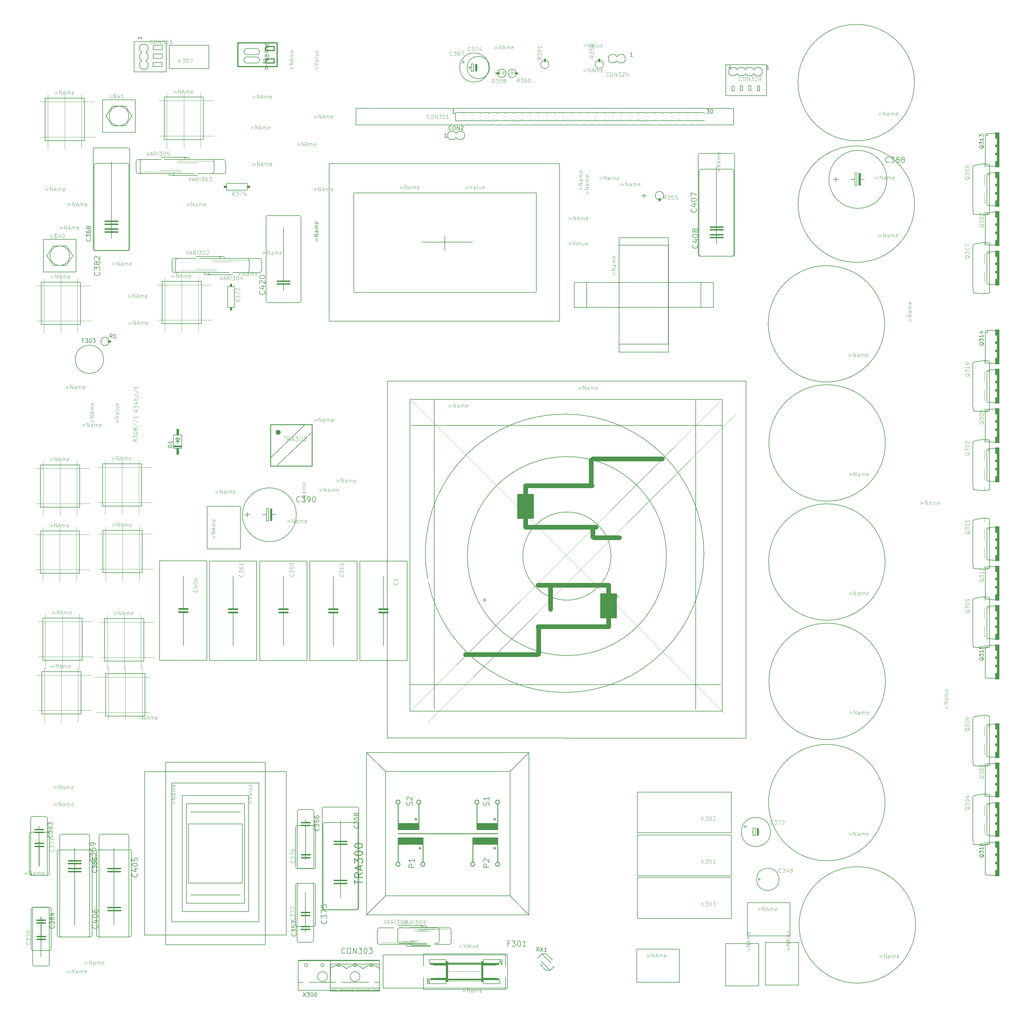
<source format=gbr>
G04 #@! TF.GenerationSoftware,KiCad,Pcbnew,(5.1.2)-1*
G04 #@! TF.CreationDate,2019-06-24T11:34:57+02:00*
G04 #@! TF.ProjectId,SI3002V4.1,53493330-3032-4563-942e-312e6b696361,rev?*
G04 #@! TF.SameCoordinates,Original*
G04 #@! TF.FileFunction,Legend,Top*
G04 #@! TF.FilePolarity,Positive*
%FSLAX46Y46*%
G04 Gerber Fmt 4.6, Leading zero omitted, Abs format (unit mm)*
G04 Created by KiCad (PCBNEW (5.1.2)-1) date 2019-06-24 11:34:57*
%MOMM*%
%LPD*%
G04 APERTURE LIST*
%ADD10C,0.150000*%
%ADD11C,0.812800*%
%ADD12C,0.142240*%
%ADD13C,0.127000*%
%ADD14C,0.152400*%
%ADD15C,0.406400*%
%ADD16C,0.200000*%
%ADD17C,0.254000*%
%ADD18C,0.050800*%
%ADD19C,0.203200*%
%ADD20C,0.609600*%
%ADD21C,0.120000*%
%ADD22C,0.304800*%
%ADD23C,1.422400*%
%ADD24C,0.101600*%
%ADD25C,0.168910*%
%ADD26C,0.120650*%
%ADD27C,0.096520*%
%ADD28C,0.108102*%
%ADD29C,0.135128*%
%ADD30C,0.132715*%
%ADD31C,0.177800*%
G04 APERTURE END LIST*
D10*
X218261400Y21916800D02*
X218261400Y23425000D01*
X218261400Y23425000D02*
X218975800Y23425000D01*
X218975800Y21916800D02*
X218261400Y21916800D01*
X218975800Y23425000D02*
X218975800Y21916800D01*
X221595200Y23425000D02*
X221595200Y21916800D01*
X224214500Y23345700D02*
X224214500Y21837500D01*
X221595200Y21916800D02*
X220880800Y21916800D01*
X224214500Y21837500D02*
X223500100Y21837500D01*
X223500100Y21837500D02*
X223500100Y23345700D01*
X220880800Y21916800D02*
X220880800Y23425000D01*
X220880800Y23425000D02*
X221595200Y23425000D01*
X215721400Y23345700D02*
X216435800Y23345700D01*
X226357600Y20408800D02*
X226357600Y29854400D01*
X216435800Y23345700D02*
X216435800Y21837500D01*
X213895700Y28743100D02*
X213895800Y20408800D01*
X213895800Y20408800D02*
X226357600Y20408800D01*
X216435800Y21837500D02*
X215721400Y21837500D01*
X213895700Y29854400D02*
X213895700Y28743100D01*
X215721400Y21837500D02*
X215721400Y23345700D01*
X226357600Y29854400D02*
X213895700Y29854400D01*
X223500100Y23345700D02*
X224214500Y23345700D01*
X110361500Y-67062400D02*
X110202700Y-176361600D01*
X110361300Y-67062400D02*
X110361500Y-67062400D01*
X110361500Y-67062400D02*
X219898800Y-67062600D01*
X220057800Y-66903600D02*
X220057600Y-176441100D01*
X110202700Y-176361600D02*
X219898800Y-176441400D01*
X84882000Y-80635600D02*
X74563200Y-90557500D01*
X86945800Y-82937400D02*
X76627000Y-92859300D01*
X33923200Y36998100D02*
X42575000Y36998100D01*
X42575000Y36998100D02*
X42575000Y27631900D01*
X42575000Y27631900D02*
X32812000Y27631900D01*
X32812000Y27631900D02*
X32812000Y36998100D01*
X32812000Y36998100D02*
X33764500Y36998100D01*
X38606300Y35807400D02*
X38606300Y34458100D01*
X38606300Y34458100D02*
X41384400Y34458100D01*
X41384400Y34458100D02*
X41384400Y35807400D01*
X41384400Y35807400D02*
X38606300Y35807400D01*
X38606300Y33188000D02*
X38606300Y31838700D01*
X38606300Y31838700D02*
X41384400Y31838700D01*
X41384400Y31838700D02*
X41384400Y33188000D01*
X41384400Y33188000D02*
X38606300Y33188000D01*
X38526900Y30568600D02*
X38526900Y29219300D01*
X38526900Y29219300D02*
X41305000Y29219300D01*
X41305000Y29219300D02*
X41305000Y30568600D01*
X41305000Y30568600D02*
X38526900Y30568600D01*
D11*
X77220000Y-82778700D02*
G75*
G03X77220000Y-82778700I-354900J0D01*
G01*
D12*
X139430922Y-134124700D02*
X140717856Y-134124700D01*
X140074389Y-134768166D02*
X140074389Y-133481233D01*
X188167222Y-10299800D02*
X189454156Y-10299800D01*
X188810689Y-10943266D02*
X188810689Y-9656333D01*
X179912222Y-133013400D02*
X181199156Y-133013400D01*
X180555689Y-133656866D02*
X180555689Y-132369933D01*
D13*
X147111900Y-242877800D02*
X109011900Y-242877800D01*
X147111900Y-253037800D02*
X109011900Y-253037800D01*
X109011900Y-242877800D02*
X109011900Y-253037800D01*
X147111900Y-242877800D02*
X147111900Y-253037800D01*
X100029200Y-9406000D02*
X100029200Y-39652000D01*
X155863200Y-39886000D02*
X100029200Y-39886000D01*
X155863200Y-9406000D02*
X100029200Y-9406000D01*
X155909200Y-9406000D02*
X155909200Y-39652000D01*
X92502000Y-48726800D02*
X162987000Y-48726800D01*
X162987000Y-48726800D02*
X162987000Y-466800D01*
X92502000Y-48726800D02*
X92502000Y-466800D01*
X92502000Y-466800D02*
X162987000Y-466800D01*
X127823200Y-22533000D02*
X127823200Y-27033000D01*
X120823200Y-24533000D02*
X136323200Y-24533000D01*
D14*
X14555700Y-214874600D02*
X14555700Y-233162600D01*
X14555700Y-210048600D02*
X14555700Y-213985600D01*
X19127700Y-206365600D02*
G75*
G03X18619700Y-205857600I-508000J0D01*
G01*
X9983700Y-206365600D02*
G75*
G02X10491700Y-205857600I508000J0D01*
G01*
X10491700Y-237353600D02*
G75*
G02X9983700Y-236845600I0J508000D01*
G01*
X18619700Y-237353600D02*
G75*
G03X19127700Y-236845600I0J508000D01*
G01*
D15*
X14555700Y-213985600D02*
X12650700Y-213985600D01*
X16460700Y-213985600D02*
X14555700Y-213985600D01*
X14555700Y-214874600D02*
X12650700Y-214874600D01*
X16460700Y-214874600D02*
X14555700Y-214874600D01*
D14*
X10491700Y-205857600D02*
X18619700Y-205857600D01*
X9983700Y-236845600D02*
X9983700Y-206365600D01*
X18619700Y-237353600D02*
X10491700Y-237353600D01*
X19127700Y-206365600D02*
X19127700Y-236845600D01*
X215404000Y28981500D02*
X216674000Y28981500D01*
X217309000Y28346500D02*
X216674000Y28981500D01*
X216674000Y26441500D02*
X217309000Y27076500D01*
X214769000Y28346500D02*
X215404000Y28981500D01*
X214769000Y27076500D02*
X214769000Y28346500D01*
X215404000Y26441500D02*
X214769000Y27076500D01*
X216674000Y26441500D02*
X215404000Y26441500D01*
X219214000Y28981500D02*
X219849000Y28346500D01*
X217944000Y28981500D02*
X219214000Y28981500D01*
X217309000Y28346500D02*
X217944000Y28981500D01*
X217944000Y26441500D02*
X217309000Y27076500D01*
X219214000Y26441500D02*
X217944000Y26441500D01*
X219849000Y27076500D02*
X219214000Y26441500D01*
X223024000Y28981500D02*
X224294000Y28981500D01*
X224929000Y28346500D02*
X224294000Y28981500D01*
X224294000Y26441500D02*
X224929000Y27076500D01*
X224929000Y27076500D02*
X224929000Y28346500D01*
X221754000Y28981500D02*
X222389000Y28346500D01*
X220484000Y28981500D02*
X221754000Y28981500D01*
X219849000Y28346500D02*
X220484000Y28981500D01*
X220484000Y26441500D02*
X219849000Y27076500D01*
X221754000Y26441500D02*
X220484000Y26441500D01*
X222389000Y27076500D02*
X221754000Y26441500D01*
X222389000Y28346500D02*
X223024000Y28981500D01*
X223024000Y26441500D02*
X222389000Y27076500D01*
X224294000Y26441500D02*
X223024000Y26441500D01*
D16*
G36*
X92247875Y-136705925D02*
G01*
X92247875Y-137213925D01*
X95295875Y-137213925D01*
X95295875Y-136705925D01*
X92247875Y-136705925D01*
G37*
G36*
X92247875Y-137721925D02*
G01*
X92247875Y-138229925D01*
X95295875Y-138229925D01*
X95295875Y-137721925D01*
X92247875Y-137721925D01*
G37*
D13*
X101010875Y-152707925D02*
X101010875Y-122227925D01*
X86532875Y-152707925D02*
X101010875Y-152707925D01*
X86532875Y-122227925D02*
X86532875Y-152707925D01*
X101010875Y-122227925D02*
X86532875Y-122227925D01*
X93771875Y-136959925D02*
X93771875Y-126799925D01*
X93771875Y-138102925D02*
X93771875Y-148135925D01*
D17*
X87183800Y-93097300D02*
X87183800Y-80397300D01*
X74483800Y-80397300D02*
X74483800Y-93097300D01*
X87183800Y-93097300D02*
X74483800Y-93097300D01*
X74483800Y-80397300D02*
X87183800Y-80397300D01*
D13*
X107821525Y-253530125D02*
X107821525Y-253911125D01*
X105916525Y-253911125D02*
X107821525Y-253911125D01*
D18*
X106170525Y-253530125D02*
X105916525Y-253911125D01*
X106170525Y-253530125D02*
X107821525Y-253530125D01*
D13*
X104900525Y-253911125D02*
X105916525Y-253911125D01*
D18*
X104646525Y-253530125D02*
X104900525Y-253911125D01*
D13*
X100836525Y-253911125D02*
X104900525Y-253911125D01*
D18*
X101090525Y-253530125D02*
X104646525Y-253530125D01*
D13*
X104646525Y-253022125D02*
X101090525Y-253022125D01*
D18*
X104646525Y-253022125D02*
X104646525Y-253530125D01*
D13*
X106170525Y-253022125D02*
X104646525Y-253022125D01*
D18*
X106170525Y-253022125D02*
X106170525Y-253530125D01*
D13*
X107821525Y-253022125D02*
X106170525Y-253022125D01*
X107821525Y-253022125D02*
X107821525Y-253530125D01*
X107872325Y-253276125D02*
X107821525Y-253022125D01*
X102792325Y-247103925D02*
X102944725Y-247103925D01*
X105205325Y-246037125D02*
X105383125Y-246037125D01*
X104748125Y-246113325D02*
X105205325Y-246037125D01*
X104316325Y-246240325D02*
X104748125Y-246113325D01*
X103833725Y-246443525D02*
X104316325Y-246240325D01*
X103325725Y-246748325D02*
X103833725Y-246443525D01*
X102944725Y-247103925D02*
X103325725Y-246748325D01*
X105611725Y-246037125D02*
X105433925Y-246037125D01*
X106068925Y-246113325D02*
X105611725Y-246037125D01*
X106500725Y-246240325D02*
X106068925Y-246113325D01*
X106983325Y-246443525D02*
X106500725Y-246240325D01*
X107491325Y-246748325D02*
X106983325Y-246443525D01*
X107872325Y-247103925D02*
X107872325Y-253276125D01*
X107872325Y-247103925D02*
X107491325Y-246748325D01*
X107872325Y-245656125D02*
X107872325Y-247103925D01*
X100836525Y-253911125D02*
X102741525Y-253911125D01*
D18*
X101090525Y-253530125D02*
X100836525Y-253911125D01*
X101090525Y-253530125D02*
X102741525Y-253530125D01*
D13*
X99820525Y-253911125D02*
X100836525Y-253911125D01*
D18*
X99566525Y-253530125D02*
X99820525Y-253911125D01*
D13*
X95756525Y-253911125D02*
X99820525Y-253911125D01*
D18*
X96010525Y-253530125D02*
X95756525Y-253911125D01*
X96010525Y-253530125D02*
X99566525Y-253530125D01*
D13*
X94740525Y-253911125D02*
X95756525Y-253911125D01*
D18*
X94486525Y-253530125D02*
X94740525Y-253911125D01*
D13*
X92835525Y-253530125D02*
X92835525Y-253022125D01*
D18*
X92835525Y-253530125D02*
X94486525Y-253530125D01*
D13*
X92835525Y-253911125D02*
X94740525Y-253911125D01*
X94486525Y-253022125D02*
X92835525Y-253022125D01*
D18*
X94486525Y-253022125D02*
X94486525Y-253530125D01*
D13*
X96010525Y-253022125D02*
X94486525Y-253022125D01*
D18*
X96010525Y-253022125D02*
X96010525Y-253530125D01*
D13*
X99566525Y-253022125D02*
X96010525Y-253022125D01*
D18*
X99566525Y-253022125D02*
X99566525Y-253530125D01*
D13*
X101090525Y-253022125D02*
X99566525Y-253022125D01*
D18*
X101090525Y-253022125D02*
X101090525Y-253530125D01*
D13*
X92835525Y-253022125D02*
X92784725Y-253276125D01*
X102741525Y-253022125D02*
X101090525Y-253022125D01*
X92835525Y-253911125D02*
X92835525Y-253530125D01*
X97712325Y-247103925D02*
X97864725Y-247103925D01*
X100125325Y-246037125D02*
X100303125Y-246037125D01*
X99668125Y-246113325D02*
X100125325Y-246037125D01*
X99236325Y-246240325D02*
X99668125Y-246113325D01*
X98753725Y-246443525D02*
X99236325Y-246240325D01*
X98245725Y-246748325D02*
X98753725Y-246443525D01*
X97864725Y-247103925D02*
X98245725Y-246748325D01*
X95045325Y-246037125D02*
X95223125Y-246037125D01*
X94588125Y-246113325D02*
X95045325Y-246037125D01*
X94156325Y-246240325D02*
X94588125Y-246113325D01*
X93673725Y-246443525D02*
X94156325Y-246240325D01*
X93165725Y-246748325D02*
X93673725Y-246443525D01*
X92784725Y-247103925D02*
X92784725Y-253276125D01*
X92784725Y-247103925D02*
X93165725Y-246748325D01*
X95451725Y-246037125D02*
X95273925Y-246037125D01*
X95908925Y-246113325D02*
X95451725Y-246037125D01*
X96340725Y-246240325D02*
X95908925Y-246113325D01*
X96823325Y-246443525D02*
X96340725Y-246240325D01*
X97331325Y-246748325D02*
X96823325Y-246443525D01*
X97712325Y-247103925D02*
X97331325Y-246748325D01*
X100531725Y-246037125D02*
X100353925Y-246037125D01*
X100988925Y-246113325D02*
X100531725Y-246037125D01*
X101420725Y-246240325D02*
X100988925Y-246113325D01*
X101903325Y-246443525D02*
X101420725Y-246240325D01*
X102411325Y-246748325D02*
X101903325Y-246443525D01*
X102792325Y-247103925D02*
X102411325Y-246748325D01*
X92784725Y-245656125D02*
X107872325Y-245656125D01*
X92784725Y-245656125D02*
X92784725Y-247103925D01*
D16*
G36*
X76928650Y-136705875D02*
G01*
X76928650Y-137213875D01*
X79976650Y-137213875D01*
X79976650Y-136705875D01*
X76928650Y-136705875D01*
G37*
G36*
X76928650Y-137721875D02*
G01*
X76928650Y-138229875D01*
X79976650Y-138229875D01*
X79976650Y-137721875D01*
X76928650Y-137721875D01*
G37*
D13*
X85691650Y-152707875D02*
X85691650Y-122227875D01*
X71213650Y-152707875D02*
X85691650Y-152707875D01*
X71213650Y-122227875D02*
X71213650Y-152707875D01*
X85691650Y-122227875D02*
X71213650Y-122227875D01*
X78452650Y-136959875D02*
X78452650Y-126799875D01*
X78452650Y-138102875D02*
X78452650Y-148135875D01*
X223946800Y-252369100D02*
X223946800Y-239356600D01*
X213786800Y-252369100D02*
X223946800Y-252369100D01*
X213786800Y-239356600D02*
X213786800Y-252369100D01*
X223946800Y-239356600D02*
X213786800Y-239356600D01*
X233517600Y-226844400D02*
X220505100Y-226844400D01*
X233517600Y-237004400D02*
X233517600Y-226844400D01*
X220505100Y-237004400D02*
X233517600Y-237004400D01*
X220505100Y-226844400D02*
X220505100Y-237004400D01*
X199624500Y-241083900D02*
X186612000Y-241083900D01*
X199624500Y-251243900D02*
X199624500Y-241083900D01*
X186612000Y-251243900D02*
X199624500Y-251243900D01*
X186612000Y-241083900D02*
X186612000Y-251243900D01*
D14*
X82659200Y-238448900D02*
G75*
G03X83167200Y-238956900I508000J0D01*
G01*
X87739200Y-238448900D02*
G75*
G02X87231200Y-238956900I-508000J0D01*
G01*
X87231200Y-220922900D02*
G75*
G02X87739200Y-221430900I0J-508000D01*
G01*
X83167200Y-220922900D02*
G75*
G03X82659200Y-221430900I0J-508000D01*
G01*
X82659200Y-238448900D02*
X82659200Y-221430900D01*
X87231200Y-238956900D02*
X83167200Y-238956900D01*
X87739200Y-221430900D02*
X87739200Y-238448900D01*
X83167200Y-220922900D02*
X87231200Y-220922900D01*
X85199200Y-235019900D02*
X85199200Y-236035900D01*
X85199200Y-234130900D02*
X85199200Y-223843900D01*
D15*
X85199200Y-234130900D02*
X86469200Y-234130900D01*
X83929200Y-234130900D02*
X85199200Y-234130900D01*
X85199200Y-235019900D02*
X86469200Y-235019900D01*
X83929200Y-235019900D02*
X85199200Y-235019900D01*
D14*
X87818700Y-198872300D02*
G75*
G03X87310700Y-198364300I-508000J0D01*
G01*
X82738700Y-198872300D02*
G75*
G02X83246700Y-198364300I508000J0D01*
G01*
X83246700Y-216398300D02*
G75*
G02X82738700Y-215890300I0J508000D01*
G01*
X87310700Y-216398300D02*
G75*
G03X87818700Y-215890300I0J508000D01*
G01*
X87818700Y-198872300D02*
X87818700Y-215890300D01*
X83246700Y-198364300D02*
X87310700Y-198364300D01*
X82738700Y-215890300D02*
X82738700Y-198872300D01*
X87310700Y-216398300D02*
X83246700Y-216398300D01*
X85278700Y-202301300D02*
X85278700Y-201285300D01*
X85278700Y-203190300D02*
X85278700Y-213477300D01*
D15*
X85278700Y-203190300D02*
X84008700Y-203190300D01*
X86548700Y-203190300D02*
X85278700Y-203190300D01*
X85278700Y-202301300D02*
X84008700Y-202301300D01*
X86548700Y-202301300D02*
X85278700Y-202301300D01*
D13*
X262632100Y-122497900D02*
G75*
G03X262632100Y-122497900I-17825200J0D01*
G01*
X262695500Y-86017200D02*
G75*
G03X262695500Y-86017200I-17825200J0D01*
G01*
X262505200Y-49536400D02*
G75*
G03X262505200Y-49536400I-17825200J0D01*
G01*
X271648900Y-12865200D02*
G75*
G03X271648900Y-12865200I-17825200J0D01*
G01*
D19*
X215569600Y-192971700D02*
X215569600Y-205471700D01*
X186769600Y-192971700D02*
X215569600Y-192971700D01*
X186769600Y-205471700D02*
X186769600Y-192971700D01*
X215569600Y-205471700D02*
X186769600Y-205471700D01*
X215569700Y-219165500D02*
X215569700Y-231665500D01*
X186769700Y-219165500D02*
X215569700Y-219165500D01*
X186769700Y-231665500D02*
X186769700Y-219165500D01*
X215569700Y-231665500D02*
X186769700Y-231665500D01*
D14*
X45019900Y-29502200D02*
X51750900Y-29502200D01*
X64196900Y-33820200D02*
X71181900Y-33820200D01*
X44384900Y-29883200D02*
X44384900Y-32931200D01*
X71181900Y-33820200D02*
G75*
G03X71816900Y-33185200I-100J635100D01*
G01*
X71816900Y-30137200D02*
G75*
G03X71181900Y-29502200I-635100J-100D01*
G01*
X44384900Y-29883200D02*
G75*
G02X45019900Y-29502200I508000J-127000D01*
G01*
X45019900Y-33820200D02*
G75*
G02X44384900Y-32931200I127000J762000D01*
G01*
X54036900Y-29502200D02*
X71181900Y-29502200D01*
X45019900Y-33820200D02*
X61910900Y-33820200D01*
X56068900Y-34455200D02*
G75*
G02X55433900Y-33820200I0J635000D01*
G01*
X60513900Y-29502200D02*
G75*
G03X59878900Y-28867200I-635000J0D01*
G01*
X59878900Y-28867200D02*
X53020900Y-28867200D01*
X56068900Y-34455200D02*
X62926900Y-34455200D01*
D18*
X57973900Y-30518200D02*
X63053900Y-30518200D01*
X52893900Y-32804200D02*
X57973900Y-32804200D01*
X47813900Y-33312200D02*
X57973900Y-33312200D01*
X57973900Y-30010200D02*
X68133900Y-30010200D01*
D14*
X71816900Y-30137200D02*
X71816900Y-33185200D01*
X60133000Y-3498800D02*
X53402000Y-3498800D01*
X40956000Y819200D02*
X33971000Y819200D01*
X60768000Y-3117800D02*
X60768000Y-69800D01*
X33971000Y819200D02*
G75*
G03X33336000Y184200I100J-635100D01*
G01*
X33336000Y-2863800D02*
G75*
G03X33971000Y-3498800I635100J100D01*
G01*
X60768000Y-3117800D02*
G75*
G02X60133000Y-3498800I-508000J127000D01*
G01*
X60133000Y819200D02*
G75*
G02X60768000Y-69800I-127000J-762000D01*
G01*
X51116000Y-3498800D02*
X33971000Y-3498800D01*
X60133000Y819200D02*
X43242000Y819200D01*
X49084000Y1454200D02*
G75*
G02X49719000Y819200I0J-635000D01*
G01*
X44639000Y-3498800D02*
G75*
G03X45274000Y-4133800I635000J0D01*
G01*
X45274000Y-4133800D02*
X52132000Y-4133800D01*
X49084000Y1454200D02*
X42226000Y1454200D01*
D18*
X47179000Y-2482800D02*
X42099000Y-2482800D01*
X52259000Y-196800D02*
X47179000Y-196800D01*
X57339000Y311200D02*
X47179000Y311200D01*
X47179000Y-2990800D02*
X37019000Y-2990800D01*
D14*
X33336000Y-2863800D02*
X33336000Y184200D01*
X6777200Y-228733400D02*
G75*
G03X6269200Y-228225400I-508000J0D01*
G01*
X1697200Y-228733400D02*
G75*
G02X2205200Y-228225400I508000J0D01*
G01*
X2205200Y-246259400D02*
G75*
G02X1697200Y-245751400I0J508000D01*
G01*
X6269200Y-246259400D02*
G75*
G03X6777200Y-245751400I0J508000D01*
G01*
X6777200Y-228733400D02*
X6777200Y-245751400D01*
X2205200Y-228225400D02*
X6269200Y-228225400D01*
X1697200Y-245751400D02*
X1697200Y-228733400D01*
X6269200Y-246259400D02*
X2205200Y-246259400D01*
X4237200Y-232162400D02*
X4237200Y-231146400D01*
X4237200Y-233051400D02*
X4237200Y-243338400D01*
D15*
X4237200Y-233051400D02*
X2967200Y-233051400D01*
X5507200Y-233051400D02*
X4237200Y-233051400D01*
X4237200Y-232162400D02*
X2967200Y-232162400D01*
X5507200Y-232162400D02*
X4237200Y-232162400D01*
D14*
X6221400Y-200951900D02*
G75*
G03X5713400Y-200443900I-508000J0D01*
G01*
X1141400Y-200951900D02*
G75*
G02X1649400Y-200443900I508000J0D01*
G01*
X1649400Y-218477900D02*
G75*
G02X1141400Y-217969900I0J508000D01*
G01*
X5713400Y-218477900D02*
G75*
G03X6221400Y-217969900I0J508000D01*
G01*
X6221400Y-200951900D02*
X6221400Y-217969900D01*
X1649400Y-200443900D02*
X5713400Y-200443900D01*
X1141400Y-217969900D02*
X1141400Y-200951900D01*
X5713400Y-218477900D02*
X1649400Y-218477900D01*
X3681400Y-204380900D02*
X3681400Y-203364900D01*
X3681400Y-205269900D02*
X3681400Y-215556900D01*
D15*
X3681400Y-205269900D02*
X2411400Y-205269900D01*
X4951400Y-205269900D02*
X3681400Y-205269900D01*
X3681400Y-204380900D02*
X2411400Y-204380900D01*
X4951400Y-204380900D02*
X3681400Y-204380900D01*
D14*
X14555700Y-217256000D02*
X14555700Y-233639000D01*
X14555700Y-214335000D02*
X14555700Y-216367000D01*
X19889700Y-211160000D02*
G75*
G03X19381700Y-210652000I-508000J0D01*
G01*
X9221700Y-211160000D02*
G75*
G02X9729700Y-210652000I508000J0D01*
G01*
X9729700Y-237322000D02*
G75*
G02X9221700Y-236814000I0J508000D01*
G01*
X19381700Y-237322000D02*
G75*
G03X19889700Y-236814000I0J508000D01*
G01*
D15*
X14555700Y-216367000D02*
X12650700Y-216367000D01*
X16460700Y-216367000D02*
X14555700Y-216367000D01*
X14555700Y-217256000D02*
X12650700Y-217256000D01*
X16460700Y-217256000D02*
X14555700Y-217256000D01*
D14*
X9729700Y-210652000D02*
X19381700Y-210652000D01*
X9221700Y-236814000D02*
X9221700Y-211160000D01*
X19381700Y-237322000D02*
X9729700Y-237322000D01*
X19889700Y-211160000D02*
X19889700Y-236814000D01*
X95915000Y-208921300D02*
X95915000Y-225304300D01*
X95915000Y-206000300D02*
X95915000Y-208032300D01*
X101249000Y-202825300D02*
G75*
G03X100741000Y-202317300I-508000J0D01*
G01*
X90581000Y-202825300D02*
G75*
G02X91089000Y-202317300I508000J0D01*
G01*
X91089000Y-228987300D02*
G75*
G02X90581000Y-228479300I0J508000D01*
G01*
X100741000Y-228987300D02*
G75*
G03X101249000Y-228479300I0J508000D01*
G01*
D15*
X95915000Y-208032300D02*
X94010000Y-208032300D01*
X97820000Y-208032300D02*
X95915000Y-208032300D01*
X95915000Y-208921300D02*
X94010000Y-208921300D01*
X97820000Y-208921300D02*
X95915000Y-208921300D01*
D14*
X91089000Y-202317300D02*
X100741000Y-202317300D01*
X90581000Y-228479300D02*
X90581000Y-202825300D01*
X100741000Y-228987300D02*
X91089000Y-228987300D01*
X101249000Y-202825300D02*
X101249000Y-228479300D01*
D16*
G36*
X128221100Y-245418000D02*
G01*
X123395100Y-245418000D01*
X123395100Y-245926000D01*
X128221100Y-245926000D01*
X128221100Y-245418000D01*
G37*
G36*
X128221100Y-249990000D02*
G01*
X123395100Y-249990000D01*
X123395100Y-250498000D01*
X128221100Y-250498000D01*
X128221100Y-249990000D01*
G37*
G36*
X144477100Y-249990000D02*
G01*
X139651100Y-249990000D01*
X139651100Y-250498000D01*
X144477100Y-250498000D01*
X144477100Y-249990000D01*
G37*
G36*
X144477100Y-245418000D02*
G01*
X139651100Y-245418000D01*
X139651100Y-245926000D01*
X144477100Y-245926000D01*
X144477100Y-245418000D01*
G37*
G36*
X143588100Y-245926000D02*
G01*
X139651100Y-245926000D01*
X139651100Y-246053000D01*
X143588100Y-246053000D01*
X143588100Y-245926000D01*
G37*
G36*
X143588100Y-249863000D02*
G01*
X139651100Y-249863000D01*
X139651100Y-249990000D01*
X143588100Y-249990000D01*
X143588100Y-249863000D01*
G37*
G36*
X128221100Y-249863000D02*
G01*
X124284100Y-249863000D01*
X124284100Y-249990000D01*
X128221100Y-249990000D01*
X128221100Y-249863000D01*
G37*
G36*
X128221100Y-245926000D02*
G01*
X124284100Y-245926000D01*
X124284100Y-246053000D01*
X128221100Y-246053000D01*
X128221100Y-245926000D01*
G37*
G36*
X139016100Y-245291000D02*
G01*
X128856100Y-245291000D01*
X128856100Y-245799000D01*
X139016100Y-245799000D01*
X139016100Y-245291000D01*
G37*
G36*
X139016100Y-250117000D02*
G01*
X128856100Y-250117000D01*
X128856100Y-250625000D01*
X139016100Y-250625000D01*
X139016100Y-250117000D01*
G37*
G36*
X128856100Y-245926000D02*
G01*
X128221100Y-245926000D01*
X128221100Y-249990000D01*
X128856100Y-249990000D01*
X128856100Y-245926000D01*
G37*
G36*
X128856100Y-244783000D02*
G01*
X128221100Y-244783000D01*
X128221100Y-245926000D01*
X128856100Y-245926000D01*
X128856100Y-244783000D01*
G37*
G36*
X128856100Y-249990000D02*
G01*
X128221100Y-249990000D01*
X128221100Y-251133000D01*
X128856100Y-251133000D01*
X128856100Y-249990000D01*
G37*
G36*
X139651100Y-245926000D02*
G01*
X139016100Y-245926000D01*
X139016100Y-249990000D01*
X139651100Y-249990000D01*
X139651100Y-245926000D01*
G37*
G36*
X139651100Y-249990000D02*
G01*
X139016100Y-249990000D01*
X139016100Y-251133000D01*
X139651100Y-251133000D01*
X139651100Y-249990000D01*
G37*
G36*
X139651100Y-244783000D02*
G01*
X139016100Y-244783000D01*
X139016100Y-245926000D01*
X139651100Y-245926000D01*
X139651100Y-244783000D01*
G37*
D14*
X146509100Y-246307000D02*
X146509100Y-242497000D01*
X146509100Y-253419000D02*
X146509100Y-249609000D01*
X121363100Y-246307000D02*
X121363100Y-242497000D01*
X121363100Y-253419000D02*
X121363100Y-249609000D01*
D18*
X139143100Y-247958000D02*
X128729100Y-247958000D01*
D14*
X128221100Y-245418000D02*
X128221100Y-244275000D01*
X123141100Y-251133000D02*
X123141100Y-250498000D01*
X122760100Y-251133000D02*
X123141100Y-251133000D01*
X122760100Y-249990000D02*
X122760100Y-251133000D01*
X122506100Y-251641000D02*
X122506100Y-249990000D01*
X123141100Y-251641000D02*
X122506100Y-251641000D01*
X128221100Y-251641000D02*
X128221100Y-250498000D01*
X128221100Y-251641000D02*
X123141100Y-251641000D01*
X123141100Y-245418000D02*
X128221100Y-245418000D01*
X123141100Y-244275000D02*
X123141100Y-245418000D01*
X123141100Y-250498000D02*
X128221100Y-250498000D01*
X123141100Y-251641000D02*
X123141100Y-251133000D01*
X123141100Y-244275000D02*
X128221100Y-244275000D01*
X139651100Y-250498000D02*
X139651100Y-251641000D01*
X144731100Y-244783000D02*
X144731100Y-245418000D01*
X145112100Y-244783000D02*
X144731100Y-244783000D01*
X145112100Y-245926000D02*
X145112100Y-244783000D01*
X145366100Y-244275000D02*
X145366100Y-245926000D01*
X144731100Y-244275000D02*
X145366100Y-244275000D01*
X139651100Y-244275000D02*
X139651100Y-245418000D01*
X139651100Y-244275000D02*
X144731100Y-244275000D01*
X144731100Y-250498000D02*
X139651100Y-250498000D01*
X144731100Y-251641000D02*
X144731100Y-250498000D01*
X144731100Y-245418000D02*
X139651100Y-245418000D01*
X144731100Y-244275000D02*
X144731100Y-244783000D01*
X144731100Y-251641000D02*
X139651100Y-251641000D01*
D18*
X139016100Y-250879000D02*
X128856100Y-250879000D01*
X139016100Y-245037000D02*
X128856100Y-245037000D01*
D14*
X121363100Y-253419000D02*
X146509100Y-253419000D01*
X146509100Y-242497000D02*
X121363100Y-242497000D01*
X159732200Y29933900D02*
G75*
G03X159732200Y29933900I-1270000J0D01*
G01*
D20*
X158462200Y30949900D02*
X158462200Y31457900D01*
D14*
X176401300Y29933900D02*
G75*
G03X176401300Y29933900I-1270000J0D01*
G01*
D20*
X175131300Y30949900D02*
X175131300Y31457900D01*
D14*
X146556300Y27235400D02*
G75*
G03X146556300Y27235400I-1270000J0D01*
G01*
D20*
X144270300Y27235400D02*
X143762300Y27235400D01*
D14*
X149731400Y27235300D02*
G75*
G03X149731400Y27235300I-1270000J0D01*
G01*
D20*
X149477400Y27235300D02*
X149985400Y27235300D01*
D13*
X262616200Y-196189800D02*
G75*
G03X262616200Y-196189800I-17825200J0D01*
G01*
D16*
G36*
X296353300Y-204793800D02*
G01*
X296353300Y-206698800D01*
X296861300Y-206698800D01*
X296861300Y-204793800D01*
X296353300Y-204793800D01*
G37*
G36*
X296353300Y-202253800D02*
G01*
X296353300Y-203015800D01*
X296861300Y-203015800D01*
X296861300Y-202253800D01*
X296353300Y-202253800D01*
G37*
G36*
X296353300Y-199713800D02*
G01*
X296353300Y-200475800D01*
X296861300Y-200475800D01*
X296861300Y-199713800D01*
X296353300Y-199713800D01*
G37*
G36*
X296353300Y-196030800D02*
G01*
X296353300Y-197935800D01*
X296861300Y-197935800D01*
X296861300Y-196030800D01*
X296353300Y-196030800D01*
G37*
G36*
X296861300Y-196030800D02*
G01*
X296861300Y-206698800D01*
X297623300Y-206698800D01*
X297623300Y-196030800D01*
X296861300Y-196030800D01*
G37*
D17*
X294541900Y-196869000D02*
G75*
G03X294541900Y-196869000I-127000J0D01*
G01*
D14*
X294059300Y-196411800D02*
X296480300Y-196284800D01*
X296480300Y-206444800D02*
X294059300Y-206317800D01*
X294059300Y-196411800D02*
X293805300Y-196665800D01*
X293805300Y-206063800D02*
X293805300Y-196665800D01*
X293805300Y-206063800D02*
X294059300Y-206317800D01*
D18*
X293043300Y-208095800D02*
X293043300Y-209238800D01*
X293043300Y-202507800D02*
X293043300Y-205809800D01*
X293043300Y-196919800D02*
X293043300Y-200094800D01*
X293043300Y-193490800D02*
X293043300Y-194633800D01*
D14*
X294567300Y-193744800D02*
X293043300Y-193490800D01*
X294567300Y-208984800D02*
X294567300Y-193744800D01*
X293043300Y-209238800D02*
X294567300Y-208984800D01*
X289868300Y-193998800D02*
X293043300Y-193490800D01*
X289614300Y-208984800D02*
X293043300Y-209238800D01*
X289487300Y-194379800D02*
X289868300Y-193998800D01*
X289487300Y-207079800D02*
X289614300Y-208984800D01*
X289487300Y-194379800D02*
X289487300Y-207079800D01*
D16*
G36*
X296353000Y-144468800D02*
G01*
X296353000Y-146373800D01*
X296861000Y-146373800D01*
X296861000Y-144468800D01*
X296353000Y-144468800D01*
G37*
G36*
X296353000Y-141928800D02*
G01*
X296353000Y-142690800D01*
X296861000Y-142690800D01*
X296861000Y-141928800D01*
X296353000Y-141928800D01*
G37*
G36*
X296353000Y-139388800D02*
G01*
X296353000Y-140150800D01*
X296861000Y-140150800D01*
X296861000Y-139388800D01*
X296353000Y-139388800D01*
G37*
G36*
X296353000Y-135705800D02*
G01*
X296353000Y-137610800D01*
X296861000Y-137610800D01*
X296861000Y-135705800D01*
X296353000Y-135705800D01*
G37*
G36*
X296861000Y-135705800D02*
G01*
X296861000Y-146373800D01*
X297623000Y-146373800D01*
X297623000Y-135705800D01*
X296861000Y-135705800D01*
G37*
D17*
X294541600Y-136544000D02*
G75*
G03X294541600Y-136544000I-127000J0D01*
G01*
D14*
X294059000Y-136086800D02*
X296480000Y-135959800D01*
X296480000Y-146119800D02*
X294059000Y-145992800D01*
X294059000Y-136086800D02*
X293805000Y-136340800D01*
X293805000Y-145738800D02*
X293805000Y-136340800D01*
X293805000Y-145738800D02*
X294059000Y-145992800D01*
D18*
X293043000Y-147770800D02*
X293043000Y-148913800D01*
X293043000Y-142182800D02*
X293043000Y-145484800D01*
X293043000Y-136594800D02*
X293043000Y-139769800D01*
X293043000Y-133165800D02*
X293043000Y-134308800D01*
D14*
X294567000Y-133419800D02*
X293043000Y-133165800D01*
X294567000Y-148659800D02*
X294567000Y-133419800D01*
X293043000Y-148913800D02*
X294567000Y-148659800D01*
X289868000Y-133673800D02*
X293043000Y-133165800D01*
X289614000Y-148659800D02*
X293043000Y-148913800D01*
X289487000Y-134054800D02*
X289868000Y-133673800D01*
X289487000Y-146754800D02*
X289614000Y-148659800D01*
X289487000Y-134054800D02*
X289487000Y-146754800D01*
D16*
G36*
X296353100Y-96208700D02*
G01*
X296353100Y-98113700D01*
X296861100Y-98113700D01*
X296861100Y-96208700D01*
X296353100Y-96208700D01*
G37*
G36*
X296353100Y-93668700D02*
G01*
X296353100Y-94430700D01*
X296861100Y-94430700D01*
X296861100Y-93668700D01*
X296353100Y-93668700D01*
G37*
G36*
X296353100Y-91128700D02*
G01*
X296353100Y-91890700D01*
X296861100Y-91890700D01*
X296861100Y-91128700D01*
X296353100Y-91128700D01*
G37*
G36*
X296353100Y-87445700D02*
G01*
X296353100Y-89350700D01*
X296861100Y-89350700D01*
X296861100Y-87445700D01*
X296353100Y-87445700D01*
G37*
G36*
X296861100Y-87445700D02*
G01*
X296861100Y-98113700D01*
X297623100Y-98113700D01*
X297623100Y-87445700D01*
X296861100Y-87445700D01*
G37*
D17*
X294541700Y-88283900D02*
G75*
G03X294541700Y-88283900I-127000J0D01*
G01*
D14*
X294059100Y-87826700D02*
X296480100Y-87699700D01*
X296480100Y-97859700D02*
X294059100Y-97732700D01*
X294059100Y-87826700D02*
X293805100Y-88080700D01*
X293805100Y-97478700D02*
X293805100Y-88080700D01*
X293805100Y-97478700D02*
X294059100Y-97732700D01*
D18*
X293043100Y-99510700D02*
X293043100Y-100653700D01*
X293043100Y-93922700D02*
X293043100Y-97224700D01*
X293043100Y-88334700D02*
X293043100Y-91509700D01*
X293043100Y-84905700D02*
X293043100Y-86048700D01*
D14*
X294567100Y-85159700D02*
X293043100Y-84905700D01*
X294567100Y-100399700D02*
X294567100Y-85159700D01*
X293043100Y-100653700D02*
X294567100Y-100399700D01*
X289868100Y-85413700D02*
X293043100Y-84905700D01*
X289614100Y-100399700D02*
X293043100Y-100653700D01*
X289487100Y-85794700D02*
X289868100Y-85413700D01*
X289487100Y-98494700D02*
X289614100Y-100399700D01*
X289487100Y-85794700D02*
X289487100Y-98494700D01*
D16*
G36*
X296337100Y-23818700D02*
G01*
X296337100Y-25723700D01*
X296845100Y-25723700D01*
X296845100Y-23818700D01*
X296337100Y-23818700D01*
G37*
G36*
X296337100Y-21278700D02*
G01*
X296337100Y-22040700D01*
X296845100Y-22040700D01*
X296845100Y-21278700D01*
X296337100Y-21278700D01*
G37*
G36*
X296337100Y-18738700D02*
G01*
X296337100Y-19500700D01*
X296845100Y-19500700D01*
X296845100Y-18738700D01*
X296337100Y-18738700D01*
G37*
G36*
X296337100Y-15055700D02*
G01*
X296337100Y-16960700D01*
X296845100Y-16960700D01*
X296845100Y-15055700D01*
X296337100Y-15055700D01*
G37*
G36*
X296845100Y-15055700D02*
G01*
X296845100Y-25723700D01*
X297607100Y-25723700D01*
X297607100Y-15055700D01*
X296845100Y-15055700D01*
G37*
D17*
X294025700Y-15893900D02*
G75*
G03X294025700Y-15893900I-127000J0D01*
G01*
D14*
X293543100Y-15436700D02*
X296464100Y-15309700D01*
X296464100Y-25469700D02*
X293543100Y-25342700D01*
X293543100Y-15436700D02*
X293289100Y-15690700D01*
X293289100Y-25088700D02*
X293289100Y-15690700D01*
X293289100Y-25088700D02*
X293543100Y-25342700D01*
D16*
G36*
X296337100Y-192729100D02*
G01*
X296337100Y-194634100D01*
X296845100Y-194634100D01*
X296845100Y-192729100D01*
X296337100Y-192729100D01*
G37*
G36*
X296337100Y-190189100D02*
G01*
X296337100Y-190951100D01*
X296845100Y-190951100D01*
X296845100Y-190189100D01*
X296337100Y-190189100D01*
G37*
G36*
X296337100Y-187649100D02*
G01*
X296337100Y-188411100D01*
X296845100Y-188411100D01*
X296845100Y-187649100D01*
X296337100Y-187649100D01*
G37*
G36*
X296337100Y-183966100D02*
G01*
X296337100Y-185871100D01*
X296845100Y-185871100D01*
X296845100Y-183966100D01*
X296337100Y-183966100D01*
G37*
G36*
X296845100Y-183966100D02*
G01*
X296845100Y-194634100D01*
X297607100Y-194634100D01*
X297607100Y-183966100D01*
X296845100Y-183966100D01*
G37*
D17*
X294025700Y-184804300D02*
G75*
G03X294025700Y-184804300I-127000J0D01*
G01*
D14*
X293543100Y-184347100D02*
X296464100Y-184220100D01*
X296464100Y-194380100D02*
X293543100Y-194253100D01*
X293543100Y-184347100D02*
X293289100Y-184601100D01*
X293289100Y-193999100D02*
X293289100Y-184601100D01*
X293289100Y-193999100D02*
X293543100Y-194253100D01*
D16*
G36*
X296353100Y-180664000D02*
G01*
X296353100Y-182569000D01*
X296861100Y-182569000D01*
X296861100Y-180664000D01*
X296353100Y-180664000D01*
G37*
G36*
X296353100Y-178124000D02*
G01*
X296353100Y-178886000D01*
X296861100Y-178886000D01*
X296861100Y-178124000D01*
X296353100Y-178124000D01*
G37*
G36*
X296353100Y-175584000D02*
G01*
X296353100Y-176346000D01*
X296861100Y-176346000D01*
X296861100Y-175584000D01*
X296353100Y-175584000D01*
G37*
G36*
X296353100Y-171901000D02*
G01*
X296353100Y-173806000D01*
X296861100Y-173806000D01*
X296861100Y-171901000D01*
X296353100Y-171901000D01*
G37*
G36*
X296861100Y-171901000D02*
G01*
X296861100Y-182569000D01*
X297623100Y-182569000D01*
X297623100Y-171901000D01*
X296861100Y-171901000D01*
G37*
D17*
X294541700Y-172739200D02*
G75*
G03X294541700Y-172739200I-127000J0D01*
G01*
D14*
X294059100Y-172282000D02*
X296480100Y-172155000D01*
X296480100Y-182315000D02*
X294059100Y-182188000D01*
X294059100Y-172282000D02*
X293805100Y-172536000D01*
X293805100Y-181934000D02*
X293805100Y-172536000D01*
X293805100Y-181934000D02*
X294059100Y-182188000D01*
D18*
X293043100Y-183966000D02*
X293043100Y-185109000D01*
X293043100Y-178378000D02*
X293043100Y-181680000D01*
X293043100Y-172790000D02*
X293043100Y-175965000D01*
X293043100Y-169361000D02*
X293043100Y-170504000D01*
D14*
X294567100Y-169615000D02*
X293043100Y-169361000D01*
X294567100Y-184855000D02*
X294567100Y-169615000D01*
X293043100Y-185109000D02*
X294567100Y-184855000D01*
X289868100Y-169869000D02*
X293043100Y-169361000D01*
X289614100Y-184855000D02*
X293043100Y-185109000D01*
X289487100Y-170250000D02*
X289868100Y-169869000D01*
X289487100Y-182950000D02*
X289614100Y-184855000D01*
X289487100Y-170250000D02*
X289487100Y-182950000D01*
D16*
G36*
X296353100Y-35883800D02*
G01*
X296353100Y-37788800D01*
X296861100Y-37788800D01*
X296861100Y-35883800D01*
X296353100Y-35883800D01*
G37*
G36*
X296353100Y-33343800D02*
G01*
X296353100Y-34105800D01*
X296861100Y-34105800D01*
X296861100Y-33343800D01*
X296353100Y-33343800D01*
G37*
G36*
X296353100Y-30803800D02*
G01*
X296353100Y-31565800D01*
X296861100Y-31565800D01*
X296861100Y-30803800D01*
X296353100Y-30803800D01*
G37*
G36*
X296353100Y-27120800D02*
G01*
X296353100Y-29025800D01*
X296861100Y-29025800D01*
X296861100Y-27120800D01*
X296353100Y-27120800D01*
G37*
G36*
X296861100Y-27120800D02*
G01*
X296861100Y-37788800D01*
X297623100Y-37788800D01*
X297623100Y-27120800D01*
X296861100Y-27120800D01*
G37*
D17*
X294541700Y-27959000D02*
G75*
G03X294541700Y-27959000I-127000J0D01*
G01*
D14*
X294059100Y-27501800D02*
X296480100Y-27374800D01*
X296480100Y-37534800D02*
X294059100Y-37407800D01*
X294059100Y-27501800D02*
X293805100Y-27755800D01*
X293805100Y-37153800D02*
X293805100Y-27755800D01*
X293805100Y-37153800D02*
X294059100Y-37407800D01*
D18*
X293043100Y-39185800D02*
X293043100Y-40328800D01*
X293043100Y-33597800D02*
X293043100Y-36899800D01*
X293043100Y-28009800D02*
X293043100Y-31184800D01*
X293043100Y-24580800D02*
X293043100Y-25723800D01*
D14*
X294567100Y-24834800D02*
X293043100Y-24580800D01*
X294567100Y-40074800D02*
X294567100Y-24834800D01*
X293043100Y-40328800D02*
X294567100Y-40074800D01*
X289868100Y-25088800D02*
X293043100Y-24580800D01*
X289614100Y-40074800D02*
X293043100Y-40328800D01*
X289487100Y-25469800D02*
X289868100Y-25088800D01*
X289487100Y-38169800D02*
X289614100Y-40074800D01*
X289487100Y-25469800D02*
X289487100Y-38169800D01*
D16*
G36*
X296353100Y-11753700D02*
G01*
X296353100Y-13658700D01*
X296861100Y-13658700D01*
X296861100Y-11753700D01*
X296353100Y-11753700D01*
G37*
G36*
X296353100Y-9213700D02*
G01*
X296353100Y-9975700D01*
X296861100Y-9975700D01*
X296861100Y-9213700D01*
X296353100Y-9213700D01*
G37*
G36*
X296353100Y-6673700D02*
G01*
X296353100Y-7435700D01*
X296861100Y-7435700D01*
X296861100Y-6673700D01*
X296353100Y-6673700D01*
G37*
G36*
X296353100Y-2990700D02*
G01*
X296353100Y-4895700D01*
X296861100Y-4895700D01*
X296861100Y-2990700D01*
X296353100Y-2990700D01*
G37*
G36*
X296861100Y-2990700D02*
G01*
X296861100Y-13658700D01*
X297623100Y-13658700D01*
X297623100Y-2990700D01*
X296861100Y-2990700D01*
G37*
D17*
X294541700Y-3828900D02*
G75*
G03X294541700Y-3828900I-127000J0D01*
G01*
D14*
X294059100Y-3371700D02*
X296480100Y-3244700D01*
X296480100Y-13404700D02*
X294059100Y-13277700D01*
X294059100Y-3371700D02*
X293805100Y-3625700D01*
X293805100Y-13023700D02*
X293805100Y-3625700D01*
X293805100Y-13023700D02*
X294059100Y-13277700D01*
D18*
X293043100Y-15055700D02*
X293043100Y-16198700D01*
X293043100Y-9467700D02*
X293043100Y-12769700D01*
X293043100Y-3879700D02*
X293043100Y-7054700D01*
X293043100Y-450700D02*
X293043100Y-1593700D01*
D14*
X294567100Y-704700D02*
X293043100Y-450700D01*
X294567100Y-15944700D02*
X294567100Y-704700D01*
X293043100Y-16198700D02*
X294567100Y-15944700D01*
X289868100Y-958700D02*
X293043100Y-450700D01*
X289614100Y-15944700D02*
X293043100Y-16198700D01*
X289487100Y-1339700D02*
X289868100Y-958700D01*
X289487100Y-14039700D02*
X289614100Y-15944700D01*
X289487100Y-1339700D02*
X289487100Y-14039700D01*
D16*
G36*
X296337100Y-84143900D02*
G01*
X296337100Y-86048900D01*
X296845100Y-86048900D01*
X296845100Y-84143900D01*
X296337100Y-84143900D01*
G37*
G36*
X296337100Y-81603900D02*
G01*
X296337100Y-82365900D01*
X296845100Y-82365900D01*
X296845100Y-81603900D01*
X296337100Y-81603900D01*
G37*
G36*
X296337100Y-79063900D02*
G01*
X296337100Y-79825900D01*
X296845100Y-79825900D01*
X296845100Y-79063900D01*
X296337100Y-79063900D01*
G37*
G36*
X296337100Y-75380900D02*
G01*
X296337100Y-77285900D01*
X296845100Y-77285900D01*
X296845100Y-75380900D01*
X296337100Y-75380900D01*
G37*
G36*
X296845100Y-75380900D02*
G01*
X296845100Y-86048900D01*
X297607100Y-86048900D01*
X297607100Y-75380900D01*
X296845100Y-75380900D01*
G37*
D17*
X294025700Y-76219100D02*
G75*
G03X294025700Y-76219100I-127000J0D01*
G01*
D14*
X293543100Y-75761900D02*
X296464100Y-75634900D01*
X296464100Y-85794900D02*
X293543100Y-85667900D01*
X293543100Y-75761900D02*
X293289100Y-76015900D01*
X293289100Y-85413900D02*
X293289100Y-76015900D01*
X293289100Y-85413900D02*
X293543100Y-85667900D01*
D16*
G36*
X296353200Y-72078800D02*
G01*
X296353200Y-73983800D01*
X296861200Y-73983800D01*
X296861200Y-72078800D01*
X296353200Y-72078800D01*
G37*
G36*
X296353200Y-69538800D02*
G01*
X296353200Y-70300800D01*
X296861200Y-70300800D01*
X296861200Y-69538800D01*
X296353200Y-69538800D01*
G37*
G36*
X296353200Y-66998800D02*
G01*
X296353200Y-67760800D01*
X296861200Y-67760800D01*
X296861200Y-66998800D01*
X296353200Y-66998800D01*
G37*
G36*
X296353200Y-63315800D02*
G01*
X296353200Y-65220800D01*
X296861200Y-65220800D01*
X296861200Y-63315800D01*
X296353200Y-63315800D01*
G37*
G36*
X296861200Y-63315800D02*
G01*
X296861200Y-73983800D01*
X297623200Y-73983800D01*
X297623200Y-63315800D01*
X296861200Y-63315800D01*
G37*
D17*
X294541800Y-64154000D02*
G75*
G03X294541800Y-64154000I-127000J0D01*
G01*
D14*
X294059200Y-63696800D02*
X296480200Y-63569800D01*
X296480200Y-73729800D02*
X294059200Y-73602800D01*
X294059200Y-63696800D02*
X293805200Y-63950800D01*
X293805200Y-73348800D02*
X293805200Y-63950800D01*
X293805200Y-73348800D02*
X294059200Y-73602800D01*
D18*
X293043200Y-75380800D02*
X293043200Y-76523800D01*
X293043200Y-69792800D02*
X293043200Y-73094800D01*
X293043200Y-64204800D02*
X293043200Y-67379800D01*
X293043200Y-60775800D02*
X293043200Y-61918800D01*
D14*
X294567200Y-61029800D02*
X293043200Y-60775800D01*
X294567200Y-76269800D02*
X294567200Y-61029800D01*
X293043200Y-76523800D02*
X294567200Y-76269800D01*
X289868200Y-61283800D02*
X293043200Y-60775800D01*
X289614200Y-76269800D02*
X293043200Y-76523800D01*
X289487200Y-61664800D02*
X289868200Y-61283800D01*
X289487200Y-74364800D02*
X289614200Y-76269800D01*
X289487200Y-61664800D02*
X289487200Y-74364800D01*
D16*
G36*
X296352900Y-120338900D02*
G01*
X296352900Y-122243900D01*
X296860900Y-122243900D01*
X296860900Y-120338900D01*
X296352900Y-120338900D01*
G37*
G36*
X296352900Y-117798900D02*
G01*
X296352900Y-118560900D01*
X296860900Y-118560900D01*
X296860900Y-117798900D01*
X296352900Y-117798900D01*
G37*
G36*
X296352900Y-115258900D02*
G01*
X296352900Y-116020900D01*
X296860900Y-116020900D01*
X296860900Y-115258900D01*
X296352900Y-115258900D01*
G37*
G36*
X296352900Y-111575900D02*
G01*
X296352900Y-113480900D01*
X296860900Y-113480900D01*
X296860900Y-111575900D01*
X296352900Y-111575900D01*
G37*
G36*
X296860900Y-111575900D02*
G01*
X296860900Y-122243900D01*
X297622900Y-122243900D01*
X297622900Y-111575900D01*
X296860900Y-111575900D01*
G37*
D17*
X294541500Y-112414100D02*
G75*
G03X294541500Y-112414100I-127000J0D01*
G01*
D14*
X294058900Y-111956900D02*
X296479900Y-111829900D01*
X296479900Y-121989900D02*
X294058900Y-121862900D01*
X294058900Y-111956900D02*
X293804900Y-112210900D01*
X293804900Y-121608900D02*
X293804900Y-112210900D01*
X293804900Y-121608900D02*
X294058900Y-121862900D01*
D18*
X293042900Y-123640900D02*
X293042900Y-124783900D01*
X293042900Y-118052900D02*
X293042900Y-121354900D01*
X293042900Y-112464900D02*
X293042900Y-115639900D01*
X293042900Y-109035900D02*
X293042900Y-110178900D01*
D14*
X294566900Y-109289900D02*
X293042900Y-109035900D01*
X294566900Y-124529900D02*
X294566900Y-109289900D01*
X293042900Y-124783900D02*
X294566900Y-124529900D01*
X289867900Y-109543900D02*
X293042900Y-109035900D01*
X289613900Y-124529900D02*
X293042900Y-124783900D01*
X289486900Y-109924900D02*
X289867900Y-109543900D01*
X289486900Y-122624900D02*
X289613900Y-124529900D01*
X289486900Y-109924900D02*
X289486900Y-122624900D01*
D16*
G36*
X296337200Y-132404000D02*
G01*
X296337200Y-134309000D01*
X296845200Y-134309000D01*
X296845200Y-132404000D01*
X296337200Y-132404000D01*
G37*
G36*
X296337200Y-129864000D02*
G01*
X296337200Y-130626000D01*
X296845200Y-130626000D01*
X296845200Y-129864000D01*
X296337200Y-129864000D01*
G37*
G36*
X296337200Y-127324000D02*
G01*
X296337200Y-128086000D01*
X296845200Y-128086000D01*
X296845200Y-127324000D01*
X296337200Y-127324000D01*
G37*
G36*
X296337200Y-123641000D02*
G01*
X296337200Y-125546000D01*
X296845200Y-125546000D01*
X296845200Y-123641000D01*
X296337200Y-123641000D01*
G37*
G36*
X296845200Y-123641000D02*
G01*
X296845200Y-134309000D01*
X297607200Y-134309000D01*
X297607200Y-123641000D01*
X296845200Y-123641000D01*
G37*
D17*
X294025800Y-124479200D02*
G75*
G03X294025800Y-124479200I-127000J0D01*
G01*
D14*
X293543200Y-124022000D02*
X296464200Y-123895000D01*
X296464200Y-134055000D02*
X293543200Y-133928000D01*
X293543200Y-124022000D02*
X293289200Y-124276000D01*
X293289200Y-133674000D02*
X293289200Y-124276000D01*
X293289200Y-133674000D02*
X293543200Y-133928000D01*
D13*
X72896225Y-239703075D02*
X42416225Y-239703075D01*
X72896225Y-183823075D02*
X72896225Y-239703075D01*
X42416225Y-183823075D02*
X42416225Y-239703075D01*
X72896225Y-183823075D02*
X42416225Y-183823075D01*
X65276225Y-224463075D02*
X50036225Y-224463075D01*
X65276225Y-199063075D02*
X50036225Y-199063075D01*
X35986825Y-236766175D02*
X35986825Y-236845575D01*
X39876225Y-191442975D02*
X39876225Y-191443075D01*
X35986725Y-236766275D02*
X35986725Y-186759875D01*
X35986825Y-186759875D02*
X79325725Y-186759875D01*
X79325525Y-236766175D02*
X79325525Y-186759775D01*
X35986825Y-236766075D02*
X79325725Y-236766075D01*
X48766225Y-196523075D02*
X48766225Y-196522775D01*
X48766225Y-227002875D02*
X48766225Y-196523075D01*
X48766125Y-227003075D02*
X66546225Y-227003075D01*
X66546225Y-196523075D02*
X66546325Y-196523075D01*
X48766225Y-196523075D02*
X66546225Y-196523075D01*
X66546225Y-196523075D02*
X66546225Y-196522775D01*
X66546225Y-227002875D02*
X66546225Y-196523075D01*
X49401225Y-202714275D02*
X65911225Y-202714275D01*
X49401225Y-220811775D02*
X65911225Y-220811775D01*
X49401225Y-202714275D02*
X49401225Y-220811775D01*
X65911225Y-202714275D02*
X65911225Y-220811775D01*
X44321225Y-190173075D02*
X70991225Y-190173075D01*
X44321225Y-190173075D02*
X44321225Y-232718075D01*
X70991225Y-190173075D02*
X70991225Y-232718075D01*
X44321225Y-232718075D02*
X70991225Y-232718075D01*
X47496225Y-193983075D02*
X47496225Y-229543075D01*
X67816225Y-229543075D02*
X47496225Y-229543075D01*
X67816225Y-193983075D02*
X47496225Y-193983075D01*
X67816225Y-193983075D02*
X67816225Y-229543075D01*
D14*
X1268200Y-240957200D02*
G75*
G03X1776200Y-241465200I508000J0D01*
G01*
X7364200Y-240957200D02*
G75*
G02X6856200Y-241465200I-508000J0D01*
G01*
X6856200Y-228257200D02*
G75*
G02X7364200Y-228765200I0J-508000D01*
G01*
X1776200Y-228257200D02*
G75*
G03X1268200Y-228765200I0J-508000D01*
G01*
X6856200Y-241465200D02*
X1776200Y-241465200D01*
X7364200Y-228765200D02*
X7364200Y-240957200D01*
X1776200Y-228257200D02*
X6856200Y-228257200D01*
X1268200Y-240957200D02*
X1268200Y-228765200D01*
D15*
X4316200Y-238036200D02*
X5586200Y-238036200D01*
D14*
X4316200Y-238671200D02*
X4316200Y-238036200D01*
D15*
X4316200Y-237147200D02*
X5586200Y-237147200D01*
D14*
X4316200Y-231051200D02*
X4316200Y-237147200D01*
D15*
X3046200Y-237147200D02*
X4316200Y-237147200D01*
X3046200Y-238036200D02*
X4316200Y-238036200D01*
D14*
X6808600Y-205746600D02*
G75*
G03X6300600Y-205238600I-508000J0D01*
G01*
X712600Y-205746600D02*
G75*
G02X1220600Y-205238600I508000J0D01*
G01*
X1220600Y-218446600D02*
G75*
G02X712600Y-217938600I0J508000D01*
G01*
X6300600Y-218446600D02*
G75*
G03X6808600Y-217938600I0J508000D01*
G01*
X1220600Y-205238600D02*
X6300600Y-205238600D01*
X712600Y-217938600D02*
X712600Y-205746600D01*
X6300600Y-218446600D02*
X1220600Y-218446600D01*
X6808600Y-205746600D02*
X6808600Y-217938600D01*
D15*
X3760600Y-208667600D02*
X2490600Y-208667600D01*
D14*
X3760600Y-208032600D02*
X3760600Y-208667600D01*
D15*
X3760600Y-209556600D02*
X2490600Y-209556600D01*
D14*
X3760600Y-215652600D02*
X3760600Y-209556600D01*
D15*
X5030600Y-209556600D02*
X3760600Y-209556600D01*
X5030600Y-208667600D02*
X3760600Y-208667600D01*
D16*
G36*
X61529600Y-136705925D02*
G01*
X61529600Y-137213925D01*
X64577600Y-137213925D01*
X64577600Y-136705925D01*
X61529600Y-136705925D01*
G37*
G36*
X61529600Y-137721925D02*
G01*
X61529600Y-138229925D01*
X64577600Y-138229925D01*
X64577600Y-137721925D01*
X61529600Y-137721925D01*
G37*
D13*
X70292600Y-152707925D02*
X70292600Y-122227925D01*
X55814600Y-152707925D02*
X70292600Y-152707925D01*
X55814600Y-122227925D02*
X55814600Y-152707925D01*
X70292600Y-122227925D02*
X55814600Y-122227925D01*
X63053600Y-136959925D02*
X63053600Y-126799925D01*
X63053600Y-138102925D02*
X63053600Y-148135925D01*
X236106900Y-252051900D02*
X236106900Y-239039400D01*
X225946900Y-252051900D02*
X236106900Y-252051900D01*
X225946900Y-239039400D02*
X225946900Y-252051900D01*
X236106900Y-239039400D02*
X225946900Y-239039400D01*
D14*
X230154250Y-219700500D02*
G75*
G03X230154250Y-219700500I-3429000J0D01*
G01*
X224058250Y-220081500D02*
X224058250Y-219319500D01*
X223677250Y-219700500D02*
X224439250Y-219700500D01*
D16*
G36*
X223327900Y-206317900D02*
G01*
X223962900Y-206317900D01*
X223962900Y-204031900D01*
X223327900Y-204031900D01*
X223327900Y-206317900D01*
G37*
D14*
X227518900Y-205174900D02*
G75*
G03X227518900Y-205174900I-4445000J0D01*
G01*
X219390900Y-203523900D02*
X220152900Y-203523900D01*
X219771900Y-203142900D02*
X219771900Y-203904900D01*
X223708900Y-205174900D02*
X224216900Y-205174900D01*
X222184900Y-204031900D02*
X222184900Y-205174900D01*
X222819900Y-204031900D02*
X222184900Y-204031900D01*
X222819900Y-206317900D02*
X222819900Y-204031900D01*
X222184900Y-206317900D02*
X222819900Y-206317900D01*
X222184900Y-205174900D02*
X222184900Y-206317900D01*
X221930900Y-205174900D02*
X222184900Y-205174900D01*
X194657700Y12884200D02*
X194911700Y12630200D01*
X194911700Y15170200D02*
X194657700Y14916200D01*
X207103700Y12630200D02*
X207357700Y12884200D01*
X207357700Y14916200D02*
X207103700Y15170200D01*
X207103700Y15170200D02*
X205071700Y15170200D01*
X205071700Y12630200D02*
X207103700Y12630200D01*
X202531700Y15170200D02*
X202277700Y14916200D01*
X204563700Y15170200D02*
X202531700Y15170200D01*
X204817700Y14916200D02*
X204563700Y15170200D01*
X205071700Y15170200D02*
X204817700Y14916200D01*
X204817700Y12884200D02*
X205071700Y12630200D01*
X204563700Y12630200D02*
X204817700Y12884200D01*
X202531700Y12630200D02*
X204563700Y12630200D01*
X202277700Y12884200D02*
X202531700Y12630200D01*
X202023700Y12630200D02*
X202277700Y12884200D01*
X202277700Y14916200D02*
X202023700Y15170200D01*
X202023700Y15170200D02*
X199991700Y15170200D01*
X199991700Y12630200D02*
X202023700Y12630200D01*
X197451700Y15170200D02*
X197197700Y14916200D01*
X199483700Y15170200D02*
X197451700Y15170200D01*
X199737700Y14916200D02*
X199483700Y15170200D01*
X199991700Y15170200D02*
X199737700Y14916200D01*
X199737700Y12884200D02*
X199991700Y12630200D01*
X199483700Y12630200D02*
X199737700Y12884200D01*
X197451700Y12630200D02*
X199483700Y12630200D01*
X197197700Y12884200D02*
X197451700Y12630200D01*
X196943700Y12630200D02*
X197197700Y12884200D01*
X197197700Y14916200D02*
X196943700Y15170200D01*
X196943700Y15170200D02*
X194911700Y15170200D01*
X194911700Y12630200D02*
X196943700Y12630200D01*
X187291700Y15170200D02*
X187037700Y14916200D01*
X189323700Y15170200D02*
X187291700Y15170200D01*
X189577700Y14916200D02*
X189323700Y15170200D01*
X189323700Y12630200D02*
X189577700Y12884200D01*
X187291700Y12630200D02*
X189323700Y12630200D01*
X187037700Y12884200D02*
X187291700Y12630200D01*
X194403700Y12630200D02*
X194657700Y12884200D01*
X186783700Y12630200D02*
X187037700Y12884200D01*
X187037700Y14916200D02*
X186783700Y15170200D01*
X181703700Y12630200D02*
X181957700Y12884200D01*
X194657700Y14916200D02*
X194403700Y15170200D01*
X181957700Y14916200D02*
X181703700Y15170200D01*
X194403700Y15170200D02*
X192371700Y15170200D01*
X192371700Y12630200D02*
X194403700Y12630200D01*
X189831700Y15170200D02*
X189577700Y14916200D01*
X191863700Y15170200D02*
X189831700Y15170200D01*
X192117700Y14916200D02*
X191863700Y15170200D01*
X192371700Y15170200D02*
X192117700Y14916200D01*
X192117700Y12884200D02*
X192371700Y12630200D01*
X191863700Y12630200D02*
X192117700Y12884200D01*
X189831700Y12630200D02*
X191863700Y12630200D01*
X189577700Y12884200D02*
X189831700Y12630200D01*
X186783700Y15170200D02*
X184751700Y15170200D01*
X184751700Y12630200D02*
X186783700Y12630200D01*
X182211700Y15170200D02*
X181957700Y14916200D01*
X184243700Y15170200D02*
X182211700Y15170200D01*
X184497700Y14916200D02*
X184243700Y15170200D01*
X184751700Y15170200D02*
X184497700Y14916200D01*
X184497700Y12884200D02*
X184751700Y12630200D01*
X184243700Y12630200D02*
X184497700Y12884200D01*
X182211700Y12630200D02*
X184243700Y12630200D01*
X181957700Y12884200D02*
X182211700Y12630200D01*
D13*
X216247700Y11360200D02*
X100677700Y11360200D01*
X216247700Y16440200D02*
X216247700Y11360200D01*
X100677700Y16440200D02*
X216247700Y16440200D01*
X100677700Y11360200D02*
X100677700Y16440200D01*
D14*
X153763700Y15170200D02*
X151731700Y15170200D01*
X151731700Y15170200D02*
X151477700Y14916200D01*
X151477700Y14916200D02*
X151223700Y15170200D01*
X151223700Y12630200D02*
X151477700Y12884200D01*
X151477700Y12884200D02*
X151731700Y12630200D01*
X151731700Y12630200D02*
X153763700Y12630200D01*
X149191700Y12630200D02*
X151223700Y12630200D01*
X151223700Y15170200D02*
X149191700Y15170200D01*
X171543700Y15170200D02*
X169511700Y15170200D01*
X172051700Y12630200D02*
X174083700Y12630200D01*
X174083700Y15170200D02*
X172051700Y15170200D01*
X172051700Y15170200D02*
X171797700Y14916200D01*
X171797700Y14916200D02*
X171543700Y15170200D01*
X171797700Y12884200D02*
X172051700Y12630200D01*
X171543700Y12630200D02*
X171797700Y12884200D01*
X181703700Y15170200D02*
X179671700Y15170200D01*
X179671700Y12630200D02*
X181703700Y12630200D01*
X174337700Y14916200D02*
X174083700Y15170200D01*
X174591700Y15170200D02*
X174337700Y14916200D01*
X176623700Y15170200D02*
X174591700Y15170200D01*
X176877700Y14916200D02*
X176623700Y15170200D01*
X177131700Y15170200D02*
X176877700Y14916200D01*
X179163700Y15170200D02*
X177131700Y15170200D01*
X179417700Y14916200D02*
X179163700Y15170200D01*
X179671700Y15170200D02*
X179417700Y14916200D01*
X179417700Y12884200D02*
X179671700Y12630200D01*
X179163700Y12630200D02*
X179417700Y12884200D01*
X177131700Y12630200D02*
X179163700Y12630200D01*
X176877700Y12884200D02*
X177131700Y12630200D01*
X176623700Y12630200D02*
X176877700Y12884200D01*
X174591700Y12630200D02*
X176623700Y12630200D01*
X174337700Y12884200D02*
X174591700Y12630200D01*
X174083700Y12630200D02*
X174337700Y12884200D01*
X166971700Y12630200D02*
X169003700Y12630200D01*
X169003700Y12630200D02*
X169257700Y12884200D01*
X169257700Y12884200D02*
X169511700Y12630200D01*
X169003700Y15170200D02*
X166971700Y15170200D01*
X169511700Y15170200D02*
X169257700Y14916200D01*
X169257700Y14916200D02*
X169003700Y15170200D01*
X169511700Y12630200D02*
X171543700Y12630200D01*
X163923700Y15170200D02*
X161891700Y15170200D01*
X164177700Y14916200D02*
X163923700Y15170200D01*
X164431700Y15170200D02*
X164177700Y14916200D01*
X166463700Y15170200D02*
X164431700Y15170200D01*
X166717700Y14916200D02*
X166463700Y15170200D01*
X166971700Y15170200D02*
X166717700Y14916200D01*
X166717700Y12884200D02*
X166971700Y12630200D01*
X166463700Y12630200D02*
X166717700Y12884200D01*
X164431700Y12630200D02*
X166463700Y12630200D01*
X164177700Y12884200D02*
X164431700Y12630200D01*
X163923700Y12630200D02*
X164177700Y12884200D01*
X161891700Y12630200D02*
X163923700Y12630200D01*
X154017700Y14916200D02*
X153763700Y15170200D01*
X154271700Y15170200D02*
X154017700Y14916200D01*
X156303700Y15170200D02*
X154271700Y15170200D01*
X156557700Y14916200D02*
X156303700Y15170200D01*
X156811700Y15170200D02*
X156557700Y14916200D01*
X158843700Y15170200D02*
X156811700Y15170200D01*
X159097700Y14916200D02*
X158843700Y15170200D01*
X159351700Y15170200D02*
X159097700Y14916200D01*
X161383700Y15170200D02*
X159351700Y15170200D01*
X161637700Y14916200D02*
X161383700Y15170200D01*
X161891700Y15170200D02*
X161637700Y14916200D01*
X161637700Y12884200D02*
X161891700Y12630200D01*
X161383700Y12630200D02*
X161637700Y12884200D01*
X159351700Y12630200D02*
X161383700Y12630200D01*
X159097700Y12884200D02*
X159351700Y12630200D01*
X158843700Y12630200D02*
X159097700Y12884200D01*
X156811700Y12630200D02*
X158843700Y12630200D01*
X156557700Y12884200D02*
X156811700Y12630200D01*
X156303700Y12630200D02*
X156557700Y12884200D01*
X154271700Y12630200D02*
X156303700Y12630200D01*
X154017700Y12884200D02*
X154271700Y12630200D01*
X153763700Y12630200D02*
X154017700Y12884200D01*
X146651700Y12630200D02*
X148683700Y12630200D01*
X148683700Y12630200D02*
X148937700Y12884200D01*
X148937700Y12884200D02*
X149191700Y12630200D01*
X148683700Y15170200D02*
X146651700Y15170200D01*
X149191700Y15170200D02*
X148937700Y14916200D01*
X148937700Y14916200D02*
X148683700Y15170200D01*
X143603700Y15170200D02*
X141571700Y15170200D01*
X143857700Y14916200D02*
X143603700Y15170200D01*
X144111700Y15170200D02*
X143857700Y14916200D01*
X146143700Y15170200D02*
X144111700Y15170200D01*
X146397700Y14916200D02*
X146143700Y15170200D01*
X146651700Y15170200D02*
X146397700Y14916200D01*
X146397700Y12884200D02*
X146651700Y12630200D01*
X146143700Y12630200D02*
X146397700Y12884200D01*
X144111700Y12630200D02*
X146143700Y12630200D01*
X143857700Y12884200D02*
X144111700Y12630200D01*
X143603700Y12630200D02*
X143857700Y12884200D01*
X141571700Y12630200D02*
X143603700Y12630200D01*
X133443700Y15170200D02*
X131157700Y15170200D01*
X133697700Y14916200D02*
X133443700Y15170200D01*
X133951700Y15170200D02*
X133697700Y14916200D01*
X135983700Y15170200D02*
X133951700Y15170200D01*
X136237700Y14916200D02*
X135983700Y15170200D01*
X136491700Y15170200D02*
X136237700Y14916200D01*
X138523700Y15170200D02*
X136491700Y15170200D01*
X138777700Y14916200D02*
X138523700Y15170200D01*
X139031700Y15170200D02*
X138777700Y14916200D01*
X141063700Y15170200D02*
X139031700Y15170200D01*
X141317700Y14916200D02*
X141063700Y15170200D01*
X141571700Y15170200D02*
X141317700Y14916200D01*
X141317700Y12884200D02*
X141571700Y12630200D01*
X141063700Y12630200D02*
X141317700Y12884200D01*
X139031700Y12630200D02*
X141063700Y12630200D01*
X138777700Y12884200D02*
X139031700Y12630200D01*
X138523700Y12630200D02*
X138777700Y12884200D01*
X136491700Y12630200D02*
X138523700Y12630200D01*
X136237700Y12884200D02*
X136491700Y12630200D01*
X135983700Y12630200D02*
X136237700Y12884200D01*
X133951700Y12630200D02*
X135983700Y12630200D01*
X133697700Y12884200D02*
X133951700Y12630200D01*
X133443700Y12630200D02*
X133697700Y12884200D01*
X131157700Y12630200D02*
X133443700Y12630200D01*
X131157700Y15170200D02*
X131157700Y12630200D01*
D19*
X215569400Y-206148000D02*
X215569400Y-218648000D01*
X186769400Y-206148000D02*
X215569400Y-206148000D01*
X186769400Y-218648000D02*
X186769400Y-206148000D01*
X215569400Y-218648000D02*
X186769400Y-218648000D01*
D14*
X82230800Y-215953900D02*
G75*
G03X82738800Y-216461900I508000J0D01*
G01*
X88326800Y-215953900D02*
G75*
G02X87818800Y-216461900I-508000J0D01*
G01*
X87818800Y-203253900D02*
G75*
G02X88326800Y-203761900I0J-508000D01*
G01*
X82738800Y-203253900D02*
G75*
G03X82230800Y-203761900I0J-508000D01*
G01*
X87818800Y-216461900D02*
X82738800Y-216461900D01*
X88326800Y-203761900D02*
X88326800Y-215953900D01*
X82738800Y-203253900D02*
X87818800Y-203253900D01*
X82230800Y-215953900D02*
X82230800Y-203761900D01*
D15*
X85278800Y-213032900D02*
X86548800Y-213032900D01*
D14*
X85278800Y-213667900D02*
X85278800Y-213032900D01*
D15*
X85278800Y-212143900D02*
X86548800Y-212143900D01*
D14*
X85278800Y-206047900D02*
X85278800Y-212143900D01*
D15*
X84008800Y-212143900D02*
X85278800Y-212143900D01*
X84008800Y-213032900D02*
X85278800Y-213032900D01*
D14*
X82151600Y-233654400D02*
G75*
G03X82659600Y-234162400I508000J0D01*
G01*
X88247600Y-233654400D02*
G75*
G02X87739600Y-234162400I-508000J0D01*
G01*
X87739600Y-220954400D02*
G75*
G02X88247600Y-221462400I0J-508000D01*
G01*
X82659600Y-220954400D02*
G75*
G03X82151600Y-221462400I0J-508000D01*
G01*
X87739600Y-234162400D02*
X82659600Y-234162400D01*
X88247600Y-221462400D02*
X88247600Y-233654400D01*
X82659600Y-220954400D02*
X87739600Y-220954400D01*
X82151600Y-233654400D02*
X82151600Y-221462400D01*
D15*
X85199600Y-230733400D02*
X86469600Y-230733400D01*
D14*
X85199600Y-231368400D02*
X85199600Y-230733400D01*
D15*
X85199600Y-229844400D02*
X86469600Y-229844400D01*
D14*
X85199600Y-223748400D02*
X85199600Y-229844400D01*
D15*
X83929600Y-229844400D02*
X85199600Y-229844400D01*
X83929600Y-230733400D02*
X85199600Y-230733400D01*
D14*
X194816400Y-10230000D02*
G75*
G03X194816400Y-10230000I-1270000J0D01*
G01*
D20*
X193546400Y-11246000D02*
X193546400Y-11754000D01*
D14*
X25826900Y-18072100D02*
X25826900Y215900D01*
X25826900Y-22898100D02*
X25826900Y-18961100D01*
X20238900Y-26581100D02*
G75*
G03X20746900Y-27089100I508000J0D01*
G01*
X31414900Y-26581100D02*
G75*
G02X30906900Y-27089100I-508000J0D01*
G01*
X30906900Y4406900D02*
G75*
G02X31414900Y3898900I0J-508000D01*
G01*
X20746900Y4406900D02*
G75*
G03X20238900Y3898900I0J-508000D01*
G01*
D15*
X25826900Y-18961100D02*
X27731900Y-18961100D01*
X23921900Y-18961100D02*
X25826900Y-18961100D01*
X25826900Y-18072100D02*
X27731900Y-18072100D01*
X23921900Y-18072100D02*
X25826900Y-18072100D01*
D14*
X30906900Y-27089100D02*
X20746900Y-27089100D01*
X31414900Y3898900D02*
X31414900Y-26581100D01*
X20746900Y4406900D02*
X30906900Y4406900D01*
X20238900Y-26581100D02*
X20238900Y3898900D01*
X95915200Y-220001900D02*
X95915200Y-201713900D01*
X95915200Y-224827900D02*
X95915200Y-220890900D01*
X90327200Y-228510900D02*
G75*
G03X90835200Y-229018900I508000J0D01*
G01*
X101503200Y-228510900D02*
G75*
G02X100995200Y-229018900I-508000J0D01*
G01*
X100995200Y-197522900D02*
G75*
G02X101503200Y-198030900I0J-508000D01*
G01*
X90835200Y-197522900D02*
G75*
G03X90327200Y-198030900I0J-508000D01*
G01*
D15*
X95915200Y-220890900D02*
X97820200Y-220890900D01*
X94010200Y-220890900D02*
X95915200Y-220890900D01*
X95915200Y-220001900D02*
X97820200Y-220001900D01*
X94010200Y-220001900D02*
X95915200Y-220001900D01*
D14*
X100995200Y-229018900D02*
X90835200Y-229018900D01*
X101503200Y-198030900D02*
X101503200Y-228510900D01*
X90835200Y-197522900D02*
X100995200Y-197522900D01*
X90327200Y-228510900D02*
X90327200Y-198030900D01*
D13*
X210056300Y-44520000D02*
X206246300Y-44520000D01*
X210056300Y-36900000D02*
X210056300Y-44520000D01*
X206246300Y-36900000D02*
X210056300Y-36900000D01*
X167511300Y-36900000D02*
X171321300Y-36900000D01*
X167511300Y-44520000D02*
X167511300Y-36900000D01*
X171321300Y-44520000D02*
X167511300Y-44520000D01*
X196324500Y-58172600D02*
X196324500Y-23168200D01*
X181163800Y-58172500D02*
X196324200Y-58172500D01*
X181163600Y-58172500D02*
X181163800Y-58172500D01*
X181163800Y-23247500D02*
X181163800Y-23168100D01*
X181163800Y-58172500D02*
X181163800Y-23247500D01*
X181163700Y-23168100D02*
X196324300Y-23168100D01*
X206246300Y-40710000D02*
X206246300Y-36900000D01*
X206246300Y-44520000D02*
X206246300Y-40710000D01*
X171321300Y-44520000D02*
X206246300Y-44520000D01*
X171321300Y-40710000D02*
X171321300Y-44520000D01*
X171321300Y-40392500D02*
X171321300Y-40710000D01*
X171321300Y-36900000D02*
X171321300Y-40392500D01*
X206246300Y-36900000D02*
X171321300Y-36900000D01*
X181216300Y-25460000D02*
X181216300Y-55730000D01*
X196256300Y-25460000D02*
X181216300Y-25460000D01*
X196256300Y-55730000D02*
X196256300Y-25460000D01*
X181216300Y-55730000D02*
X196256300Y-55730000D01*
D14*
X67371700Y-33820000D02*
X62926700Y-33820000D01*
X50480700Y-29502000D02*
X46035700Y-29502000D01*
X68006700Y-33185000D02*
X68006700Y-30137000D01*
X46035700Y-29502000D02*
G75*
G03X45400700Y-30137000I0J-635000D01*
G01*
X45400700Y-33185000D02*
G75*
G03X46035700Y-33820000I635000J0D01*
G01*
X68006700Y-33185000D02*
G75*
G02X67371700Y-33820000I-635000J0D01*
G01*
X67371700Y-29502000D02*
G75*
G02X68006700Y-30137000I0J-635000D01*
G01*
X60640700Y-33820000D02*
X46035700Y-33820000D01*
X67371700Y-29502000D02*
X52766700Y-29502000D01*
X58608700Y-28867000D02*
G75*
G02X59243700Y-29502000I0J-635000D01*
G01*
X54163700Y-33820000D02*
G75*
G03X54798700Y-34455000I635000J0D01*
G01*
X54798700Y-34455000D02*
X61656700Y-34455000D01*
X58608700Y-28867000D02*
X51750700Y-28867000D01*
D18*
X56703700Y-32804000D02*
X51623700Y-32804000D01*
X61783700Y-30518000D02*
X56703700Y-30518000D01*
X66863700Y-30010000D02*
X56703700Y-30010000D01*
X56703700Y-33312000D02*
X46543700Y-33312000D01*
D14*
X45400700Y-33185000D02*
X45400700Y-30137000D01*
X35241000Y819000D02*
X39686000Y819000D01*
X52132000Y-3499000D02*
X56577000Y-3499000D01*
X34606000Y184000D02*
X34606000Y-2864000D01*
X56577000Y-3499000D02*
G75*
G03X57212000Y-2864000I0J635000D01*
G01*
X57212000Y184000D02*
G75*
G03X56577000Y819000I-635000J0D01*
G01*
X34606000Y184000D02*
G75*
G02X35241000Y819000I635000J0D01*
G01*
X35241000Y-3499000D02*
G75*
G02X34606000Y-2864000I0J635000D01*
G01*
X41972000Y819000D02*
X56577000Y819000D01*
X35241000Y-3499000D02*
X49846000Y-3499000D01*
X44004000Y-4134000D02*
G75*
G02X43369000Y-3499000I0J635000D01*
G01*
X48449000Y819000D02*
G75*
G03X47814000Y1454000I-635000J0D01*
G01*
X47814000Y1454000D02*
X40956000Y1454000D01*
X44004000Y-4134000D02*
X50862000Y-4134000D01*
D18*
X45909000Y-197000D02*
X50989000Y-197000D01*
X40829000Y-2483000D02*
X45909000Y-2483000D01*
X35749000Y-2991000D02*
X45909000Y-2991000D01*
X45909000Y311000D02*
X56069000Y311000D01*
D14*
X57212000Y184000D02*
X57212000Y-2864000D01*
X114092000Y-234511800D02*
X114854000Y-234511800D01*
X124760000Y-239337800D02*
X125522000Y-239337800D01*
X113457000Y-235146800D02*
X113457000Y-238702800D01*
X125522000Y-239337800D02*
G75*
G03X126157000Y-238702800I0J635000D01*
G01*
X126157000Y-235146800D02*
G75*
G03X125522000Y-234511800I-635000J0D01*
G01*
X113457000Y-235146800D02*
G75*
G02X114092000Y-234511800I635000J0D01*
G01*
X114092000Y-239337800D02*
G75*
G02X113457000Y-238702800I0J635000D01*
G01*
X117140000Y-234511800D02*
X125522000Y-234511800D01*
X114092000Y-239337800D02*
X122474000Y-239337800D01*
X117902000Y-239972800D02*
G75*
G02X117267000Y-239337800I0J635000D01*
G01*
X122347000Y-234511800D02*
G75*
G03X121712000Y-233876800I-635000J0D01*
G01*
X121712000Y-233876800D02*
X116124000Y-233876800D01*
X117902000Y-239972800D02*
X123490000Y-239972800D01*
D18*
X119807000Y-235400800D02*
X122347000Y-235400800D01*
X117267000Y-238448800D02*
X119807000Y-238448800D01*
X114727000Y-238829800D02*
X119807000Y-238829800D01*
X119807000Y-235019800D02*
X124887000Y-235019800D01*
D14*
X126157000Y-235146800D02*
X126157000Y-238702800D01*
X107869100Y-234543400D02*
X112314100Y-234543400D01*
X124760100Y-239623400D02*
X129205100Y-239623400D01*
X107234100Y-235178400D02*
X107234100Y-238988400D01*
X129205100Y-239623400D02*
G75*
G03X129840100Y-238988400I0J635000D01*
G01*
X129840100Y-235178400D02*
G75*
G03X129205100Y-234543400I-635000J0D01*
G01*
X107234100Y-235178400D02*
G75*
G02X107869100Y-234543400I635000J0D01*
G01*
X107869100Y-239623400D02*
G75*
G02X107234100Y-238988400I0J635000D01*
G01*
X114600100Y-234543400D02*
X129205100Y-234543400D01*
X107869100Y-239623400D02*
X122474100Y-239623400D01*
X116632100Y-240258400D02*
G75*
G02X115997100Y-239623400I0J635000D01*
G01*
X121077100Y-234543400D02*
G75*
G03X120442100Y-233908400I-635000J0D01*
G01*
X120442100Y-233908400D02*
X113584100Y-233908400D01*
X116632100Y-240258400D02*
X123490100Y-240258400D01*
D18*
X118537100Y-235559400D02*
X123617100Y-235559400D01*
X113457100Y-238607400D02*
X118537100Y-238607400D01*
X108377100Y-239115400D02*
X118537100Y-239115400D01*
X118537100Y-235051400D02*
X128697100Y-235051400D01*
D14*
X129840100Y-235178400D02*
X129840100Y-238988400D01*
X36399500Y28520900D02*
X35129500Y28520900D01*
X34494500Y30425900D02*
X35129500Y31060900D01*
X34494500Y29155900D02*
X34494500Y30425900D01*
X35129500Y28520900D02*
X34494500Y29155900D01*
X37034500Y29155900D02*
X36399500Y28520900D01*
X37034500Y30425900D02*
X37034500Y29155900D01*
X36399500Y31060900D02*
X37034500Y30425900D01*
X34494500Y34235900D02*
X34494500Y35505900D01*
X35129500Y36140900D02*
X34494500Y35505900D01*
X37034500Y35505900D02*
X36399500Y36140900D01*
X36399500Y36140900D02*
X35129500Y36140900D01*
X34494500Y32965900D02*
X35129500Y33600900D01*
X34494500Y31695900D02*
X34494500Y32965900D01*
X35129500Y31060900D02*
X34494500Y31695900D01*
X37034500Y31695900D02*
X36399500Y31060900D01*
X37034500Y32965900D02*
X37034500Y31695900D01*
X36399500Y33600900D02*
X37034500Y32965900D01*
X35129500Y33600900D02*
X34494500Y34235900D01*
X37034500Y34235900D02*
X36399500Y33600900D01*
X37034500Y35505900D02*
X37034500Y34235900D01*
X177988900Y31045000D02*
X177988900Y32315000D01*
X181163900Y32950000D02*
X182433900Y32950000D01*
X183068900Y32315000D02*
X182433900Y32950000D01*
X182433900Y30410000D02*
X183068900Y31045000D01*
X183068900Y31045000D02*
X183068900Y32315000D01*
X179893900Y32950000D02*
X180528900Y32315000D01*
X178623900Y32950000D02*
X179893900Y32950000D01*
X177988900Y32315000D02*
X178623900Y32950000D01*
X178623900Y30410000D02*
X177988900Y31045000D01*
X179893900Y30410000D02*
X178623900Y30410000D01*
X180528900Y31045000D02*
X179893900Y30410000D01*
X180528900Y32315000D02*
X181163900Y32950000D01*
X181163900Y30410000D02*
X180528900Y31045000D01*
X182433900Y30410000D02*
X181163900Y30410000D01*
X141571600Y28981300D02*
G75*
G03X141571600Y28981300I-3429000J0D01*
G01*
X135475600Y28600300D02*
X135475600Y29362300D01*
X135094600Y28981300D02*
X135856600Y28981300D01*
D16*
G36*
X137126700Y27838500D02*
G01*
X137761700Y27838500D01*
X137761700Y30124500D01*
X137126700Y30124500D01*
X137126700Y27838500D01*
G37*
D14*
X141317700Y28981500D02*
G75*
G03X141317700Y28981500I-4445000J0D01*
G01*
X133189700Y30632500D02*
X133951700Y30632500D01*
X133570700Y31013500D02*
X133570700Y30251500D01*
X137507700Y28981500D02*
X138015700Y28981500D01*
X135983700Y30124500D02*
X135983700Y28981500D01*
X136618700Y30124500D02*
X135983700Y30124500D01*
X136618700Y27838500D02*
X136618700Y30124500D01*
X135983700Y27838500D02*
X136618700Y27838500D01*
X135983700Y28981500D02*
X135983700Y27838500D01*
X135729700Y28981500D02*
X135983700Y28981500D01*
D16*
G36*
X62114100Y-37306300D02*
G01*
X62114100Y-38169900D01*
X62723700Y-38169900D01*
X62723700Y-37306300D01*
X62114100Y-37306300D01*
G37*
G36*
X62114100Y-44519900D02*
G01*
X62114100Y-45383500D01*
X62723700Y-45383500D01*
X62723700Y-44519900D01*
X62114100Y-44519900D01*
G37*
D14*
X61529900Y-44519900D02*
X63307900Y-44519900D01*
X61275900Y-44265900D02*
X61275900Y-43884900D01*
X63561900Y-44265900D02*
X63561900Y-43884900D01*
X61402900Y-43757900D02*
X61402900Y-38931900D01*
X61402900Y-43757900D02*
X61275900Y-43884900D01*
X63434900Y-43757900D02*
X63434900Y-38931900D01*
X63434900Y-43757900D02*
X63561900Y-43884900D01*
X61402900Y-38931900D02*
X61275900Y-38804900D01*
X61275900Y-38423900D02*
X61275900Y-38804900D01*
X63434900Y-38931900D02*
X63561900Y-38804900D01*
X63561900Y-38423900D02*
X63561900Y-38804900D01*
X61529900Y-38169900D02*
X63307900Y-38169900D01*
X63307900Y-44519900D02*
G75*
G03X63561900Y-44265900I0J254000D01*
G01*
X61529900Y-44519900D02*
G75*
G02X61275900Y-44265900I0J254000D01*
G01*
X61275900Y-38423900D02*
G75*
G02X61529900Y-38169900I254000J0D01*
G01*
X63561900Y-38423900D02*
G75*
G03X63307900Y-38169900I-254000J0D01*
G01*
D16*
G36*
X68267100Y-7258100D02*
G01*
X67403500Y-7258100D01*
X67403500Y-7867700D01*
X68267100Y-7867700D01*
X68267100Y-7258100D01*
G37*
G36*
X61053500Y-7258100D02*
G01*
X60189900Y-7258100D01*
X60189900Y-7867700D01*
X61053500Y-7867700D01*
X61053500Y-7258100D01*
G37*
D14*
X61053500Y-6673900D02*
X61053500Y-8451900D01*
X61307500Y-6419900D02*
X61688500Y-6419900D01*
X61307500Y-8705900D02*
X61688500Y-8705900D01*
X61815500Y-6546900D02*
X66641500Y-6546900D01*
X61815500Y-6546900D02*
X61688500Y-6419900D01*
X61815500Y-8578900D02*
X66641500Y-8578900D01*
X61815500Y-8578900D02*
X61688500Y-8705900D01*
X66641500Y-6546900D02*
X66768500Y-6419900D01*
X67149500Y-6419900D02*
X66768500Y-6419900D01*
X66641500Y-8578900D02*
X66768500Y-8705900D01*
X67149500Y-8705900D02*
X66768500Y-8705900D01*
X67403500Y-6673900D02*
X67403500Y-8451900D01*
X61053500Y-8451900D02*
G75*
G03X61307500Y-8705900I254000J0D01*
G01*
X61053500Y-6673900D02*
G75*
G02X61307500Y-6419900I254000J0D01*
G01*
X67149500Y-6419900D02*
G75*
G02X67403500Y-6673900I0J-254000D01*
G01*
X67149500Y-8705900D02*
G75*
G03X67403500Y-8451900I0J254000D01*
G01*
X25827000Y-20453400D02*
X25827000Y-4070400D01*
X25827000Y-23374400D02*
X25827000Y-21342400D01*
X20493000Y-26549400D02*
G75*
G03X21001000Y-27057400I508000J0D01*
G01*
X31161000Y-26549400D02*
G75*
G02X30653000Y-27057400I-508000J0D01*
G01*
X30653000Y-387400D02*
G75*
G02X31161000Y-895400I0J-508000D01*
G01*
X21001000Y-387400D02*
G75*
G03X20493000Y-895400I0J-508000D01*
G01*
D15*
X25827000Y-21342400D02*
X27732000Y-21342400D01*
X23922000Y-21342400D02*
X25827000Y-21342400D01*
X25827000Y-20453400D02*
X27732000Y-20453400D01*
X23922000Y-20453400D02*
X25827000Y-20453400D01*
D14*
X30653000Y-27057400D02*
X21001000Y-27057400D01*
X31161000Y-895400D02*
X31161000Y-26549400D01*
X21001000Y-387400D02*
X30653000Y-387400D01*
X20493000Y-26549400D02*
X20493000Y-895400D01*
D21*
X47337700Y-52111700D02*
X47337700Y-35411700D01*
X42137700Y-52111700D02*
X42137700Y-35411700D01*
X52437700Y-52011700D02*
X52437700Y-35311700D01*
X39937700Y-48411700D02*
X56637700Y-48411700D01*
X39737700Y-37611700D02*
X56437700Y-37611700D01*
D13*
X53337700Y-49511700D02*
X53337700Y-42911700D01*
X41337700Y-49511700D02*
X53337700Y-49511700D01*
X41337700Y-36511700D02*
X41337700Y-49511700D01*
X53337700Y-36511700D02*
X41337700Y-36511700D01*
X53337700Y-42911700D02*
X53337700Y-36511700D01*
X53337700Y-43011700D02*
X53337700Y-42911700D01*
D21*
X47972700Y4323900D02*
X47972700Y21023900D01*
X42772700Y4323900D02*
X42772700Y21023900D01*
X53072700Y4423900D02*
X53072700Y21123900D01*
X40572700Y8023900D02*
X57272700Y8023900D01*
X40372700Y18823900D02*
X57072700Y18823900D01*
D13*
X53972700Y6923900D02*
X53972700Y13523900D01*
X41972700Y6923900D02*
X53972700Y6923900D01*
X41972700Y19923900D02*
X41972700Y6923900D01*
X53972700Y19923900D02*
X41972700Y19923900D01*
X53972700Y13523900D02*
X53972700Y19923900D01*
X53972700Y13423900D02*
X53972700Y13523900D01*
D21*
X10825300Y-155219800D02*
X10825300Y-138519800D01*
X5625300Y-155219800D02*
X5625300Y-138519800D01*
X15925300Y-155119800D02*
X15925300Y-138419800D01*
X3425300Y-151519800D02*
X20125300Y-151519800D01*
X3225300Y-140719800D02*
X19925300Y-140719800D01*
D13*
X16825300Y-152619800D02*
X16825300Y-146019800D01*
X4825300Y-152619800D02*
X16825300Y-152619800D01*
X4825300Y-139619800D02*
X4825300Y-152619800D01*
X16825300Y-139619800D02*
X4825300Y-139619800D01*
X16825300Y-146019800D02*
X16825300Y-139619800D01*
X16825300Y-146119800D02*
X16825300Y-146019800D01*
D21*
X29081500Y-107991700D02*
X29081500Y-91291700D01*
X23881500Y-107991700D02*
X23881500Y-91291700D01*
X34181500Y-107891700D02*
X34181500Y-91191700D01*
X21681500Y-104291700D02*
X38381500Y-104291700D01*
X21481500Y-93491700D02*
X38181500Y-93491700D01*
D13*
X35081500Y-105391700D02*
X35081500Y-98791700D01*
X23081500Y-105391700D02*
X35081500Y-105391700D01*
X23081500Y-92391700D02*
X23081500Y-105391700D01*
X35081500Y-92391700D02*
X23081500Y-92391700D01*
X35081500Y-98791700D02*
X35081500Y-92391700D01*
X35081500Y-98891700D02*
X35081500Y-98791700D01*
D21*
X30033800Y-154085400D02*
X30033800Y-170785400D01*
X35233800Y-154085400D02*
X35233800Y-170785400D01*
X24933800Y-154185400D02*
X24933800Y-170885400D01*
X37433800Y-157785400D02*
X20733800Y-157785400D01*
X37633800Y-168585400D02*
X20933800Y-168585400D01*
D13*
X24033800Y-156685400D02*
X24033800Y-163285400D01*
X36033800Y-156685400D02*
X24033800Y-156685400D01*
X36033800Y-169685400D02*
X36033800Y-156685400D01*
X24033800Y-169685400D02*
X36033800Y-169685400D01*
X24033800Y-163285400D02*
X24033800Y-169685400D01*
X24033800Y-163185400D02*
X24033800Y-163285400D01*
D21*
X10110600Y-108309300D02*
X10110600Y-91609300D01*
X4910600Y-108309300D02*
X4910600Y-91609300D01*
X15210600Y-108209300D02*
X15210600Y-91509300D01*
X2710600Y-104609300D02*
X19410600Y-104609300D01*
X2510600Y-93809300D02*
X19210600Y-93809300D01*
D13*
X16110600Y-105709300D02*
X16110600Y-99109300D01*
X4110600Y-105709300D02*
X16110600Y-105709300D01*
X4110600Y-92709300D02*
X4110600Y-105709300D01*
X16110600Y-92709300D02*
X4110600Y-92709300D01*
X16110600Y-99109300D02*
X16110600Y-92709300D01*
X16110600Y-99209300D02*
X16110600Y-99109300D01*
D16*
G36*
X254554100Y-7182200D02*
G01*
X255189100Y-7182200D01*
X255189100Y-3372200D01*
X254554100Y-3372200D01*
X254554100Y-7182200D01*
G37*
D14*
X263190100Y-5277200D02*
G75*
G03X263190100Y-5277200I-8890000J0D01*
G01*
X247569100Y-6039200D02*
X247569100Y-4515200D01*
X246807100Y-5277200D02*
X248331100Y-5277200D01*
X253411100Y-5277200D02*
X253411100Y-7182200D01*
X254046100Y-3372200D02*
X253411100Y-3372200D01*
X254046100Y-7182200D02*
X254046100Y-3372200D01*
X253411100Y-7182200D02*
X254046100Y-7182200D01*
X253411100Y-3372200D02*
X253411100Y-5277200D01*
X253411100Y-5277200D02*
X252268100Y-5277200D01*
X254935100Y-5277200D02*
X256332100Y-5277200D01*
D16*
G36*
X74420300Y-109924800D02*
G01*
X75055300Y-109924800D01*
X75055300Y-106114800D01*
X74420300Y-106114800D01*
X74420300Y-109924800D01*
G37*
D14*
X82421300Y-108019800D02*
G75*
G03X82421300Y-108019800I-8255000J0D01*
G01*
X67435300Y-108781800D02*
X67435300Y-107257800D01*
X66673300Y-108019800D02*
X68197300Y-108019800D01*
X73277300Y-108019800D02*
X73277300Y-109924800D01*
X73912300Y-106114800D02*
X73277300Y-106114800D01*
X73912300Y-109924800D02*
X73912300Y-106114800D01*
X73277300Y-109924800D02*
X73912300Y-109924800D01*
X73277300Y-106114800D02*
X73277300Y-108019800D01*
X73277300Y-108019800D02*
X72134300Y-108019800D01*
X74801300Y-108019800D02*
X76198300Y-108019800D01*
D13*
X271966400Y-233654700D02*
G75*
G03X271966400Y-233654700I-17825200J0D01*
G01*
D19*
X43526000Y28693900D02*
X43526000Y35753900D01*
X55626000Y35753900D02*
X55626000Y28693900D01*
X43526000Y28693900D02*
X55626000Y28693900D01*
X55626000Y35753900D02*
X43526000Y35753900D01*
D13*
X271617100Y24377600D02*
G75*
G03X271617100Y24377600I-17825200J0D01*
G01*
X262727200Y-159058100D02*
G75*
G03X262727200Y-159058100I-17825200J0D01*
G01*
D16*
G36*
X296337100Y311200D02*
G01*
X296337100Y-1593800D01*
X296845100Y-1593800D01*
X296845100Y311200D01*
X296337100Y311200D01*
G37*
G36*
X296337100Y2851200D02*
G01*
X296337100Y2089200D01*
X296845100Y2089200D01*
X296845100Y2851200D01*
X296337100Y2851200D01*
G37*
G36*
X296337100Y5391200D02*
G01*
X296337100Y4629200D01*
X296845100Y4629200D01*
X296845100Y5391200D01*
X296337100Y5391200D01*
G37*
G36*
X296337100Y9074200D02*
G01*
X296337100Y7169200D01*
X296845100Y7169200D01*
X296845100Y9074200D01*
X296337100Y9074200D01*
G37*
G36*
X296845100Y9074200D02*
G01*
X296845100Y-1593800D01*
X297607100Y-1593800D01*
X297607100Y9074200D01*
X296845100Y9074200D01*
G37*
D17*
X294025700Y8236000D02*
G75*
G03X294025700Y8236000I-127000J0D01*
G01*
D14*
X293543100Y8693200D02*
X296464100Y8820200D01*
X296464100Y-1339800D02*
X293543100Y-1212800D01*
X293543100Y8693200D02*
X293289100Y8439200D01*
X293289100Y-958800D02*
X293289100Y8439200D01*
X293289100Y-958800D02*
X293543100Y-1212800D01*
D16*
G36*
X296337200Y-60013800D02*
G01*
X296337200Y-61918800D01*
X296845200Y-61918800D01*
X296845200Y-60013800D01*
X296337200Y-60013800D01*
G37*
G36*
X296337200Y-57473800D02*
G01*
X296337200Y-58235800D01*
X296845200Y-58235800D01*
X296845200Y-57473800D01*
X296337200Y-57473800D01*
G37*
G36*
X296337200Y-54933800D02*
G01*
X296337200Y-55695800D01*
X296845200Y-55695800D01*
X296845200Y-54933800D01*
X296337200Y-54933800D01*
G37*
G36*
X296337200Y-51250800D02*
G01*
X296337200Y-53155800D01*
X296845200Y-53155800D01*
X296845200Y-51250800D01*
X296337200Y-51250800D01*
G37*
G36*
X296845200Y-51250800D02*
G01*
X296845200Y-61918800D01*
X297607200Y-61918800D01*
X297607200Y-51250800D01*
X296845200Y-51250800D01*
G37*
D17*
X294025800Y-52089000D02*
G75*
G03X294025800Y-52089000I-127000J0D01*
G01*
D14*
X293543200Y-51631800D02*
X296464200Y-51504800D01*
X296464200Y-61664800D02*
X293543200Y-61537800D01*
X293543200Y-51631800D02*
X293289200Y-51885800D01*
X293289200Y-61283800D02*
X293289200Y-51885800D01*
X293289200Y-61283800D02*
X293543200Y-61537800D01*
D16*
G36*
X296337200Y-156533900D02*
G01*
X296337200Y-158438900D01*
X296845200Y-158438900D01*
X296845200Y-156533900D01*
X296337200Y-156533900D01*
G37*
G36*
X296337200Y-153993900D02*
G01*
X296337200Y-154755900D01*
X296845200Y-154755900D01*
X296845200Y-153993900D01*
X296337200Y-153993900D01*
G37*
G36*
X296337200Y-151453900D02*
G01*
X296337200Y-152215900D01*
X296845200Y-152215900D01*
X296845200Y-151453900D01*
X296337200Y-151453900D01*
G37*
G36*
X296337200Y-147770900D02*
G01*
X296337200Y-149675900D01*
X296845200Y-149675900D01*
X296845200Y-147770900D01*
X296337200Y-147770900D01*
G37*
G36*
X296845200Y-147770900D02*
G01*
X296845200Y-158438900D01*
X297607200Y-158438900D01*
X297607200Y-147770900D01*
X296845200Y-147770900D01*
G37*
D17*
X294025800Y-148609100D02*
G75*
G03X294025800Y-148609100I-127000J0D01*
G01*
D14*
X293543200Y-148151900D02*
X296464200Y-148024900D01*
X296464200Y-158184900D02*
X293543200Y-158057900D01*
X293543200Y-148151900D02*
X293289200Y-148405900D01*
X293289200Y-157803900D02*
X293289200Y-148405900D01*
X293289200Y-157803900D02*
X293543200Y-158057900D01*
D16*
G36*
X296337100Y-216859000D02*
G01*
X296337100Y-218764000D01*
X296845100Y-218764000D01*
X296845100Y-216859000D01*
X296337100Y-216859000D01*
G37*
G36*
X296337100Y-214319000D02*
G01*
X296337100Y-215081000D01*
X296845100Y-215081000D01*
X296845100Y-214319000D01*
X296337100Y-214319000D01*
G37*
G36*
X296337100Y-211779000D02*
G01*
X296337100Y-212541000D01*
X296845100Y-212541000D01*
X296845100Y-211779000D01*
X296337100Y-211779000D01*
G37*
G36*
X296337100Y-208096000D02*
G01*
X296337100Y-210001000D01*
X296845100Y-210001000D01*
X296845100Y-208096000D01*
X296337100Y-208096000D01*
G37*
G36*
X296845100Y-208096000D02*
G01*
X296845100Y-218764000D01*
X297607100Y-218764000D01*
X297607100Y-208096000D01*
X296845100Y-208096000D01*
G37*
D17*
X294025700Y-208934200D02*
G75*
G03X294025700Y-208934200I-127000J0D01*
G01*
D14*
X293543100Y-208477000D02*
X296464100Y-208350000D01*
X296464100Y-218510000D02*
X293543100Y-218383000D01*
X293543100Y-208477000D02*
X293289100Y-208731000D01*
X293289100Y-218129000D02*
X293289100Y-208731000D01*
X293289100Y-218129000D02*
X293543100Y-218383000D01*
D16*
G36*
X46289800Y-136626700D02*
G01*
X46289800Y-137134700D01*
X49337800Y-137134700D01*
X49337800Y-136626700D01*
X46289800Y-136626700D01*
G37*
G36*
X46289800Y-137642700D02*
G01*
X46289800Y-138150700D01*
X49337800Y-138150700D01*
X49337800Y-137642700D01*
X46289800Y-137642700D01*
G37*
D13*
X55052800Y-152628700D02*
X55052800Y-122148700D01*
X40574800Y-152628700D02*
X55052800Y-152628700D01*
X40574800Y-122148700D02*
X40574800Y-152628700D01*
X55052800Y-122148700D02*
X40574800Y-122148700D01*
X47813800Y-136880700D02*
X47813800Y-126720700D01*
X47813800Y-138023700D02*
X47813800Y-148056700D01*
D14*
X26620600Y-217255800D02*
X26620600Y-233638800D01*
X26620600Y-214334800D02*
X26620600Y-216366800D01*
X31954600Y-211159800D02*
G75*
G03X31446600Y-210651800I-508000J0D01*
G01*
X21286600Y-211159800D02*
G75*
G02X21794600Y-210651800I508000J0D01*
G01*
X21794600Y-237321800D02*
G75*
G02X21286600Y-236813800I0J508000D01*
G01*
X31446600Y-237321800D02*
G75*
G03X31954600Y-236813800I0J508000D01*
G01*
D15*
X26620600Y-216366800D02*
X24715600Y-216366800D01*
X28525600Y-216366800D02*
X26620600Y-216366800D01*
X26620600Y-217255800D02*
X24715600Y-217255800D01*
X28525600Y-217255800D02*
X26620600Y-217255800D01*
D14*
X21794600Y-210651800D02*
X31446600Y-210651800D01*
X21286600Y-236813800D02*
X21286600Y-211159800D01*
X31446600Y-237321800D02*
X21794600Y-237321800D01*
X31954600Y-211159800D02*
X31954600Y-236813800D01*
X26620600Y-228336600D02*
X26620600Y-210048600D01*
X26620600Y-233162600D02*
X26620600Y-229225600D01*
X22048600Y-236845600D02*
G75*
G03X22556600Y-237353600I508000J0D01*
G01*
X31192600Y-236845600D02*
G75*
G02X30684600Y-237353600I-508000J0D01*
G01*
X30684600Y-205857600D02*
G75*
G02X31192600Y-206365600I0J-508000D01*
G01*
X22556600Y-205857600D02*
G75*
G03X22048600Y-206365600I0J-508000D01*
G01*
D15*
X26620600Y-229225600D02*
X28525600Y-229225600D01*
X24715600Y-229225600D02*
X26620600Y-229225600D01*
X26620600Y-228336600D02*
X28525600Y-228336600D01*
X24715600Y-228336600D02*
X26620600Y-228336600D01*
D14*
X30684600Y-237353600D02*
X22556600Y-237353600D01*
X31192600Y-206365600D02*
X31192600Y-236845600D01*
X22556600Y-205857600D02*
X30684600Y-205857600D01*
X22048600Y-236845600D02*
X22048600Y-206365600D01*
X211009000Y-19818500D02*
X211009000Y-1530500D01*
X211009000Y-24644500D02*
X211009000Y-20707500D01*
X205421000Y-28327500D02*
G75*
G03X205929000Y-28835500I508000J0D01*
G01*
X216597000Y-28327500D02*
G75*
G02X216089000Y-28835500I-508000J0D01*
G01*
X216089000Y2660500D02*
G75*
G02X216597000Y2152500I0J-508000D01*
G01*
X205929000Y2660500D02*
G75*
G03X205421000Y2152500I0J-508000D01*
G01*
D15*
X211009000Y-20707500D02*
X212914000Y-20707500D01*
X209104000Y-20707500D02*
X211009000Y-20707500D01*
X211009000Y-19818500D02*
X212914000Y-19818500D01*
X209104000Y-19818500D02*
X211009000Y-19818500D01*
D14*
X216089000Y-28835500D02*
X205929000Y-28835500D01*
X216597000Y2152500D02*
X216597000Y-28327500D01*
X205929000Y2660500D02*
X216089000Y2660500D01*
X205421000Y-28327500D02*
X205421000Y2152500D01*
X211009000Y-22199500D02*
X211009000Y-5816500D01*
X211009000Y-25120500D02*
X211009000Y-23088500D01*
X205675000Y-28295500D02*
G75*
G03X206183000Y-28803500I508000J0D01*
G01*
X216343000Y-28295500D02*
G75*
G02X215835000Y-28803500I-508000J0D01*
G01*
X215835000Y-2133500D02*
G75*
G02X216343000Y-2641500I0J-508000D01*
G01*
X206183000Y-2133500D02*
G75*
G03X205675000Y-2641500I0J-508000D01*
G01*
D15*
X211009000Y-23088500D02*
X212914000Y-23088500D01*
X209104000Y-23088500D02*
X211009000Y-23088500D01*
X211009000Y-22199500D02*
X212914000Y-22199500D01*
X209104000Y-22199500D02*
X211009000Y-22199500D01*
D14*
X215835000Y-28803500D02*
X206183000Y-28803500D01*
X216343000Y-2641500D02*
X216343000Y-28295500D01*
X206183000Y-2133500D02*
X215835000Y-2133500D01*
X205675000Y-28295500D02*
X205675000Y-2641500D01*
D21*
X11539500Y4006300D02*
X11539500Y20706300D01*
X6339500Y4006300D02*
X6339500Y20706300D01*
X16639500Y4106300D02*
X16639500Y20806300D01*
X4139500Y7706300D02*
X20839500Y7706300D01*
X3939500Y18506300D02*
X20639500Y18506300D01*
D13*
X17539500Y6606300D02*
X17539500Y13206300D01*
X5539500Y6606300D02*
X17539500Y6606300D01*
X5539500Y19606300D02*
X5539500Y6606300D01*
X17539500Y19606300D02*
X5539500Y19606300D01*
X17539500Y13206300D02*
X17539500Y19606300D01*
X17539500Y13106300D02*
X17539500Y13206300D01*
D21*
X10348900Y-52350100D02*
X10348900Y-35650100D01*
X5148900Y-52350100D02*
X5148900Y-35650100D01*
X15448900Y-52250100D02*
X15448900Y-35550100D01*
X2948900Y-48650100D02*
X19648900Y-48650100D01*
X2748900Y-37850100D02*
X19448900Y-37850100D01*
D13*
X16348900Y-49750100D02*
X16348900Y-43150100D01*
X4348900Y-49750100D02*
X16348900Y-49750100D01*
X4348900Y-36750100D02*
X4348900Y-49750100D01*
X16348900Y-36750100D02*
X4348900Y-36750100D01*
X16348900Y-43150100D02*
X16348900Y-36750100D01*
X16348900Y-43250100D02*
X16348900Y-43150100D01*
D21*
X10031600Y-128549900D02*
X10031600Y-111849900D01*
X4831600Y-128549900D02*
X4831600Y-111849900D01*
X15131600Y-128449900D02*
X15131600Y-111749900D01*
X2631600Y-124849900D02*
X19331600Y-124849900D01*
X2431600Y-114049900D02*
X19131600Y-114049900D01*
D13*
X16031600Y-125949900D02*
X16031600Y-119349900D01*
X4031600Y-125949900D02*
X16031600Y-125949900D01*
X4031600Y-112949900D02*
X4031600Y-125949900D01*
X16031600Y-112949900D02*
X4031600Y-112949900D01*
X16031600Y-119349900D02*
X16031600Y-112949900D01*
X16031600Y-119449900D02*
X16031600Y-119349900D01*
D21*
X29240200Y-128391300D02*
X29240200Y-111691300D01*
X24040200Y-128391300D02*
X24040200Y-111691300D01*
X34340200Y-128291300D02*
X34340200Y-111591300D01*
X21840200Y-124691300D02*
X38540200Y-124691300D01*
X21640200Y-113891300D02*
X38340200Y-113891300D01*
D13*
X35240200Y-125791300D02*
X35240200Y-119191300D01*
X23240200Y-125791300D02*
X35240200Y-125791300D01*
X23240200Y-112791300D02*
X23240200Y-125791300D01*
X35240200Y-112791300D02*
X23240200Y-112791300D01*
X35240200Y-119191300D02*
X35240200Y-112791300D01*
X35240200Y-119291300D02*
X35240200Y-119191300D01*
D21*
X10507400Y-171650400D02*
X10507400Y-154950400D01*
X5307400Y-171650400D02*
X5307400Y-154950400D01*
X15607400Y-171550400D02*
X15607400Y-154850400D01*
X3107400Y-167950400D02*
X19807400Y-167950400D01*
X2907400Y-157150400D02*
X19607400Y-157150400D01*
D13*
X16507400Y-169050400D02*
X16507400Y-162450400D01*
X4507400Y-169050400D02*
X16507400Y-169050400D01*
X4507400Y-156050400D02*
X4507400Y-169050400D01*
X16507400Y-156050400D02*
X4507400Y-156050400D01*
X16507400Y-162450400D02*
X16507400Y-156050400D01*
X16507400Y-162550400D02*
X16507400Y-162450400D01*
D21*
X29716300Y-155458200D02*
X29716300Y-138758200D01*
X24516300Y-155458200D02*
X24516300Y-138758200D01*
X34816300Y-155358200D02*
X34816300Y-138658200D01*
X22316300Y-151758200D02*
X39016300Y-151758200D01*
X22116300Y-140958200D02*
X38816300Y-140958200D01*
D13*
X35716300Y-152858200D02*
X35716300Y-146258200D01*
X23716300Y-152858200D02*
X35716300Y-152858200D01*
X23716300Y-139858200D02*
X23716300Y-152858200D01*
X35716300Y-139858200D02*
X23716300Y-139858200D01*
X35716300Y-146258200D02*
X35716300Y-139858200D01*
X35716300Y-146358200D02*
X35716300Y-146258200D01*
X70197800Y30330400D02*
X67340300Y30330400D01*
X70197800Y32235400D02*
X67340300Y32235400D01*
X67340300Y32235400D02*
G75*
G03X67340300Y30330400I0J-952500D01*
G01*
X70197798Y30330400D02*
G75*
G03X70197800Y32235400I1J952500D01*
G01*
X70197800Y32870400D02*
X67340300Y32870400D01*
X70197800Y34775400D02*
X67340300Y34775400D01*
X67340300Y34775400D02*
G75*
G03X67340300Y32870400I0J-952500D01*
G01*
X70197798Y32870400D02*
G75*
G03X70197800Y34775400I1J952500D01*
G01*
D22*
X73055300Y31600400D02*
X75595300Y31600400D01*
X73055300Y30330400D02*
X73055300Y31600400D01*
X75595300Y30330400D02*
X73055300Y30330400D01*
X75595300Y31600400D02*
X75595300Y30330400D01*
X73055300Y35410400D02*
X75595300Y35410400D01*
X73055300Y34140400D02*
X73055300Y35410400D01*
X75595300Y34140400D02*
X73055300Y34140400D01*
X75595300Y35410400D02*
X75595300Y34140400D01*
X64482800Y36521600D02*
X64482800Y29219100D01*
X76547800Y36521600D02*
X64482800Y36521600D01*
X76547800Y29219100D02*
X64482800Y29219100D01*
X76547800Y36521600D02*
X76547800Y29219100D01*
D14*
X105900300Y-245986400D02*
G75*
G03X105900300Y-245986400I-508000J0D01*
G01*
X100896500Y-245986400D02*
G75*
G03X100896500Y-245986400I-508000J0D01*
G01*
X101887100Y-249466200D02*
G75*
G03X101887100Y-249466200I-1498600J0D01*
G01*
X95918100Y-245986400D02*
G75*
G03X95918100Y-245986400I-508000J0D01*
G01*
X90914300Y-245986400D02*
G75*
G03X90914300Y-245986400I-508000J0D01*
G01*
X91904900Y-249466200D02*
G75*
G03X91904900Y-249466200I-1498600J0D01*
G01*
X85910500Y-245986400D02*
G75*
G03X85910500Y-245986400I-508000J0D01*
G01*
X106306700Y-251269200D02*
X107906700Y-251269200D01*
X96298700Y-251269200D02*
X104528700Y-251269200D01*
X92895700Y-251269200D02*
X94520700Y-251269200D01*
X86291700Y-251269200D02*
X92895700Y-251269200D01*
X82989700Y-251269200D02*
X84513700Y-251269200D01*
X92895700Y-244462200D02*
X82989700Y-244462200D01*
X92895700Y-244462200D02*
X92895700Y-251269200D01*
X82989700Y-244665200D02*
X82989700Y-244462200D01*
X107906700Y-251269200D02*
X107906700Y-253657200D01*
X107906700Y-244665200D02*
X107906700Y-251269200D01*
X107906700Y-244665200D02*
X82989700Y-244665200D01*
X82989700Y-251269200D02*
X82989700Y-244665200D01*
X82989700Y-253657200D02*
X82989700Y-251269200D01*
X107906700Y-244462200D02*
X92895700Y-244462200D01*
X107906700Y-244462200D02*
X107906700Y-244665200D01*
X82989700Y-253657200D02*
X107906700Y-253657200D01*
D16*
G36*
X175399400Y-139720500D02*
G01*
X180479400Y-139720500D01*
X180479400Y-132100500D01*
X175399400Y-132100500D01*
X175399400Y-139720500D01*
G37*
G36*
X149999400Y-109240500D02*
G01*
X155079400Y-109240500D01*
X155079400Y-101620500D01*
X149999400Y-101620500D01*
X149999400Y-109240500D01*
G37*
D13*
X195719400Y-120670500D02*
G75*
G03X195719400Y-120670500I-30480000J0D01*
G01*
X178734100Y-120670500D02*
G75*
G03X178734100Y-120670500I-13494700J0D01*
G01*
D21*
X122719400Y-171680500D02*
X217019400Y-77180500D01*
D23*
X173157400Y-111754500D02*
X173157400Y-114872500D01*
X173595400Y-115010500D02*
X181285400Y-115010500D01*
X160203400Y-130042500D02*
X160203400Y-136970500D01*
D13*
X204639400Y-167670500D02*
X204639400Y-72670500D01*
X124639400Y-167470500D02*
X124639400Y-72470500D01*
X117239400Y-160070500D02*
X212239400Y-160070500D01*
X212639400Y-80670500D02*
X212639400Y-80870500D01*
X117639400Y-80670500D02*
X212639400Y-80670500D01*
X122839400Y-128670500D02*
G75*
G03X122639400Y-127670500I41700002J8860000D01*
G01*
D23*
X156239400Y-150860500D02*
X134179400Y-150860500D01*
X156549400Y-142780500D02*
X156549400Y-150616500D01*
X172649400Y-91180500D02*
X172649400Y-98870500D01*
X194359400Y-90880500D02*
X173139400Y-90880500D01*
D21*
X117439400Y-72870500D02*
X213439400Y-168870500D01*
X117639400Y-167870500D02*
X211939400Y-73370500D01*
D23*
X177939400Y-139720500D02*
X177939400Y-142260500D01*
X177939400Y-129560500D02*
X177939400Y-132100500D01*
X156349400Y-129560500D02*
X177939400Y-129560500D01*
X177939400Y-142260500D02*
X156349400Y-142260500D01*
X152539400Y-111780500D02*
X174129400Y-111780500D01*
X152539400Y-109240500D02*
X152539400Y-111780500D01*
X152539400Y-99080500D02*
X152539400Y-101620500D01*
X172859400Y-99080500D02*
X152539400Y-99080500D01*
D13*
X212739400Y-72650500D02*
X117219400Y-72650500D01*
X212739400Y-168170500D02*
X212739400Y-72650500D01*
X117219400Y-168170500D02*
X212739400Y-168170500D01*
X117219400Y-72650500D02*
X117219400Y-168170500D01*
D14*
X78452600Y-36407900D02*
X78452600Y-20024900D01*
X78452600Y-39328900D02*
X78452600Y-37296900D01*
X73118600Y-42503900D02*
G75*
G03X73626600Y-43011900I508000J0D01*
G01*
X83786600Y-42503900D02*
G75*
G02X83278600Y-43011900I-508000J0D01*
G01*
X83278600Y-16341900D02*
G75*
G02X83786600Y-16849900I0J-508000D01*
G01*
X73626600Y-16341900D02*
G75*
G03X73118600Y-16849900I0J-508000D01*
G01*
D15*
X78452600Y-37296900D02*
X80357600Y-37296900D01*
X76547600Y-37296900D02*
X78452600Y-37296900D01*
X78452600Y-36407900D02*
X80357600Y-36407900D01*
X76547600Y-36407900D02*
X78452600Y-36407900D01*
D14*
X83278600Y-43011900D02*
X73626600Y-43011900D01*
X83786600Y-16849900D02*
X83786600Y-42503900D01*
X73626600Y-16341900D02*
X83278600Y-16341900D01*
X73118600Y-42503900D02*
X73118600Y-16849900D01*
D16*
G36*
X119886300Y-204460600D02*
G01*
X119886300Y-202555600D01*
X113536300Y-202555600D01*
X113536300Y-204460600D01*
X119886300Y-204460600D01*
G37*
G36*
X121156300Y-208905600D02*
G01*
X121156300Y-207000600D01*
X113536300Y-207000600D01*
X113536300Y-208905600D01*
X121156300Y-208905600D01*
G37*
G36*
X144016300Y-208905600D02*
G01*
X144016300Y-207000600D01*
X136396300Y-207000600D01*
X136396300Y-208905600D01*
X144016300Y-208905600D01*
G37*
G36*
X144016300Y-204460600D02*
G01*
X144016300Y-202555600D01*
X137666300Y-202555600D01*
X137666300Y-204460600D01*
X144016300Y-204460600D01*
G37*
D17*
X138301300Y-196027800D02*
G75*
G03X138301300Y-196027800I-635000J0D01*
G01*
X144651300Y-196027800D02*
G75*
G03X144651300Y-196027800I-635000J0D01*
G01*
X144651300Y-215077800D02*
G75*
G03X144651300Y-215077800I-635000J0D01*
G01*
X137031300Y-215077800D02*
G75*
G03X137031300Y-215077800I-635000J0D01*
G01*
X121791300Y-215077800D02*
G75*
G03X121791300Y-215077800I-635000J0D01*
G01*
X114171300Y-215077800D02*
G75*
G03X114171300Y-215077800I-635000J0D01*
G01*
X114171300Y-196027800D02*
G75*
G03X114171300Y-196027800I-635000J0D01*
G01*
X120521300Y-196027800D02*
G75*
G03X120521300Y-196027800I-635000J0D01*
G01*
X143381300Y-210175600D02*
G75*
G03X143381300Y-210175600I-254000J0D01*
G01*
X143381300Y-201285600D02*
G75*
G03X143381300Y-201285600I-254000J0D01*
G01*
X119251300Y-201285600D02*
G75*
G03X119251300Y-201285600I-254000J0D01*
G01*
X120521300Y-210175600D02*
G75*
G03X120521300Y-210175600I-254000J0D01*
G01*
D13*
X109726300Y-186680600D02*
X109726300Y-224780600D01*
X147826300Y-186680600D02*
X109726300Y-186680600D01*
X147826300Y-224780600D02*
X147826300Y-186680600D01*
X109726300Y-224780600D02*
X147826300Y-224780600D01*
X109726300Y-186680600D02*
X104011300Y-180965600D01*
X109726300Y-224780600D02*
X104011300Y-230495600D01*
D17*
X144016300Y-208905600D02*
X144016300Y-214366600D01*
X136396300Y-208905600D02*
X136396300Y-207000600D01*
X144016300Y-207000600D02*
X144016300Y-208905600D01*
X136396300Y-207000600D02*
X144016300Y-207000600D01*
X136396300Y-208905600D02*
X144016300Y-208905600D01*
X136396300Y-214366600D02*
X136396300Y-208905600D01*
X137666300Y-202555600D02*
X137666300Y-196713600D01*
X144016300Y-202555600D02*
X144016300Y-196713600D01*
X144016300Y-202555600D02*
X137666300Y-202555600D01*
X137666300Y-204460600D02*
X137666300Y-202555600D01*
X144016300Y-204460600D02*
X144016300Y-202555600D01*
X137666300Y-204460600D02*
X144016300Y-204460600D01*
X121156300Y-208905600D02*
X121156300Y-214366600D01*
X113536300Y-208905600D02*
X113536300Y-207000600D01*
X113536300Y-202555600D02*
X113536300Y-196713600D01*
X119886300Y-202555600D02*
X119886300Y-196713600D01*
X119886300Y-202555600D02*
X113536300Y-202555600D01*
X113536300Y-204460600D02*
X113536300Y-202555600D01*
X119886300Y-204460600D02*
X119886300Y-202555600D01*
X113536300Y-204460600D02*
X119886300Y-204460600D01*
X113536300Y-205730600D02*
X144016300Y-205730600D01*
X121156300Y-207000600D02*
X121156300Y-208905600D01*
X113536300Y-207000600D02*
X121156300Y-207000600D01*
X113536300Y-208905600D02*
X121156300Y-208905600D01*
X113536300Y-214366600D02*
X113536300Y-208905600D01*
D13*
X153620700Y-230575000D02*
X147826300Y-224780600D01*
X147826300Y-186680600D02*
X153620700Y-180886200D01*
X153620800Y-180886400D02*
X103932300Y-180886500D01*
X153620800Y-180886300D02*
X153620900Y-230574800D01*
X103932100Y-180886400D02*
X103932200Y-230575200D01*
X103932200Y-230575200D02*
X103931900Y-230575200D01*
X153620700Y-230575100D02*
X103932200Y-230575200D01*
X55116325Y-105434300D02*
X55116325Y-118446800D01*
X65276325Y-105434300D02*
X55116325Y-105434300D01*
X65276325Y-118446800D02*
X65276325Y-105434300D01*
X55116325Y-118446800D02*
X65276325Y-118446800D01*
D14*
X158859600Y-247561300D02*
X160129600Y-247561300D01*
X156954600Y-245656300D02*
X158859600Y-247561300D01*
X158859600Y-242481300D02*
X160764600Y-244386300D01*
X157589600Y-242481300D02*
X160383600Y-245275300D01*
X157589600Y-242481300D02*
X158859600Y-242481300D01*
X161399600Y-246291300D02*
X160129600Y-247561300D01*
X156319600Y-243751300D02*
X157589600Y-242481300D01*
X160129600Y-247561300D02*
X157335600Y-244767300D01*
X23398100Y-60394900D02*
G75*
G03X23398100Y-60394900I-4318000J0D01*
G01*
D13*
X6030725Y-28645625D02*
X8030725Y-25645625D01*
X8030725Y-31645625D02*
X6030725Y-28645625D01*
X12030725Y-31645625D02*
X8030725Y-31645625D01*
X14030725Y-28645625D02*
X12030725Y-31645625D01*
X12030725Y-25645625D02*
X14030725Y-28645625D01*
X8030725Y-25645625D02*
X12030725Y-25645625D01*
X13030725Y-28645625D02*
G75*
G03X13030725Y-28645625I-3000000J0D01*
G01*
X5030725Y-23645625D02*
X5030725Y-33645625D01*
X15030725Y-23645625D02*
X5030725Y-23645625D01*
X15030725Y-33645625D02*
X15030725Y-23645625D01*
X5030725Y-33645625D02*
X15030725Y-33645625D01*
X24128225Y14137500D02*
X26128225Y17137500D01*
X26128225Y11137500D02*
X24128225Y14137500D01*
X30128225Y11137500D02*
X26128225Y11137500D01*
X32128225Y14137500D02*
X30128225Y11137500D01*
X30128225Y17137500D02*
X32128225Y14137500D01*
X26128225Y17137500D02*
X30128225Y17137500D01*
X31128225Y14137500D02*
G75*
G03X31128225Y14137500I-3000000J0D01*
G01*
X23128225Y19137500D02*
X23128225Y9137500D01*
X33128225Y19137500D02*
X23128225Y19137500D01*
X33128225Y9137500D02*
X33128225Y19137500D01*
X23128225Y9137500D02*
X33128225Y9137500D01*
D16*
G36*
X107567350Y-136706125D02*
G01*
X107567350Y-137214125D01*
X110615350Y-137214125D01*
X110615350Y-136706125D01*
X107567350Y-136706125D01*
G37*
G36*
X107567350Y-137722125D02*
G01*
X107567350Y-138230125D01*
X110615350Y-138230125D01*
X110615350Y-137722125D01*
X107567350Y-137722125D01*
G37*
D13*
X116330350Y-152708125D02*
X116330350Y-122228125D01*
X101852350Y-152708125D02*
X116330350Y-152708125D01*
X101852350Y-122228125D02*
X101852350Y-152708125D01*
X116330350Y-122228125D02*
X101852350Y-122228125D01*
X109091350Y-136960125D02*
X109091350Y-126800125D01*
X109091350Y-138103125D02*
X109091350Y-148136125D01*
D14*
X133856350Y8820000D02*
X133856350Y7550000D01*
X130681350Y6915000D02*
X129411350Y6915000D01*
X128776350Y7550000D02*
X129411350Y6915000D01*
X129411350Y9455000D02*
X128776350Y8820000D01*
X128776350Y8820000D02*
X128776350Y7550000D01*
X131951350Y6915000D02*
X131316350Y7550000D01*
X133221350Y6915000D02*
X131951350Y6915000D01*
X133856350Y7550000D02*
X133221350Y6915000D01*
X133221350Y9455000D02*
X133856350Y8820000D01*
X131951350Y9455000D02*
X133221350Y9455000D01*
X131316350Y8820000D02*
X131951350Y9455000D01*
X131316350Y7550000D02*
X130681350Y6915000D01*
X130681350Y9455000D02*
X131316350Y8820000D01*
X129411350Y9455000D02*
X130681350Y9455000D01*
X25112600Y-54918125D02*
G75*
G03X25112600Y-54918125I-1270000J0D01*
G01*
D20*
X24858600Y-54918125D02*
X25366600Y-54918125D01*
D16*
G36*
X46448600Y-89573250D02*
G01*
X46448600Y-87668250D01*
X45686600Y-87668250D01*
X45686600Y-89573250D01*
X46448600Y-89573250D01*
G37*
G36*
X46448600Y-83604250D02*
G01*
X46448600Y-81699250D01*
X45686600Y-81699250D01*
X45686600Y-83604250D01*
X46448600Y-83604250D01*
G37*
G36*
X47337600Y-87287250D02*
G01*
X47337600Y-86779250D01*
X44797600Y-86779250D01*
X44797600Y-87287250D01*
X47337600Y-87287250D01*
G37*
D14*
X46067600Y-85636250D02*
X46702600Y-85636250D01*
X45432600Y-85636250D02*
X46067600Y-85636250D01*
X46067600Y-85636250D02*
X45432600Y-84620250D01*
X46067600Y-85636250D02*
X46067600Y-84112250D01*
X46702600Y-84620250D02*
X46067600Y-85636250D01*
X45432600Y-84620250D02*
X46702600Y-84620250D01*
X46067600Y-86271250D02*
X46067600Y-85636250D01*
X44797600Y-87668250D02*
X47337600Y-87668250D01*
X44797600Y-87668250D02*
X44797600Y-83604250D01*
X47337600Y-83604250D02*
X44797600Y-83604250D01*
X47337600Y-83604250D02*
X47337600Y-87668250D01*
D24*
X132225201Y-239793514D02*
X133144440Y-240138228D01*
X132225201Y-240482942D01*
X133546606Y-239391347D02*
X133948773Y-240597847D01*
X134350940Y-239391347D01*
X135270178Y-240597847D02*
X135270178Y-239965871D01*
X135212725Y-239850966D01*
X135097820Y-239793514D01*
X134868011Y-239793514D01*
X134753106Y-239850966D01*
X135270178Y-240540395D02*
X135155273Y-240597847D01*
X134868011Y-240597847D01*
X134753106Y-240540395D01*
X134695654Y-240425490D01*
X134695654Y-240310585D01*
X134753106Y-240195680D01*
X134868011Y-240138228D01*
X135155273Y-240138228D01*
X135270178Y-240080776D01*
X136017059Y-240597847D02*
X135902154Y-240540395D01*
X135844701Y-240425490D01*
X135844701Y-239391347D01*
X136993749Y-239793514D02*
X136993749Y-240597847D01*
X136476678Y-239793514D02*
X136476678Y-240425490D01*
X136534130Y-240540395D01*
X136649035Y-240597847D01*
X136821392Y-240597847D01*
X136936297Y-240540395D01*
X136993749Y-240482942D01*
X138027892Y-240540395D02*
X137912987Y-240597847D01*
X137683178Y-240597847D01*
X137568273Y-240540395D01*
X137510820Y-240425490D01*
X137510820Y-239965871D01*
X137568273Y-239850966D01*
X137683178Y-239793514D01*
X137912987Y-239793514D01*
X138027892Y-239850966D01*
X138085344Y-239965871D01*
X138085344Y-240080776D01*
X137510820Y-240195680D01*
X133177701Y-253446014D02*
X134096940Y-253790728D01*
X133177701Y-254135442D01*
X134671463Y-254250347D02*
X134671463Y-253043847D01*
X135360892Y-254250347D01*
X135360892Y-253043847D01*
X136452487Y-254250347D02*
X136452487Y-253618371D01*
X136395035Y-253503466D01*
X136280130Y-253446014D01*
X136050320Y-253446014D01*
X135935416Y-253503466D01*
X136452487Y-254192895D02*
X136337582Y-254250347D01*
X136050320Y-254250347D01*
X135935416Y-254192895D01*
X135877963Y-254077990D01*
X135877963Y-253963085D01*
X135935416Y-253848180D01*
X136050320Y-253790728D01*
X136337582Y-253790728D01*
X136452487Y-253733276D01*
X137027011Y-254250347D02*
X137027011Y-253446014D01*
X137027011Y-253560919D02*
X137084463Y-253503466D01*
X137199368Y-253446014D01*
X137371725Y-253446014D01*
X137486630Y-253503466D01*
X137544082Y-253618371D01*
X137544082Y-254250347D01*
X137544082Y-253618371D02*
X137601535Y-253503466D01*
X137716440Y-253446014D01*
X137888797Y-253446014D01*
X138003701Y-253503466D01*
X138061154Y-253618371D01*
X138061154Y-254250347D01*
X139095297Y-254192895D02*
X138980392Y-254250347D01*
X138750582Y-254250347D01*
X138635678Y-254192895D01*
X138578225Y-254077990D01*
X138578225Y-253618371D01*
X138635678Y-253503466D01*
X138750582Y-253446014D01*
X138980392Y-253446014D01*
X139095297Y-253503466D01*
X139152749Y-253618371D01*
X139152749Y-253733276D01*
X138578225Y-253848180D01*
X134098501Y-7447214D02*
X135017740Y-7791928D01*
X134098501Y-8136642D01*
X135419906Y-7045047D02*
X135822073Y-8251547D01*
X136224240Y-7045047D01*
X137143478Y-8251547D02*
X137143478Y-7619571D01*
X137086025Y-7504666D01*
X136971120Y-7447214D01*
X136741311Y-7447214D01*
X136626406Y-7504666D01*
X137143478Y-8194095D02*
X137028573Y-8251547D01*
X136741311Y-8251547D01*
X136626406Y-8194095D01*
X136568954Y-8079190D01*
X136568954Y-7964285D01*
X136626406Y-7849380D01*
X136741311Y-7791928D01*
X137028573Y-7791928D01*
X137143478Y-7734476D01*
X137890359Y-8251547D02*
X137775454Y-8194095D01*
X137718001Y-8079190D01*
X137718001Y-7045047D01*
X138867049Y-7447214D02*
X138867049Y-8251547D01*
X138349978Y-7447214D02*
X138349978Y-8079190D01*
X138407430Y-8194095D01*
X138522335Y-8251547D01*
X138694692Y-8251547D01*
X138809597Y-8194095D01*
X138867049Y-8136642D01*
X139901192Y-8194095D02*
X139786287Y-8251547D01*
X139556478Y-8251547D01*
X139441573Y-8194095D01*
X139384120Y-8079190D01*
X139384120Y-7619571D01*
X139441573Y-7504666D01*
X139556478Y-7447214D01*
X139786287Y-7447214D01*
X139901192Y-7504666D01*
X139958644Y-7619571D01*
X139958644Y-7734476D01*
X139384120Y-7849380D01*
X114032501Y-7447214D02*
X114951740Y-7791928D01*
X114032501Y-8136642D01*
X115526263Y-8251547D02*
X115526263Y-7045047D01*
X116215692Y-8251547D01*
X116215692Y-7045047D01*
X117307287Y-8251547D02*
X117307287Y-7619571D01*
X117249835Y-7504666D01*
X117134930Y-7447214D01*
X116905120Y-7447214D01*
X116790216Y-7504666D01*
X117307287Y-8194095D02*
X117192382Y-8251547D01*
X116905120Y-8251547D01*
X116790216Y-8194095D01*
X116732763Y-8079190D01*
X116732763Y-7964285D01*
X116790216Y-7849380D01*
X116905120Y-7791928D01*
X117192382Y-7791928D01*
X117307287Y-7734476D01*
X117881811Y-8251547D02*
X117881811Y-7447214D01*
X117881811Y-7562119D02*
X117939263Y-7504666D01*
X118054168Y-7447214D01*
X118226525Y-7447214D01*
X118341430Y-7504666D01*
X118398882Y-7619571D01*
X118398882Y-8251547D01*
X118398882Y-7619571D02*
X118456335Y-7504666D01*
X118571240Y-7447214D01*
X118743597Y-7447214D01*
X118858501Y-7504666D01*
X118915954Y-7619571D01*
X118915954Y-8251547D01*
X119950097Y-8194095D02*
X119835192Y-8251547D01*
X119605382Y-8251547D01*
X119490478Y-8194095D01*
X119433025Y-8079190D01*
X119433025Y-7619571D01*
X119490478Y-7504666D01*
X119605382Y-7447214D01*
X119835192Y-7447214D01*
X119950097Y-7504666D01*
X120007549Y-7619571D01*
X120007549Y-7734476D01*
X119433025Y-7849380D01*
D25*
X20829500Y-213274124D02*
X20909933Y-213354558D01*
X20990366Y-213595858D01*
X20990366Y-213756724D01*
X20909933Y-213998024D01*
X20749066Y-214158891D01*
X20588200Y-214239324D01*
X20266466Y-214319758D01*
X20025166Y-214319758D01*
X19703433Y-214239324D01*
X19542566Y-214158891D01*
X19381700Y-213998024D01*
X19301266Y-213756724D01*
X19301266Y-213595858D01*
X19381700Y-213354558D01*
X19462133Y-213274124D01*
X19301266Y-212711091D02*
X19301266Y-211665458D01*
X19944733Y-212228491D01*
X19944733Y-211987191D01*
X20025166Y-211826324D01*
X20105600Y-211745891D01*
X20266466Y-211665458D01*
X20668633Y-211665458D01*
X20829500Y-211745891D01*
X20909933Y-211826324D01*
X20990366Y-211987191D01*
X20990366Y-212469791D01*
X20909933Y-212630658D01*
X20829500Y-212711091D01*
X19301266Y-210217658D02*
X19301266Y-210539391D01*
X19381700Y-210700258D01*
X19462133Y-210780691D01*
X19703433Y-210941558D01*
X20025166Y-211021991D01*
X20668633Y-211021991D01*
X20829500Y-210941558D01*
X20909933Y-210861124D01*
X20990366Y-210700258D01*
X20990366Y-210378524D01*
X20909933Y-210217658D01*
X20829500Y-210137224D01*
X20668633Y-210056791D01*
X20266466Y-210056791D01*
X20105600Y-210137224D01*
X20025166Y-210217658D01*
X19944733Y-210378524D01*
X19944733Y-210700258D01*
X20025166Y-210861124D01*
X20105600Y-210941558D01*
X20266466Y-211021991D01*
X20990366Y-209252458D02*
X20990366Y-208930724D01*
X20909933Y-208769858D01*
X20829500Y-208689424D01*
X20588200Y-208528558D01*
X20266466Y-208448124D01*
X19623000Y-208448124D01*
X19462133Y-208528558D01*
X19381700Y-208608991D01*
X19301266Y-208769858D01*
X19301266Y-209091591D01*
X19381700Y-209252458D01*
X19462133Y-209332891D01*
X19623000Y-209413324D01*
X20025166Y-209413324D01*
X20186033Y-209332891D01*
X20266466Y-209252458D01*
X20346900Y-209091591D01*
X20346900Y-208769858D01*
X20266466Y-208608991D01*
X20186033Y-208528558D01*
X20025166Y-208448124D01*
D26*
X218645720Y25026357D02*
X218588267Y24968904D01*
X218415910Y24911452D01*
X218301006Y24911452D01*
X218128648Y24968904D01*
X218013744Y25083809D01*
X217956291Y25198714D01*
X217898839Y25428523D01*
X217898839Y25600880D01*
X217956291Y25830690D01*
X218013744Y25945595D01*
X218128648Y26060500D01*
X218301006Y26117952D01*
X218415910Y26117952D01*
X218588267Y26060500D01*
X218645720Y26003047D01*
X219392601Y26117952D02*
X219622410Y26117952D01*
X219737315Y26060500D01*
X219852220Y25945595D01*
X219909672Y25715785D01*
X219909672Y25313619D01*
X219852220Y25083809D01*
X219737315Y24968904D01*
X219622410Y24911452D01*
X219392601Y24911452D01*
X219277696Y24968904D01*
X219162791Y25083809D01*
X219105339Y25313619D01*
X219105339Y25715785D01*
X219162791Y25945595D01*
X219277696Y26060500D01*
X219392601Y26117952D01*
X220426744Y24911452D02*
X220426744Y26117952D01*
X221116172Y24911452D01*
X221116172Y26117952D01*
X221575791Y26117952D02*
X222322672Y26117952D01*
X221920506Y25658333D01*
X222092863Y25658333D01*
X222207767Y25600880D01*
X222265220Y25543428D01*
X222322672Y25428523D01*
X222322672Y25141261D01*
X222265220Y25026357D01*
X222207767Y24968904D01*
X222092863Y24911452D01*
X221748148Y24911452D01*
X221633244Y24968904D01*
X221575791Y25026357D01*
X222782291Y26003047D02*
X222839744Y26060500D01*
X222954648Y26117952D01*
X223241910Y26117952D01*
X223356815Y26060500D01*
X223414267Y26003047D01*
X223471720Y25888142D01*
X223471720Y25773238D01*
X223414267Y25600880D01*
X222724839Y24911452D01*
X223471720Y24911452D01*
X224046244Y24911452D02*
X224276053Y24911452D01*
X224390958Y24968904D01*
X224448410Y25026357D01*
X224563315Y25198714D01*
X224620767Y25428523D01*
X224620767Y25888142D01*
X224563315Y26003047D01*
X224505863Y26060500D01*
X224390958Y26117952D01*
X224161148Y26117952D01*
X224046244Y26060500D01*
X223988791Y26003047D01*
X223931339Y25888142D01*
X223931339Y25600880D01*
X223988791Y25485976D01*
X224046244Y25428523D01*
X224161148Y25371071D01*
X224390958Y25371071D01*
X224505863Y25428523D01*
X224563315Y25485976D01*
X224620767Y25600880D01*
D13*
X215401883Y29208285D02*
X215401883Y28403952D01*
X215114621Y29667904D02*
X214827359Y28806119D01*
X215574240Y28806119D01*
X227073788Y28403952D02*
X226384359Y28403952D01*
X226729073Y28403952D02*
X226729073Y29610452D01*
X226614169Y29438095D01*
X226499264Y29323190D01*
X226384359Y29265738D01*
D27*
X96774517Y-126268496D02*
X96831970Y-126325948D01*
X96889422Y-126498306D01*
X96889422Y-126613210D01*
X96831970Y-126785567D01*
X96717065Y-126900472D01*
X96602160Y-126957925D01*
X96372351Y-127015377D01*
X96199994Y-127015377D01*
X95970184Y-126957925D01*
X95855279Y-126900472D01*
X95740375Y-126785567D01*
X95682922Y-126613210D01*
X95682922Y-126498306D01*
X95740375Y-126325948D01*
X95797827Y-126268496D01*
X95682922Y-125866329D02*
X95682922Y-125119448D01*
X96142541Y-125521615D01*
X96142541Y-125349258D01*
X96199994Y-125234353D01*
X96257446Y-125176901D01*
X96372351Y-125119448D01*
X96659613Y-125119448D01*
X96774517Y-125176901D01*
X96831970Y-125234353D01*
X96889422Y-125349258D01*
X96889422Y-125693972D01*
X96831970Y-125808877D01*
X96774517Y-125866329D01*
X96889422Y-123970401D02*
X96889422Y-124659829D01*
X96889422Y-124315115D02*
X95682922Y-124315115D01*
X95855279Y-124430020D01*
X95970184Y-124544925D01*
X96027636Y-124659829D01*
X95682922Y-122936258D02*
X95682922Y-123166067D01*
X95740375Y-123280972D01*
X95797827Y-123338425D01*
X95970184Y-123453329D01*
X96199994Y-123510782D01*
X96659613Y-123510782D01*
X96774517Y-123453329D01*
X96831970Y-123395877D01*
X96889422Y-123280972D01*
X96889422Y-123051163D01*
X96831970Y-122936258D01*
X96774517Y-122878806D01*
X96659613Y-122821353D01*
X96372351Y-122821353D01*
X96257446Y-122878806D01*
X96199994Y-122936258D01*
X96142541Y-123051163D01*
X96142541Y-123280972D01*
X96199994Y-123395877D01*
X96257446Y-123453329D01*
X96372351Y-123510782D01*
D28*
X78492759Y-84061673D02*
X79264919Y-84061673D01*
X78878839Y-85412953D02*
X78878839Y-84061673D01*
X80487506Y-85412953D02*
X80037079Y-84769486D01*
X79715346Y-85412953D02*
X79715346Y-84061673D01*
X80230119Y-84061673D01*
X80358812Y-84126020D01*
X80423159Y-84190366D01*
X80487506Y-84319060D01*
X80487506Y-84512100D01*
X80423159Y-84640793D01*
X80358812Y-84705140D01*
X80230119Y-84769486D01*
X79715346Y-84769486D01*
X81002279Y-85026873D02*
X81645746Y-85026873D01*
X80873586Y-85412953D02*
X81324012Y-84061673D01*
X81774439Y-85412953D01*
X82096172Y-84061673D02*
X82932679Y-84061673D01*
X82482252Y-84576446D01*
X82675292Y-84576446D01*
X82803986Y-84640793D01*
X82868332Y-84705140D01*
X82932679Y-84833833D01*
X82932679Y-85155566D01*
X82868332Y-85284260D01*
X82803986Y-85348606D01*
X82675292Y-85412953D01*
X82289212Y-85412953D01*
X82160519Y-85348606D01*
X82096172Y-85284260D01*
X83769186Y-84061673D02*
X83897879Y-84061673D01*
X84026572Y-84126020D01*
X84090919Y-84190366D01*
X84155266Y-84319060D01*
X84219612Y-84576446D01*
X84219612Y-84898180D01*
X84155266Y-85155566D01*
X84090919Y-85284260D01*
X84026572Y-85348606D01*
X83897879Y-85412953D01*
X83769186Y-85412953D01*
X83640492Y-85348606D01*
X83576146Y-85284260D01*
X83511799Y-85155566D01*
X83447452Y-84898180D01*
X83447452Y-84576446D01*
X83511799Y-84319060D01*
X83576146Y-84190366D01*
X83640492Y-84126020D01*
X83769186Y-84061673D01*
X84734386Y-84190366D02*
X84798732Y-84126020D01*
X84927426Y-84061673D01*
X85249159Y-84061673D01*
X85377852Y-84126020D01*
X85442199Y-84190366D01*
X85506546Y-84319060D01*
X85506546Y-84447753D01*
X85442199Y-84640793D01*
X84670039Y-85412953D01*
X85506546Y-85412953D01*
D29*
X97338724Y-242239825D02*
X97258291Y-242320258D01*
X97016991Y-242400691D01*
X96856124Y-242400691D01*
X96614824Y-242320258D01*
X96453958Y-242159391D01*
X96373524Y-241998525D01*
X96293091Y-241676791D01*
X96293091Y-241435491D01*
X96373524Y-241113758D01*
X96453958Y-240952891D01*
X96614824Y-240792025D01*
X96856124Y-240711591D01*
X97016991Y-240711591D01*
X97258291Y-240792025D01*
X97338724Y-240872458D01*
X98384358Y-240711591D02*
X98706091Y-240711591D01*
X98866958Y-240792025D01*
X99027824Y-240952891D01*
X99108258Y-241274625D01*
X99108258Y-241837658D01*
X99027824Y-242159391D01*
X98866958Y-242320258D01*
X98706091Y-242400691D01*
X98384358Y-242400691D01*
X98223491Y-242320258D01*
X98062624Y-242159391D01*
X97982191Y-241837658D01*
X97982191Y-241274625D01*
X98062624Y-240952891D01*
X98223491Y-240792025D01*
X98384358Y-240711591D01*
X99832158Y-242400691D02*
X99832158Y-240711591D01*
X100797358Y-242400691D01*
X100797358Y-240711591D01*
X101440824Y-240711591D02*
X102486458Y-240711591D01*
X101923424Y-241355058D01*
X102164724Y-241355058D01*
X102325591Y-241435491D01*
X102406024Y-241515925D01*
X102486458Y-241676791D01*
X102486458Y-242078958D01*
X102406024Y-242239825D01*
X102325591Y-242320258D01*
X102164724Y-242400691D01*
X101682124Y-242400691D01*
X101521258Y-242320258D01*
X101440824Y-242239825D01*
X103532091Y-240711591D02*
X103692958Y-240711591D01*
X103853824Y-240792025D01*
X103934258Y-240872458D01*
X104014691Y-241033325D01*
X104095124Y-241355058D01*
X104095124Y-241757225D01*
X104014691Y-242078958D01*
X103934258Y-242239825D01*
X103853824Y-242320258D01*
X103692958Y-242400691D01*
X103532091Y-242400691D01*
X103371224Y-242320258D01*
X103290791Y-242239825D01*
X103210358Y-242078958D01*
X103129924Y-241757225D01*
X103129924Y-241355058D01*
X103210358Y-241033325D01*
X103290791Y-240872458D01*
X103371224Y-240792025D01*
X103532091Y-240711591D01*
X104658158Y-240711591D02*
X105703791Y-240711591D01*
X105140758Y-241355058D01*
X105382058Y-241355058D01*
X105542924Y-241435491D01*
X105623358Y-241515925D01*
X105703791Y-241676791D01*
X105703791Y-242078958D01*
X105623358Y-242239825D01*
X105542924Y-242320258D01*
X105382058Y-242400691D01*
X104899458Y-242400691D01*
X104738591Y-242320258D01*
X104658158Y-242239825D01*
D27*
X81455292Y-126268446D02*
X81512745Y-126325898D01*
X81570197Y-126498256D01*
X81570197Y-126613160D01*
X81512745Y-126785517D01*
X81397840Y-126900422D01*
X81282935Y-126957875D01*
X81053126Y-127015327D01*
X80880769Y-127015327D01*
X80650959Y-126957875D01*
X80536054Y-126900422D01*
X80421150Y-126785517D01*
X80363697Y-126613160D01*
X80363697Y-126498256D01*
X80421150Y-126325898D01*
X80478602Y-126268446D01*
X80363697Y-125866279D02*
X80363697Y-125119398D01*
X80823316Y-125521565D01*
X80823316Y-125349208D01*
X80880769Y-125234303D01*
X80938221Y-125176851D01*
X81053126Y-125119398D01*
X81340388Y-125119398D01*
X81455292Y-125176851D01*
X81512745Y-125234303D01*
X81570197Y-125349208D01*
X81570197Y-125693922D01*
X81512745Y-125808827D01*
X81455292Y-125866279D01*
X80363697Y-124027803D02*
X80363697Y-124602327D01*
X80938221Y-124659779D01*
X80880769Y-124602327D01*
X80823316Y-124487422D01*
X80823316Y-124200160D01*
X80880769Y-124085256D01*
X80938221Y-124027803D01*
X81053126Y-123970351D01*
X81340388Y-123970351D01*
X81455292Y-124027803D01*
X81512745Y-124085256D01*
X81570197Y-124200160D01*
X81570197Y-124487422D01*
X81512745Y-124602327D01*
X81455292Y-124659779D01*
X80363697Y-123223470D02*
X80363697Y-123108565D01*
X80421150Y-122993660D01*
X80478602Y-122936208D01*
X80593507Y-122878756D01*
X80823316Y-122821303D01*
X81110578Y-122821303D01*
X81340388Y-122878756D01*
X81455292Y-122936208D01*
X81512745Y-122993660D01*
X81570197Y-123108565D01*
X81570197Y-123223470D01*
X81512745Y-123338375D01*
X81455292Y-123395827D01*
X81340388Y-123453279D01*
X81110578Y-123510732D01*
X80823316Y-123510732D01*
X80593507Y-123453279D01*
X80478602Y-123395827D01*
X80421150Y-123338375D01*
X80363697Y-123223470D01*
D24*
X79571301Y-109698014D02*
X80490540Y-110042728D01*
X79571301Y-110387442D01*
X81065063Y-110502347D02*
X81065063Y-109295847D01*
X81754492Y-110502347D01*
X81754492Y-109295847D01*
X82846087Y-110502347D02*
X82846087Y-109870371D01*
X82788635Y-109755466D01*
X82673730Y-109698014D01*
X82443920Y-109698014D01*
X82329016Y-109755466D01*
X82846087Y-110444895D02*
X82731182Y-110502347D01*
X82443920Y-110502347D01*
X82329016Y-110444895D01*
X82271563Y-110329990D01*
X82271563Y-110215085D01*
X82329016Y-110100180D01*
X82443920Y-110042728D01*
X82731182Y-110042728D01*
X82846087Y-109985276D01*
X83420611Y-110502347D02*
X83420611Y-109698014D01*
X83420611Y-109812919D02*
X83478063Y-109755466D01*
X83592968Y-109698014D01*
X83765325Y-109698014D01*
X83880230Y-109755466D01*
X83937682Y-109870371D01*
X83937682Y-110502347D01*
X83937682Y-109870371D02*
X83995135Y-109755466D01*
X84110040Y-109698014D01*
X84282397Y-109698014D01*
X84397301Y-109755466D01*
X84454754Y-109870371D01*
X84454754Y-110502347D01*
X85488897Y-110444895D02*
X85373992Y-110502347D01*
X85144182Y-110502347D01*
X85029278Y-110444895D01*
X84971825Y-110329990D01*
X84971825Y-109870371D01*
X85029278Y-109755466D01*
X85144182Y-109698014D01*
X85373992Y-109698014D01*
X85488897Y-109755466D01*
X85546349Y-109870371D01*
X85546349Y-109985276D01*
X84971825Y-110100180D01*
X168670101Y-68867414D02*
X169589340Y-69212128D01*
X168670101Y-69556842D01*
X170163863Y-69671747D02*
X170163863Y-68465247D01*
X170853292Y-69671747D01*
X170853292Y-68465247D01*
X171944887Y-69671747D02*
X171944887Y-69039771D01*
X171887435Y-68924866D01*
X171772530Y-68867414D01*
X171542720Y-68867414D01*
X171427816Y-68924866D01*
X171944887Y-69614295D02*
X171829982Y-69671747D01*
X171542720Y-69671747D01*
X171427816Y-69614295D01*
X171370363Y-69499390D01*
X171370363Y-69384485D01*
X171427816Y-69269580D01*
X171542720Y-69212128D01*
X171829982Y-69212128D01*
X171944887Y-69154676D01*
X172519411Y-69671747D02*
X172519411Y-68867414D01*
X172519411Y-68982319D02*
X172576863Y-68924866D01*
X172691768Y-68867414D01*
X172864125Y-68867414D01*
X172979030Y-68924866D01*
X173036482Y-69039771D01*
X173036482Y-69671747D01*
X173036482Y-69039771D02*
X173093935Y-68924866D01*
X173208840Y-68867414D01*
X173381197Y-68867414D01*
X173496101Y-68924866D01*
X173553554Y-69039771D01*
X173553554Y-69671747D01*
X174587697Y-69614295D02*
X174472792Y-69671747D01*
X174242982Y-69671747D01*
X174128078Y-69614295D01*
X174070625Y-69499390D01*
X174070625Y-69039771D01*
X174128078Y-68924866D01*
X174242982Y-68867414D01*
X174472792Y-68867414D01*
X174587697Y-68924866D01*
X174645149Y-69039771D01*
X174645149Y-69154676D01*
X174070625Y-69269580D01*
X175147101Y-4605414D02*
X176066340Y-4950128D01*
X175147101Y-5294842D01*
X176640863Y-5409747D02*
X176640863Y-4203247D01*
X177330292Y-5409747D01*
X177330292Y-4203247D01*
X178421887Y-5409747D02*
X178421887Y-4777771D01*
X178364435Y-4662866D01*
X178249530Y-4605414D01*
X178019720Y-4605414D01*
X177904816Y-4662866D01*
X178421887Y-5352295D02*
X178306982Y-5409747D01*
X178019720Y-5409747D01*
X177904816Y-5352295D01*
X177847363Y-5237390D01*
X177847363Y-5122485D01*
X177904816Y-5007580D01*
X178019720Y-4950128D01*
X178306982Y-4950128D01*
X178421887Y-4892676D01*
X178996411Y-5409747D02*
X178996411Y-4605414D01*
X178996411Y-4720319D02*
X179053863Y-4662866D01*
X179168768Y-4605414D01*
X179341125Y-4605414D01*
X179456030Y-4662866D01*
X179513482Y-4777771D01*
X179513482Y-5409747D01*
X179513482Y-4777771D02*
X179570935Y-4662866D01*
X179685840Y-4605414D01*
X179858197Y-4605414D01*
X179973101Y-4662866D01*
X180030554Y-4777771D01*
X180030554Y-5409747D01*
X181064697Y-5352295D02*
X180949792Y-5409747D01*
X180719982Y-5409747D01*
X180605078Y-5352295D01*
X180547625Y-5237390D01*
X180547625Y-4777771D01*
X180605078Y-4662866D01*
X180719982Y-4605414D01*
X180949792Y-4605414D01*
X181064697Y-4662866D01*
X181122149Y-4777771D01*
X181122149Y-4892676D01*
X180547625Y-5007580D01*
X181655901Y-6510614D02*
X182575140Y-6855328D01*
X181655901Y-7200042D01*
X183149663Y-7314947D02*
X183149663Y-6108447D01*
X183839092Y-7314947D01*
X183839092Y-6108447D01*
X184930687Y-7314947D02*
X184930687Y-6682971D01*
X184873235Y-6568066D01*
X184758330Y-6510614D01*
X184528520Y-6510614D01*
X184413616Y-6568066D01*
X184930687Y-7257495D02*
X184815782Y-7314947D01*
X184528520Y-7314947D01*
X184413616Y-7257495D01*
X184356163Y-7142590D01*
X184356163Y-7027685D01*
X184413616Y-6912780D01*
X184528520Y-6855328D01*
X184815782Y-6855328D01*
X184930687Y-6797876D01*
X185505211Y-7314947D02*
X185505211Y-6510614D01*
X185505211Y-6625519D02*
X185562663Y-6568066D01*
X185677568Y-6510614D01*
X185849925Y-6510614D01*
X185964830Y-6568066D01*
X186022282Y-6682971D01*
X186022282Y-7314947D01*
X186022282Y-6682971D02*
X186079735Y-6568066D01*
X186194640Y-6510614D01*
X186366997Y-6510614D01*
X186481901Y-6568066D01*
X186539354Y-6682971D01*
X186539354Y-7314947D01*
X187573497Y-7257495D02*
X187458592Y-7314947D01*
X187228782Y-7314947D01*
X187113878Y-7257495D01*
X187056425Y-7142590D01*
X187056425Y-6682971D01*
X187113878Y-6568066D01*
X187228782Y-6510614D01*
X187458592Y-6510614D01*
X187573497Y-6568066D01*
X187630949Y-6682971D01*
X187630949Y-6797876D01*
X187056425Y-6912780D01*
X89370401Y-100161314D02*
X90289640Y-100506028D01*
X89370401Y-100850742D01*
X90864163Y-100965647D02*
X90864163Y-99759147D01*
X91553592Y-100965647D01*
X91553592Y-99759147D01*
X92645187Y-100965647D02*
X92645187Y-100333671D01*
X92587735Y-100218766D01*
X92472830Y-100161314D01*
X92243020Y-100161314D01*
X92128116Y-100218766D01*
X92645187Y-100908195D02*
X92530282Y-100965647D01*
X92243020Y-100965647D01*
X92128116Y-100908195D01*
X92070663Y-100793290D01*
X92070663Y-100678385D01*
X92128116Y-100563480D01*
X92243020Y-100506028D01*
X92530282Y-100506028D01*
X92645187Y-100448576D01*
X93219711Y-100965647D02*
X93219711Y-100161314D01*
X93219711Y-100276219D02*
X93277163Y-100218766D01*
X93392068Y-100161314D01*
X93564425Y-100161314D01*
X93679330Y-100218766D01*
X93736782Y-100333671D01*
X93736782Y-100965647D01*
X93736782Y-100333671D02*
X93794235Y-100218766D01*
X93909140Y-100161314D01*
X94081497Y-100161314D01*
X94196401Y-100218766D01*
X94253854Y-100333671D01*
X94253854Y-100965647D01*
X95287997Y-100908195D02*
X95173092Y-100965647D01*
X94943282Y-100965647D01*
X94828378Y-100908195D01*
X94770925Y-100793290D01*
X94770925Y-100333671D01*
X94828378Y-100218766D01*
X94943282Y-100161314D01*
X95173092Y-100161314D01*
X95287997Y-100218766D01*
X95345449Y-100333671D01*
X95345449Y-100448576D01*
X94770925Y-100563480D01*
X84437014Y-104213998D02*
X84781728Y-103294760D01*
X85126442Y-104213998D01*
X85241347Y-102720236D02*
X84034847Y-102720236D01*
X85241347Y-102030807D01*
X84034847Y-102030807D01*
X85241347Y-100939212D02*
X84609371Y-100939212D01*
X84494466Y-100996664D01*
X84437014Y-101111569D01*
X84437014Y-101341379D01*
X84494466Y-101456283D01*
X85183895Y-100939212D02*
X85241347Y-101054117D01*
X85241347Y-101341379D01*
X85183895Y-101456283D01*
X85068990Y-101513736D01*
X84954085Y-101513736D01*
X84839180Y-101456283D01*
X84781728Y-101341379D01*
X84781728Y-101054117D01*
X84724276Y-100939212D01*
X85241347Y-100364688D02*
X84437014Y-100364688D01*
X84551919Y-100364688D02*
X84494466Y-100307236D01*
X84437014Y-100192331D01*
X84437014Y-100019974D01*
X84494466Y-99905069D01*
X84609371Y-99847617D01*
X85241347Y-99847617D01*
X84609371Y-99847617D02*
X84494466Y-99790164D01*
X84437014Y-99675260D01*
X84437014Y-99502902D01*
X84494466Y-99387998D01*
X84609371Y-99330545D01*
X85241347Y-99330545D01*
X85183895Y-98296402D02*
X85241347Y-98411307D01*
X85241347Y-98641117D01*
X85183895Y-98756021D01*
X85068990Y-98813474D01*
X84609371Y-98813474D01*
X84494466Y-98756021D01*
X84437014Y-98641117D01*
X84437014Y-98411307D01*
X84494466Y-98296402D01*
X84609371Y-98238950D01*
X84724276Y-98238950D01*
X84839180Y-98813474D01*
X11765701Y-68629314D02*
X12684940Y-68974028D01*
X11765701Y-69318742D01*
X13259463Y-69433647D02*
X13259463Y-68227147D01*
X13948892Y-69433647D01*
X13948892Y-68227147D01*
X15040487Y-69433647D02*
X15040487Y-68801671D01*
X14983035Y-68686766D01*
X14868130Y-68629314D01*
X14638320Y-68629314D01*
X14523416Y-68686766D01*
X15040487Y-69376195D02*
X14925582Y-69433647D01*
X14638320Y-69433647D01*
X14523416Y-69376195D01*
X14465963Y-69261290D01*
X14465963Y-69146385D01*
X14523416Y-69031480D01*
X14638320Y-68974028D01*
X14925582Y-68974028D01*
X15040487Y-68916576D01*
X15615011Y-69433647D02*
X15615011Y-68629314D01*
X15615011Y-68744219D02*
X15672463Y-68686766D01*
X15787368Y-68629314D01*
X15959725Y-68629314D01*
X16074630Y-68686766D01*
X16132082Y-68801671D01*
X16132082Y-69433647D01*
X16132082Y-68801671D02*
X16189535Y-68686766D01*
X16304440Y-68629314D01*
X16476797Y-68629314D01*
X16591701Y-68686766D01*
X16649154Y-68801671D01*
X16649154Y-69433647D01*
X17683297Y-69376195D02*
X17568392Y-69433647D01*
X17338582Y-69433647D01*
X17223678Y-69376195D01*
X17166225Y-69261290D01*
X17166225Y-68801671D01*
X17223678Y-68686766D01*
X17338582Y-68629314D01*
X17568392Y-68629314D01*
X17683297Y-68686766D01*
X17740749Y-68801671D01*
X17740749Y-68916576D01*
X17166225Y-69031480D01*
X16766401Y-80218214D02*
X17685640Y-80562928D01*
X16766401Y-80907642D01*
X18260163Y-81022547D02*
X18260163Y-79816047D01*
X18949592Y-81022547D01*
X18949592Y-79816047D01*
X20041187Y-81022547D02*
X20041187Y-80390571D01*
X19983735Y-80275666D01*
X19868830Y-80218214D01*
X19639020Y-80218214D01*
X19524116Y-80275666D01*
X20041187Y-80965095D02*
X19926282Y-81022547D01*
X19639020Y-81022547D01*
X19524116Y-80965095D01*
X19466663Y-80850190D01*
X19466663Y-80735285D01*
X19524116Y-80620380D01*
X19639020Y-80562928D01*
X19926282Y-80562928D01*
X20041187Y-80505476D01*
X20615711Y-81022547D02*
X20615711Y-80218214D01*
X20615711Y-80333119D02*
X20673163Y-80275666D01*
X20788068Y-80218214D01*
X20960425Y-80218214D01*
X21075330Y-80275666D01*
X21132782Y-80390571D01*
X21132782Y-81022547D01*
X21132782Y-80390571D02*
X21190235Y-80275666D01*
X21305140Y-80218214D01*
X21477497Y-80218214D01*
X21592401Y-80275666D01*
X21649854Y-80390571D01*
X21649854Y-81022547D01*
X22683997Y-80965095D02*
X22569092Y-81022547D01*
X22339282Y-81022547D01*
X22224378Y-80965095D01*
X22166925Y-80850190D01*
X22166925Y-80390571D01*
X22224378Y-80275666D01*
X22339282Y-80218214D01*
X22569092Y-80218214D01*
X22683997Y-80275666D01*
X22741449Y-80390571D01*
X22741449Y-80505476D01*
X22166925Y-80620380D01*
X220545014Y-241730798D02*
X220889728Y-240811560D01*
X221234442Y-241730798D01*
X221349347Y-240237036D02*
X220142847Y-240237036D01*
X221349347Y-239547607D01*
X220142847Y-239547607D01*
X221004633Y-239030536D02*
X221004633Y-238456012D01*
X221349347Y-239145440D02*
X220142847Y-238743274D01*
X221349347Y-238341107D01*
X221349347Y-237938940D02*
X220545014Y-237938940D01*
X220659919Y-237938940D02*
X220602466Y-237881488D01*
X220545014Y-237766583D01*
X220545014Y-237594226D01*
X220602466Y-237479321D01*
X220717371Y-237421869D01*
X221349347Y-237421869D01*
X220717371Y-237421869D02*
X220602466Y-237364417D01*
X220545014Y-237249512D01*
X220545014Y-237077155D01*
X220602466Y-236962250D01*
X220717371Y-236904798D01*
X221349347Y-236904798D01*
X221291895Y-235870655D02*
X221349347Y-235985560D01*
X221349347Y-236215369D01*
X221291895Y-236330274D01*
X221176990Y-236387726D01*
X220717371Y-236387726D01*
X220602466Y-236330274D01*
X220545014Y-236215369D01*
X220545014Y-235985560D01*
X220602466Y-235870655D01*
X220717371Y-235813202D01*
X220832276Y-235813202D01*
X220947180Y-236387726D01*
X223585901Y-228522614D02*
X224505140Y-228867328D01*
X223585901Y-229212042D01*
X225079663Y-229326947D02*
X225079663Y-228120447D01*
X225769092Y-229326947D01*
X225769092Y-228120447D01*
X226286163Y-228982233D02*
X226860687Y-228982233D01*
X226171259Y-229326947D02*
X226573425Y-228120447D01*
X226975592Y-229326947D01*
X227377759Y-229326947D02*
X227377759Y-228522614D01*
X227377759Y-228637519D02*
X227435211Y-228580066D01*
X227550116Y-228522614D01*
X227722473Y-228522614D01*
X227837378Y-228580066D01*
X227894830Y-228694971D01*
X227894830Y-229326947D01*
X227894830Y-228694971D02*
X227952282Y-228580066D01*
X228067187Y-228522614D01*
X228239544Y-228522614D01*
X228354449Y-228580066D01*
X228411901Y-228694971D01*
X228411901Y-229326947D01*
X229446044Y-229269495D02*
X229331140Y-229326947D01*
X229101330Y-229326947D01*
X228986425Y-229269495D01*
X228928973Y-229154590D01*
X228928973Y-228694971D01*
X228986425Y-228580066D01*
X229101330Y-228522614D01*
X229331140Y-228522614D01*
X229446044Y-228580066D01*
X229503497Y-228694971D01*
X229503497Y-228809876D01*
X228928973Y-228924780D01*
X189692801Y-242762114D02*
X190612040Y-243106828D01*
X189692801Y-243451542D01*
X191186563Y-243566447D02*
X191186563Y-242359947D01*
X191875992Y-243566447D01*
X191875992Y-242359947D01*
X192393063Y-243221733D02*
X192967587Y-243221733D01*
X192278159Y-243566447D02*
X192680325Y-242359947D01*
X193082492Y-243566447D01*
X193484659Y-243566447D02*
X193484659Y-242762114D01*
X193484659Y-242877019D02*
X193542111Y-242819566D01*
X193657016Y-242762114D01*
X193829373Y-242762114D01*
X193944278Y-242819566D01*
X194001730Y-242934471D01*
X194001730Y-243566447D01*
X194001730Y-242934471D02*
X194059182Y-242819566D01*
X194174087Y-242762114D01*
X194346444Y-242762114D01*
X194461349Y-242819566D01*
X194518801Y-242934471D01*
X194518801Y-243566447D01*
X195552944Y-243508995D02*
X195438040Y-243566447D01*
X195208230Y-243566447D01*
X195093325Y-243508995D01*
X195035873Y-243394090D01*
X195035873Y-242934471D01*
X195093325Y-242819566D01*
X195208230Y-242762114D01*
X195438040Y-242762114D01*
X195552944Y-242819566D01*
X195610397Y-242934471D01*
X195610397Y-243049376D01*
X195035873Y-243164280D01*
X64486601Y-34006214D02*
X65405840Y-34350928D01*
X64486601Y-34695642D01*
X65980363Y-34810547D02*
X65980363Y-33604047D01*
X66669792Y-34810547D01*
X66669792Y-33604047D01*
X67761387Y-34810547D02*
X67761387Y-34178571D01*
X67703935Y-34063666D01*
X67589030Y-34006214D01*
X67359220Y-34006214D01*
X67244316Y-34063666D01*
X67761387Y-34753095D02*
X67646482Y-34810547D01*
X67359220Y-34810547D01*
X67244316Y-34753095D01*
X67186863Y-34638190D01*
X67186863Y-34523285D01*
X67244316Y-34408380D01*
X67359220Y-34350928D01*
X67646482Y-34350928D01*
X67761387Y-34293476D01*
X68335911Y-34810547D02*
X68335911Y-34006214D01*
X68335911Y-34121119D02*
X68393363Y-34063666D01*
X68508268Y-34006214D01*
X68680625Y-34006214D01*
X68795530Y-34063666D01*
X68852982Y-34178571D01*
X68852982Y-34810547D01*
X68852982Y-34178571D02*
X68910435Y-34063666D01*
X69025340Y-34006214D01*
X69197697Y-34006214D01*
X69312601Y-34063666D01*
X69370054Y-34178571D01*
X69370054Y-34810547D01*
X70404197Y-34753095D02*
X70289292Y-34810547D01*
X70059482Y-34810547D01*
X69944578Y-34753095D01*
X69887125Y-34638190D01*
X69887125Y-34178571D01*
X69944578Y-34063666D01*
X70059482Y-34006214D01*
X70289292Y-34006214D01*
X70404197Y-34063666D01*
X70461649Y-34178571D01*
X70461649Y-34293476D01*
X69887125Y-34408380D01*
X71979701Y-27465614D02*
X72898940Y-27810328D01*
X71979701Y-28155042D01*
X73473463Y-28269947D02*
X73473463Y-27063447D01*
X74162892Y-28269947D01*
X74162892Y-27063447D01*
X75254487Y-28269947D02*
X75254487Y-27637971D01*
X75197035Y-27523066D01*
X75082130Y-27465614D01*
X74852320Y-27465614D01*
X74737416Y-27523066D01*
X75254487Y-28212495D02*
X75139582Y-28269947D01*
X74852320Y-28269947D01*
X74737416Y-28212495D01*
X74679963Y-28097590D01*
X74679963Y-27982685D01*
X74737416Y-27867780D01*
X74852320Y-27810328D01*
X75139582Y-27810328D01*
X75254487Y-27752876D01*
X75829011Y-28269947D02*
X75829011Y-27465614D01*
X75829011Y-27580519D02*
X75886463Y-27523066D01*
X76001368Y-27465614D01*
X76173725Y-27465614D01*
X76288630Y-27523066D01*
X76346082Y-27637971D01*
X76346082Y-28269947D01*
X76346082Y-27637971D02*
X76403535Y-27523066D01*
X76518440Y-27465614D01*
X76690797Y-27465614D01*
X76805701Y-27523066D01*
X76863154Y-27637971D01*
X76863154Y-28269947D01*
X77897297Y-28212495D02*
X77782392Y-28269947D01*
X77552582Y-28269947D01*
X77437678Y-28212495D01*
X77380225Y-28097590D01*
X77380225Y-27637971D01*
X77437678Y-27523066D01*
X77552582Y-27465614D01*
X77782392Y-27465614D01*
X77897297Y-27523066D01*
X77954749Y-27637971D01*
X77954749Y-27752876D01*
X77380225Y-27867780D01*
X88088314Y-24108798D02*
X88433028Y-23189560D01*
X88777742Y-24108798D01*
X88892647Y-22615036D02*
X87686147Y-22615036D01*
X88892647Y-21925607D01*
X87686147Y-21925607D01*
X88892647Y-20834012D02*
X88260671Y-20834012D01*
X88145766Y-20891464D01*
X88088314Y-21006369D01*
X88088314Y-21236179D01*
X88145766Y-21351083D01*
X88835195Y-20834012D02*
X88892647Y-20948917D01*
X88892647Y-21236179D01*
X88835195Y-21351083D01*
X88720290Y-21408536D01*
X88605385Y-21408536D01*
X88490480Y-21351083D01*
X88433028Y-21236179D01*
X88433028Y-20948917D01*
X88375576Y-20834012D01*
X88892647Y-20259488D02*
X88088314Y-20259488D01*
X88203219Y-20259488D02*
X88145766Y-20202036D01*
X88088314Y-20087131D01*
X88088314Y-19914774D01*
X88145766Y-19799869D01*
X88260671Y-19742417D01*
X88892647Y-19742417D01*
X88260671Y-19742417D02*
X88145766Y-19684964D01*
X88088314Y-19570060D01*
X88088314Y-19397702D01*
X88145766Y-19282798D01*
X88260671Y-19225345D01*
X88892647Y-19225345D01*
X88835195Y-18191202D02*
X88892647Y-18306107D01*
X88892647Y-18535917D01*
X88835195Y-18650821D01*
X88720290Y-18708274D01*
X88260671Y-18708274D01*
X88145766Y-18650821D01*
X88088314Y-18535917D01*
X88088314Y-18306107D01*
X88145766Y-18191202D01*
X88260671Y-18133750D01*
X88375576Y-18133750D01*
X88490480Y-18708274D01*
X169146014Y-8582998D02*
X169490728Y-7663760D01*
X169835442Y-8582998D01*
X169950347Y-7089236D02*
X168743847Y-7089236D01*
X169950347Y-6399807D01*
X168743847Y-6399807D01*
X169950347Y-5308212D02*
X169318371Y-5308212D01*
X169203466Y-5365664D01*
X169146014Y-5480569D01*
X169146014Y-5710379D01*
X169203466Y-5825283D01*
X169892895Y-5308212D02*
X169950347Y-5423117D01*
X169950347Y-5710379D01*
X169892895Y-5825283D01*
X169777990Y-5882736D01*
X169663085Y-5882736D01*
X169548180Y-5825283D01*
X169490728Y-5710379D01*
X169490728Y-5423117D01*
X169433276Y-5308212D01*
X169950347Y-4733688D02*
X169146014Y-4733688D01*
X169260919Y-4733688D02*
X169203466Y-4676236D01*
X169146014Y-4561331D01*
X169146014Y-4388974D01*
X169203466Y-4274069D01*
X169318371Y-4216617D01*
X169950347Y-4216617D01*
X169318371Y-4216617D02*
X169203466Y-4159164D01*
X169146014Y-4044260D01*
X169146014Y-3871902D01*
X169203466Y-3756998D01*
X169318371Y-3699545D01*
X169950347Y-3699545D01*
X169892895Y-2665402D02*
X169950347Y-2780307D01*
X169950347Y-3010117D01*
X169892895Y-3125021D01*
X169777990Y-3182474D01*
X169318371Y-3182474D01*
X169203466Y-3125021D01*
X169146014Y-3010117D01*
X169146014Y-2780307D01*
X169203466Y-2665402D01*
X169318371Y-2607950D01*
X169433276Y-2607950D01*
X169548180Y-3182474D01*
X211385214Y-2986698D02*
X211729928Y-2067460D01*
X212074642Y-2986698D01*
X212189547Y-1492936D02*
X210983047Y-1492936D01*
X212189547Y-803507D01*
X210983047Y-803507D01*
X211844833Y-286436D02*
X211844833Y288087D01*
X212189547Y-401340D02*
X210983047Y825D01*
X212189547Y402992D01*
X212189547Y805159D02*
X211385214Y805159D01*
X211500119Y805159D02*
X211442666Y862611D01*
X211385214Y977516D01*
X211385214Y1149873D01*
X211442666Y1264778D01*
X211557571Y1322230D01*
X212189547Y1322230D01*
X211557571Y1322230D02*
X211442666Y1379682D01*
X211385214Y1494587D01*
X211385214Y1666944D01*
X211442666Y1781849D01*
X211557571Y1839301D01*
X212189547Y1839301D01*
X212132095Y2873444D02*
X212189547Y2758540D01*
X212189547Y2528730D01*
X212132095Y2413825D01*
X212017190Y2356373D01*
X211557571Y2356373D01*
X211442666Y2413825D01*
X211385214Y2528730D01*
X211385214Y2758540D01*
X211442666Y2873444D01*
X211557571Y2930897D01*
X211672476Y2930897D01*
X211787380Y2356373D01*
X259498701Y-4494514D02*
X260417940Y-4839228D01*
X259498701Y-5183942D01*
X260992463Y-5298847D02*
X260992463Y-4092347D01*
X261681892Y-5298847D01*
X261681892Y-4092347D01*
X262773487Y-5298847D02*
X262773487Y-4666871D01*
X262716035Y-4551966D01*
X262601130Y-4494514D01*
X262371320Y-4494514D01*
X262256416Y-4551966D01*
X262773487Y-5241395D02*
X262658582Y-5298847D01*
X262371320Y-5298847D01*
X262256416Y-5241395D01*
X262198963Y-5126490D01*
X262198963Y-5011585D01*
X262256416Y-4896680D01*
X262371320Y-4839228D01*
X262658582Y-4839228D01*
X262773487Y-4781776D01*
X263348011Y-5298847D02*
X263348011Y-4494514D01*
X263348011Y-4609419D02*
X263405463Y-4551966D01*
X263520368Y-4494514D01*
X263692725Y-4494514D01*
X263807630Y-4551966D01*
X263865082Y-4666871D01*
X263865082Y-5298847D01*
X263865082Y-4666871D02*
X263922535Y-4551966D01*
X264037440Y-4494514D01*
X264209797Y-4494514D01*
X264324701Y-4551966D01*
X264382154Y-4666871D01*
X264382154Y-5298847D01*
X265416297Y-5241395D02*
X265301392Y-5298847D01*
X265071582Y-5298847D01*
X264956678Y-5241395D01*
X264899225Y-5126490D01*
X264899225Y-4666871D01*
X264956678Y-4551966D01*
X265071582Y-4494514D01*
X265301392Y-4494514D01*
X265416297Y-4551966D01*
X265473749Y-4666871D01*
X265473749Y-4781776D01*
X264899225Y-4896680D01*
X269896614Y-48873248D02*
X270241328Y-47954010D01*
X270586042Y-48873248D01*
X270700947Y-47379486D02*
X269494447Y-47379486D01*
X270700947Y-46690057D01*
X269494447Y-46690057D01*
X270700947Y-45598462D02*
X270068971Y-45598462D01*
X269954066Y-45655914D01*
X269896614Y-45770819D01*
X269896614Y-46000629D01*
X269954066Y-46115533D01*
X270643495Y-45598462D02*
X270700947Y-45713367D01*
X270700947Y-46000629D01*
X270643495Y-46115533D01*
X270528590Y-46172986D01*
X270413685Y-46172986D01*
X270298780Y-46115533D01*
X270241328Y-46000629D01*
X270241328Y-45713367D01*
X270183876Y-45598462D01*
X270700947Y-45023938D02*
X269896614Y-45023938D01*
X270011519Y-45023938D02*
X269954066Y-44966486D01*
X269896614Y-44851581D01*
X269896614Y-44679224D01*
X269954066Y-44564319D01*
X270068971Y-44506867D01*
X270700947Y-44506867D01*
X270068971Y-44506867D02*
X269954066Y-44449414D01*
X269896614Y-44334510D01*
X269896614Y-44162152D01*
X269954066Y-44047248D01*
X270068971Y-43989795D01*
X270700947Y-43989795D01*
X270643495Y-42955652D02*
X270700947Y-43070557D01*
X270700947Y-43300367D01*
X270643495Y-43415271D01*
X270528590Y-43472724D01*
X270068971Y-43472724D01*
X269954066Y-43415271D01*
X269896614Y-43300367D01*
X269896614Y-43070557D01*
X269954066Y-42955652D01*
X270068971Y-42898200D01*
X270183876Y-42898200D01*
X270298780Y-43472724D01*
X281033014Y-167475998D02*
X281377728Y-166556760D01*
X281722442Y-167475998D01*
X281837347Y-165982236D02*
X280630847Y-165982236D01*
X281837347Y-165292807D01*
X280630847Y-165292807D01*
X281837347Y-164201212D02*
X281205371Y-164201212D01*
X281090466Y-164258664D01*
X281033014Y-164373569D01*
X281033014Y-164603379D01*
X281090466Y-164718283D01*
X281779895Y-164201212D02*
X281837347Y-164316117D01*
X281837347Y-164603379D01*
X281779895Y-164718283D01*
X281664990Y-164775736D01*
X281550085Y-164775736D01*
X281435180Y-164718283D01*
X281377728Y-164603379D01*
X281377728Y-164316117D01*
X281320276Y-164201212D01*
X281837347Y-163626688D02*
X281033014Y-163626688D01*
X281147919Y-163626688D02*
X281090466Y-163569236D01*
X281033014Y-163454331D01*
X281033014Y-163281974D01*
X281090466Y-163167069D01*
X281205371Y-163109617D01*
X281837347Y-163109617D01*
X281205371Y-163109617D02*
X281090466Y-163052164D01*
X281033014Y-162937260D01*
X281033014Y-162764902D01*
X281090466Y-162649998D01*
X281205371Y-162592545D01*
X281837347Y-162592545D01*
X281779895Y-161558402D02*
X281837347Y-161673307D01*
X281837347Y-161903117D01*
X281779895Y-162018021D01*
X281664990Y-162075474D01*
X281205371Y-162075474D01*
X281090466Y-162018021D01*
X281033014Y-161903117D01*
X281033014Y-161673307D01*
X281090466Y-161558402D01*
X281205371Y-161500950D01*
X281320276Y-161500950D01*
X281435180Y-162075474D01*
D30*
X82215607Y-236272275D02*
X82278804Y-236335473D01*
X82342002Y-236525066D01*
X82342002Y-236651461D01*
X82278804Y-236841054D01*
X82152409Y-236967449D01*
X82026014Y-237030647D01*
X81773223Y-237093844D01*
X81583630Y-237093844D01*
X81330840Y-237030647D01*
X81204445Y-236967449D01*
X81078050Y-236841054D01*
X81014852Y-236651461D01*
X81014852Y-236525066D01*
X81078050Y-236335473D01*
X81141247Y-236272275D01*
X81014852Y-235829892D02*
X81014852Y-235008323D01*
X81520433Y-235450706D01*
X81520433Y-235261113D01*
X81583630Y-235134718D01*
X81646828Y-235071520D01*
X81773223Y-235008323D01*
X82089211Y-235008323D01*
X82215607Y-235071520D01*
X82278804Y-235134718D01*
X82342002Y-235261113D01*
X82342002Y-235640299D01*
X82278804Y-235766694D01*
X82215607Y-235829892D01*
X81014852Y-233807568D02*
X81014852Y-234439544D01*
X81646828Y-234502742D01*
X81583630Y-234439544D01*
X81520433Y-234313149D01*
X81520433Y-233997161D01*
X81583630Y-233870766D01*
X81646828Y-233807568D01*
X81773223Y-233744370D01*
X82089211Y-233744370D01*
X82215607Y-233807568D01*
X82278804Y-233870766D01*
X82342002Y-233997161D01*
X82342002Y-234313149D01*
X82278804Y-234439544D01*
X82215607Y-234502742D01*
X81014852Y-233301987D02*
X81014852Y-232417220D01*
X82342002Y-232985999D01*
X89210257Y-204019212D02*
X89273454Y-204082409D01*
X89336652Y-204272002D01*
X89336652Y-204398398D01*
X89273454Y-204587990D01*
X89147059Y-204714386D01*
X89020664Y-204777583D01*
X88767873Y-204840781D01*
X88578280Y-204840781D01*
X88325490Y-204777583D01*
X88199095Y-204714386D01*
X88072700Y-204587990D01*
X88009502Y-204398398D01*
X88009502Y-204272002D01*
X88072700Y-204082409D01*
X88135897Y-204019212D01*
X88009502Y-203576829D02*
X88009502Y-202755259D01*
X88515083Y-203197643D01*
X88515083Y-203008050D01*
X88578280Y-202881655D01*
X88641478Y-202818457D01*
X88767873Y-202755259D01*
X89083861Y-202755259D01*
X89210257Y-202818457D01*
X89273454Y-202881655D01*
X89336652Y-203008050D01*
X89336652Y-203387236D01*
X89273454Y-203513631D01*
X89210257Y-203576829D01*
X88009502Y-201554505D02*
X88009502Y-202186481D01*
X88641478Y-202249679D01*
X88578280Y-202186481D01*
X88515083Y-202060086D01*
X88515083Y-201744098D01*
X88578280Y-201617702D01*
X88641478Y-201554505D01*
X88767873Y-201491307D01*
X89083861Y-201491307D01*
X89210257Y-201554505D01*
X89273454Y-201617702D01*
X89336652Y-201744098D01*
X89336652Y-202060086D01*
X89273454Y-202186481D01*
X89210257Y-202249679D01*
X88009502Y-200353750D02*
X88009502Y-200606540D01*
X88072700Y-200732936D01*
X88135897Y-200796133D01*
X88325490Y-200922529D01*
X88578280Y-200985726D01*
X89083861Y-200985726D01*
X89210257Y-200922529D01*
X89273454Y-200859331D01*
X89336652Y-200732936D01*
X89336652Y-200480145D01*
X89273454Y-200353750D01*
X89210257Y-200290552D01*
X89083861Y-200227355D01*
X88767873Y-200227355D01*
X88641478Y-200290552D01*
X88578280Y-200353750D01*
X88515083Y-200480145D01*
X88515083Y-200732936D01*
X88578280Y-200859331D01*
X88641478Y-200922529D01*
X88767873Y-200985726D01*
D24*
X251510201Y-131796114D02*
X252429440Y-132140828D01*
X251510201Y-132485542D01*
X253003963Y-132600447D02*
X253003963Y-131393947D01*
X253693392Y-132600447D01*
X253693392Y-131393947D01*
X254784987Y-132600447D02*
X254784987Y-131968471D01*
X254727535Y-131853566D01*
X254612630Y-131796114D01*
X254382820Y-131796114D01*
X254267916Y-131853566D01*
X254784987Y-132542995D02*
X254670082Y-132600447D01*
X254382820Y-132600447D01*
X254267916Y-132542995D01*
X254210463Y-132428090D01*
X254210463Y-132313185D01*
X254267916Y-132198280D01*
X254382820Y-132140828D01*
X254670082Y-132140828D01*
X254784987Y-132083376D01*
X255359511Y-132600447D02*
X255359511Y-131796114D01*
X255359511Y-131911019D02*
X255416963Y-131853566D01*
X255531868Y-131796114D01*
X255704225Y-131796114D01*
X255819130Y-131853566D01*
X255876582Y-131968471D01*
X255876582Y-132600447D01*
X255876582Y-131968471D02*
X255934035Y-131853566D01*
X256048940Y-131796114D01*
X256221297Y-131796114D01*
X256336201Y-131853566D01*
X256393654Y-131968471D01*
X256393654Y-132600447D01*
X257427797Y-132542995D02*
X257312892Y-132600447D01*
X257083082Y-132600447D01*
X256968178Y-132542995D01*
X256910725Y-132428090D01*
X256910725Y-131968471D01*
X256968178Y-131853566D01*
X257083082Y-131796114D01*
X257312892Y-131796114D01*
X257427797Y-131853566D01*
X257485249Y-131968471D01*
X257485249Y-132083376D01*
X256910725Y-132198280D01*
X251573601Y-95315414D02*
X252492840Y-95660128D01*
X251573601Y-96004842D01*
X253067363Y-96119747D02*
X253067363Y-94913247D01*
X253756792Y-96119747D01*
X253756792Y-94913247D01*
X254848387Y-96119747D02*
X254848387Y-95487771D01*
X254790935Y-95372866D01*
X254676030Y-95315414D01*
X254446220Y-95315414D01*
X254331316Y-95372866D01*
X254848387Y-96062295D02*
X254733482Y-96119747D01*
X254446220Y-96119747D01*
X254331316Y-96062295D01*
X254273863Y-95947390D01*
X254273863Y-95832485D01*
X254331316Y-95717580D01*
X254446220Y-95660128D01*
X254733482Y-95660128D01*
X254848387Y-95602676D01*
X255422911Y-96119747D02*
X255422911Y-95315414D01*
X255422911Y-95430319D02*
X255480363Y-95372866D01*
X255595268Y-95315414D01*
X255767625Y-95315414D01*
X255882530Y-95372866D01*
X255939982Y-95487771D01*
X255939982Y-96119747D01*
X255939982Y-95487771D02*
X255997435Y-95372866D01*
X256112340Y-95315414D01*
X256284697Y-95315414D01*
X256399601Y-95372866D01*
X256457054Y-95487771D01*
X256457054Y-96119747D01*
X257491197Y-96062295D02*
X257376292Y-96119747D01*
X257146482Y-96119747D01*
X257031578Y-96062295D01*
X256974125Y-95947390D01*
X256974125Y-95487771D01*
X257031578Y-95372866D01*
X257146482Y-95315414D01*
X257376292Y-95315414D01*
X257491197Y-95372866D01*
X257548649Y-95487771D01*
X257548649Y-95602676D01*
X256974125Y-95717580D01*
X251383301Y-58834614D02*
X252302540Y-59179328D01*
X251383301Y-59524042D01*
X252877063Y-59638947D02*
X252877063Y-58432447D01*
X253566492Y-59638947D01*
X253566492Y-58432447D01*
X254658087Y-59638947D02*
X254658087Y-59006971D01*
X254600635Y-58892066D01*
X254485730Y-58834614D01*
X254255920Y-58834614D01*
X254141016Y-58892066D01*
X254658087Y-59581495D02*
X254543182Y-59638947D01*
X254255920Y-59638947D01*
X254141016Y-59581495D01*
X254083563Y-59466590D01*
X254083563Y-59351685D01*
X254141016Y-59236780D01*
X254255920Y-59179328D01*
X254543182Y-59179328D01*
X254658087Y-59121876D01*
X255232611Y-59638947D02*
X255232611Y-58834614D01*
X255232611Y-58949519D02*
X255290063Y-58892066D01*
X255404968Y-58834614D01*
X255577325Y-58834614D01*
X255692230Y-58892066D01*
X255749682Y-59006971D01*
X255749682Y-59638947D01*
X255749682Y-59006971D02*
X255807135Y-58892066D01*
X255922040Y-58834614D01*
X256094397Y-58834614D01*
X256209301Y-58892066D01*
X256266754Y-59006971D01*
X256266754Y-59638947D01*
X257300897Y-59581495D02*
X257185992Y-59638947D01*
X256956182Y-59638947D01*
X256841278Y-59581495D01*
X256783825Y-59466590D01*
X256783825Y-59006971D01*
X256841278Y-58892066D01*
X256956182Y-58834614D01*
X257185992Y-58834614D01*
X257300897Y-58892066D01*
X257358349Y-59006971D01*
X257358349Y-59121876D01*
X256783825Y-59236780D01*
X260527001Y-22163414D02*
X261446240Y-22508128D01*
X260527001Y-22852842D01*
X262020763Y-22967747D02*
X262020763Y-21761247D01*
X262710192Y-22967747D01*
X262710192Y-21761247D01*
X263801787Y-22967747D02*
X263801787Y-22335771D01*
X263744335Y-22220866D01*
X263629430Y-22163414D01*
X263399620Y-22163414D01*
X263284716Y-22220866D01*
X263801787Y-22910295D02*
X263686882Y-22967747D01*
X263399620Y-22967747D01*
X263284716Y-22910295D01*
X263227263Y-22795390D01*
X263227263Y-22680485D01*
X263284716Y-22565580D01*
X263399620Y-22508128D01*
X263686882Y-22508128D01*
X263801787Y-22450676D01*
X264376311Y-22967747D02*
X264376311Y-22163414D01*
X264376311Y-22278319D02*
X264433763Y-22220866D01*
X264548668Y-22163414D01*
X264721025Y-22163414D01*
X264835930Y-22220866D01*
X264893382Y-22335771D01*
X264893382Y-22967747D01*
X264893382Y-22335771D02*
X264950835Y-22220866D01*
X265065740Y-22163414D01*
X265238097Y-22163414D01*
X265353001Y-22220866D01*
X265410454Y-22335771D01*
X265410454Y-22967747D01*
X266444597Y-22910295D02*
X266329692Y-22967747D01*
X266099882Y-22967747D01*
X265984978Y-22910295D01*
X265927525Y-22795390D01*
X265927525Y-22335771D01*
X265984978Y-22220866D01*
X266099882Y-22163414D01*
X266329692Y-22163414D01*
X266444597Y-22220866D01*
X266502049Y-22335771D01*
X266502049Y-22450676D01*
X265927525Y-22565580D01*
X142940901Y27779185D02*
X143860140Y27434471D01*
X142940901Y27089757D01*
X144262306Y28181352D02*
X144664473Y26974852D01*
X145066640Y28181352D01*
X145985878Y26974852D02*
X145985878Y27606828D01*
X145928425Y27721733D01*
X145813520Y27779185D01*
X145583711Y27779185D01*
X145468806Y27721733D01*
X145985878Y27032304D02*
X145870973Y26974852D01*
X145583711Y26974852D01*
X145468806Y27032304D01*
X145411354Y27147209D01*
X145411354Y27262114D01*
X145468806Y27377019D01*
X145583711Y27434471D01*
X145870973Y27434471D01*
X145985878Y27491923D01*
X146732759Y26974852D02*
X146617854Y27032304D01*
X146560401Y27147209D01*
X146560401Y28181352D01*
X147709449Y27779185D02*
X147709449Y26974852D01*
X147192378Y27779185D02*
X147192378Y27147209D01*
X147249830Y27032304D01*
X147364735Y26974852D01*
X147537092Y26974852D01*
X147651997Y27032304D01*
X147709449Y27089757D01*
X148743592Y27032304D02*
X148628687Y26974852D01*
X148398878Y26974852D01*
X148283973Y27032304D01*
X148226520Y27147209D01*
X148226520Y27606828D01*
X148283973Y27721733D01*
X148398878Y27779185D01*
X148628687Y27779185D01*
X148743592Y27721733D01*
X148801044Y27606828D01*
X148801044Y27491923D01*
X148226520Y27377019D01*
X142940901Y35399185D02*
X143860140Y35054471D01*
X142940901Y34709757D01*
X144434663Y34594852D02*
X144434663Y35801352D01*
X145124092Y34594852D01*
X145124092Y35801352D01*
X145641163Y34939566D02*
X146215687Y34939566D01*
X145526259Y34594852D02*
X145928425Y35801352D01*
X146330592Y34594852D01*
X146732759Y34594852D02*
X146732759Y35399185D01*
X146732759Y35284280D02*
X146790211Y35341733D01*
X146905116Y35399185D01*
X147077473Y35399185D01*
X147192378Y35341733D01*
X147249830Y35226828D01*
X147249830Y34594852D01*
X147249830Y35226828D02*
X147307282Y35341733D01*
X147422187Y35399185D01*
X147594544Y35399185D01*
X147709449Y35341733D01*
X147766901Y35226828D01*
X147766901Y34594852D01*
X148801044Y34652304D02*
X148686140Y34594852D01*
X148456330Y34594852D01*
X148341425Y34652304D01*
X148283973Y34767209D01*
X148283973Y35226828D01*
X148341425Y35341733D01*
X148456330Y35399185D01*
X148686140Y35399185D01*
X148801044Y35341733D01*
X148858497Y35226828D01*
X148858497Y35111923D01*
X148283973Y34997019D01*
X170246301Y36034385D02*
X171165540Y35689671D01*
X170246301Y35344957D01*
X171567706Y36436552D02*
X171969873Y35230052D01*
X172372040Y36436552D01*
X173291278Y35230052D02*
X173291278Y35862028D01*
X173233825Y35976933D01*
X173118920Y36034385D01*
X172889111Y36034385D01*
X172774206Y35976933D01*
X173291278Y35287504D02*
X173176373Y35230052D01*
X172889111Y35230052D01*
X172774206Y35287504D01*
X172716754Y35402409D01*
X172716754Y35517314D01*
X172774206Y35632219D01*
X172889111Y35689671D01*
X173176373Y35689671D01*
X173291278Y35747123D01*
X174038159Y35230052D02*
X173923254Y35287504D01*
X173865801Y35402409D01*
X173865801Y36436552D01*
X175014849Y36034385D02*
X175014849Y35230052D01*
X174497778Y36034385D02*
X174497778Y35402409D01*
X174555230Y35287504D01*
X174670135Y35230052D01*
X174842492Y35230052D01*
X174957397Y35287504D01*
X175014849Y35344957D01*
X176048992Y35287504D02*
X175934087Y35230052D01*
X175704278Y35230052D01*
X175589373Y35287504D01*
X175531920Y35402409D01*
X175531920Y35862028D01*
X175589373Y35976933D01*
X175704278Y36034385D01*
X175934087Y36034385D01*
X176048992Y35976933D01*
X176106444Y35862028D01*
X176106444Y35747123D01*
X175531920Y35632219D01*
X170246301Y28414385D02*
X171165540Y28069671D01*
X170246301Y27724957D01*
X171740063Y27610052D02*
X171740063Y28816552D01*
X172429492Y27610052D01*
X172429492Y28816552D01*
X172946563Y27954766D02*
X173521087Y27954766D01*
X172831659Y27610052D02*
X173233825Y28816552D01*
X173635992Y27610052D01*
X174038159Y27610052D02*
X174038159Y28414385D01*
X174038159Y28299480D02*
X174095611Y28356933D01*
X174210516Y28414385D01*
X174382873Y28414385D01*
X174497778Y28356933D01*
X174555230Y28242028D01*
X174555230Y27610052D01*
X174555230Y28242028D02*
X174612682Y28356933D01*
X174727587Y28414385D01*
X174899944Y28414385D01*
X175014849Y28356933D01*
X175072301Y28242028D01*
X175072301Y27610052D01*
X176106444Y27667504D02*
X175991540Y27610052D01*
X175761730Y27610052D01*
X175646825Y27667504D01*
X175589373Y27782409D01*
X175589373Y28242028D01*
X175646825Y28356933D01*
X175761730Y28414385D01*
X175991540Y28414385D01*
X176106444Y28356933D01*
X176163897Y28242028D01*
X176163897Y28127123D01*
X175589373Y28012219D01*
X17528301Y-244953214D02*
X18447540Y-245297928D01*
X17528301Y-245642642D01*
X19022063Y-245757547D02*
X19022063Y-244551047D01*
X19711492Y-245757547D01*
X19711492Y-244551047D01*
X20803087Y-245757547D02*
X20803087Y-245125571D01*
X20745635Y-245010666D01*
X20630730Y-244953214D01*
X20400920Y-244953214D01*
X20286016Y-245010666D01*
X20803087Y-245700095D02*
X20688182Y-245757547D01*
X20400920Y-245757547D01*
X20286016Y-245700095D01*
X20228563Y-245585190D01*
X20228563Y-245470285D01*
X20286016Y-245355380D01*
X20400920Y-245297928D01*
X20688182Y-245297928D01*
X20803087Y-245240476D01*
X21377611Y-245757547D02*
X21377611Y-244953214D01*
X21377611Y-245068119D02*
X21435063Y-245010666D01*
X21549968Y-244953214D01*
X21722325Y-244953214D01*
X21837230Y-245010666D01*
X21894682Y-245125571D01*
X21894682Y-245757547D01*
X21894682Y-245125571D02*
X21952135Y-245010666D01*
X22067040Y-244953214D01*
X22239397Y-244953214D01*
X22354301Y-245010666D01*
X22411754Y-245125571D01*
X22411754Y-245757547D01*
X23445897Y-245700095D02*
X23330992Y-245757547D01*
X23101182Y-245757547D01*
X22986278Y-245700095D01*
X22928825Y-245585190D01*
X22928825Y-245125571D01*
X22986278Y-245010666D01*
X23101182Y-244953214D01*
X23330992Y-244953214D01*
X23445897Y-245010666D01*
X23503349Y-245125571D01*
X23503349Y-245240476D01*
X22928825Y-245355380D01*
X8241501Y-196375814D02*
X9160740Y-196720528D01*
X8241501Y-197065242D01*
X9735263Y-197180147D02*
X9735263Y-195973647D01*
X10424692Y-197180147D01*
X10424692Y-195973647D01*
X11516287Y-197180147D02*
X11516287Y-196548171D01*
X11458835Y-196433266D01*
X11343930Y-196375814D01*
X11114120Y-196375814D01*
X10999216Y-196433266D01*
X11516287Y-197122695D02*
X11401382Y-197180147D01*
X11114120Y-197180147D01*
X10999216Y-197122695D01*
X10941763Y-197007790D01*
X10941763Y-196892885D01*
X10999216Y-196777980D01*
X11114120Y-196720528D01*
X11401382Y-196720528D01*
X11516287Y-196663076D01*
X12090811Y-197180147D02*
X12090811Y-196375814D01*
X12090811Y-196490719D02*
X12148263Y-196433266D01*
X12263168Y-196375814D01*
X12435525Y-196375814D01*
X12550430Y-196433266D01*
X12607882Y-196548171D01*
X12607882Y-197180147D01*
X12607882Y-196548171D02*
X12665335Y-196433266D01*
X12780240Y-196375814D01*
X12952597Y-196375814D01*
X13067501Y-196433266D01*
X13124954Y-196548171D01*
X13124954Y-197180147D01*
X14159097Y-197122695D02*
X14044192Y-197180147D01*
X13814382Y-197180147D01*
X13699478Y-197122695D01*
X13642025Y-197007790D01*
X13642025Y-196548171D01*
X13699478Y-196433266D01*
X13814382Y-196375814D01*
X14044192Y-196375814D01*
X14159097Y-196433266D01*
X14216549Y-196548171D01*
X14216549Y-196663076D01*
X13642025Y-196777980D01*
X-775498Y-217536814D02*
X143740Y-217881528D01*
X-775498Y-218226242D01*
X718263Y-218341147D02*
X718263Y-217134647D01*
X1407692Y-218341147D01*
X1407692Y-217134647D01*
X2499287Y-218341147D02*
X2499287Y-217709171D01*
X2441835Y-217594266D01*
X2326930Y-217536814D01*
X2097120Y-217536814D01*
X1982216Y-217594266D01*
X2499287Y-218283695D02*
X2384382Y-218341147D01*
X2097120Y-218341147D01*
X1982216Y-218283695D01*
X1924763Y-218168790D01*
X1924763Y-218053885D01*
X1982216Y-217938980D01*
X2097120Y-217881528D01*
X2384382Y-217881528D01*
X2499287Y-217824076D01*
X3073811Y-218341147D02*
X3073811Y-217536814D01*
X3073811Y-217651719D02*
X3131263Y-217594266D01*
X3246168Y-217536814D01*
X3418525Y-217536814D01*
X3533430Y-217594266D01*
X3590882Y-217709171D01*
X3590882Y-218341147D01*
X3590882Y-217709171D02*
X3648335Y-217594266D01*
X3763240Y-217536814D01*
X3935597Y-217536814D01*
X4050501Y-217594266D01*
X4107954Y-217709171D01*
X4107954Y-218341147D01*
X5142097Y-218283695D02*
X5027192Y-218341147D01*
X4797382Y-218341147D01*
X4682478Y-218283695D01*
X4625025Y-218168790D01*
X4625025Y-217709171D01*
X4682478Y-217594266D01*
X4797382Y-217536814D01*
X5027192Y-217536814D01*
X5142097Y-217594266D01*
X5199549Y-217709171D01*
X5199549Y-217824076D01*
X4625025Y-217938980D01*
X48802101Y-12638314D02*
X49721340Y-12983028D01*
X48802101Y-13327742D01*
X50295863Y-13442647D02*
X50295863Y-12236147D01*
X50985292Y-13442647D01*
X50985292Y-12236147D01*
X52076887Y-13442647D02*
X52076887Y-12810671D01*
X52019435Y-12695766D01*
X51904530Y-12638314D01*
X51674720Y-12638314D01*
X51559816Y-12695766D01*
X52076887Y-13385195D02*
X51961982Y-13442647D01*
X51674720Y-13442647D01*
X51559816Y-13385195D01*
X51502363Y-13270290D01*
X51502363Y-13155385D01*
X51559816Y-13040480D01*
X51674720Y-12983028D01*
X51961982Y-12983028D01*
X52076887Y-12925576D01*
X52651411Y-13442647D02*
X52651411Y-12638314D01*
X52651411Y-12753219D02*
X52708863Y-12695766D01*
X52823768Y-12638314D01*
X52996125Y-12638314D01*
X53111030Y-12695766D01*
X53168482Y-12810671D01*
X53168482Y-13442647D01*
X53168482Y-12810671D02*
X53225935Y-12695766D01*
X53340840Y-12638314D01*
X53513197Y-12638314D01*
X53628101Y-12695766D01*
X53685554Y-12810671D01*
X53685554Y-13442647D01*
X54719697Y-13385195D02*
X54604792Y-13442647D01*
X54374982Y-13442647D01*
X54260078Y-13385195D01*
X54202625Y-13270290D01*
X54202625Y-12810671D01*
X54260078Y-12695766D01*
X54374982Y-12638314D01*
X54604792Y-12638314D01*
X54719697Y-12695766D01*
X54777149Y-12810671D01*
X54777149Y-12925576D01*
X54202625Y-13040480D01*
D27*
X206500481Y-201640747D02*
X206500481Y-200434247D01*
X207189909Y-201640747D02*
X206672838Y-200951319D01*
X207189909Y-200434247D02*
X206500481Y-201123676D01*
X207592076Y-200434247D02*
X208338957Y-200434247D01*
X207936790Y-200893866D01*
X208109147Y-200893866D01*
X208224052Y-200951319D01*
X208281504Y-201008771D01*
X208338957Y-201123676D01*
X208338957Y-201410938D01*
X208281504Y-201525842D01*
X208224052Y-201583295D01*
X208109147Y-201640747D01*
X207764433Y-201640747D01*
X207649528Y-201583295D01*
X207592076Y-201525842D01*
X209085838Y-200434247D02*
X209200742Y-200434247D01*
X209315647Y-200491700D01*
X209373100Y-200549152D01*
X209430552Y-200664057D01*
X209488004Y-200893866D01*
X209488004Y-201181128D01*
X209430552Y-201410938D01*
X209373100Y-201525842D01*
X209315647Y-201583295D01*
X209200742Y-201640747D01*
X209085838Y-201640747D01*
X208970933Y-201583295D01*
X208913481Y-201525842D01*
X208856028Y-201410938D01*
X208798576Y-201181128D01*
X208798576Y-200893866D01*
X208856028Y-200664057D01*
X208913481Y-200549152D01*
X208970933Y-200491700D01*
X209085838Y-200434247D01*
X209947623Y-200549152D02*
X210005076Y-200491700D01*
X210119981Y-200434247D01*
X210407242Y-200434247D01*
X210522147Y-200491700D01*
X210579600Y-200549152D01*
X210637052Y-200664057D01*
X210637052Y-200778961D01*
X210579600Y-200951319D01*
X209890171Y-201640747D01*
X210637052Y-201640747D01*
X206500581Y-227834547D02*
X206500581Y-226628047D01*
X207190009Y-227834547D02*
X206672938Y-227145119D01*
X207190009Y-226628047D02*
X206500581Y-227317476D01*
X207592176Y-226628047D02*
X208339057Y-226628047D01*
X207936890Y-227087666D01*
X208109247Y-227087666D01*
X208224152Y-227145119D01*
X208281604Y-227202571D01*
X208339057Y-227317476D01*
X208339057Y-227604738D01*
X208281604Y-227719642D01*
X208224152Y-227777095D01*
X208109247Y-227834547D01*
X207764533Y-227834547D01*
X207649628Y-227777095D01*
X207592176Y-227719642D01*
X209085938Y-226628047D02*
X209200842Y-226628047D01*
X209315747Y-226685500D01*
X209373200Y-226742952D01*
X209430652Y-226857857D01*
X209488104Y-227087666D01*
X209488104Y-227374928D01*
X209430652Y-227604738D01*
X209373200Y-227719642D01*
X209315747Y-227777095D01*
X209200842Y-227834547D01*
X209085938Y-227834547D01*
X208971033Y-227777095D01*
X208913581Y-227719642D01*
X208856128Y-227604738D01*
X208798676Y-227374928D01*
X208798676Y-227087666D01*
X208856128Y-226857857D01*
X208913581Y-226742952D01*
X208971033Y-226685500D01*
X209085938Y-226628047D01*
X209890271Y-226628047D02*
X210637152Y-226628047D01*
X210234985Y-227087666D01*
X210407342Y-227087666D01*
X210522247Y-227145119D01*
X210579700Y-227202571D01*
X210637152Y-227317476D01*
X210637152Y-227604738D01*
X210579700Y-227719642D01*
X210522247Y-227777095D01*
X210407342Y-227834547D01*
X210062628Y-227834547D01*
X209947723Y-227777095D01*
X209890271Y-227719642D01*
D26*
X48642227Y-27095247D02*
X49044393Y-28301747D01*
X49446560Y-27095247D01*
X49791274Y-27957033D02*
X50365798Y-27957033D01*
X49676370Y-28301747D02*
X50078536Y-27095247D01*
X50480703Y-28301747D01*
X51572298Y-28301747D02*
X51170132Y-27727223D01*
X50882870Y-28301747D02*
X50882870Y-27095247D01*
X51342489Y-27095247D01*
X51457393Y-27152700D01*
X51514846Y-27210152D01*
X51572298Y-27325057D01*
X51572298Y-27497414D01*
X51514846Y-27612319D01*
X51457393Y-27669771D01*
X51342489Y-27727223D01*
X50882870Y-27727223D01*
X52089370Y-28301747D02*
X52089370Y-27095247D01*
X52548989Y-27095247D02*
X53295870Y-27095247D01*
X52893703Y-27554866D01*
X53066060Y-27554866D01*
X53180965Y-27612319D01*
X53238417Y-27669771D01*
X53295870Y-27784676D01*
X53295870Y-28071938D01*
X53238417Y-28186842D01*
X53180965Y-28244295D01*
X53066060Y-28301747D01*
X52721346Y-28301747D01*
X52606441Y-28244295D01*
X52548989Y-28186842D01*
X54042751Y-27095247D02*
X54157655Y-27095247D01*
X54272560Y-27152700D01*
X54330012Y-27210152D01*
X54387465Y-27325057D01*
X54444917Y-27554866D01*
X54444917Y-27842128D01*
X54387465Y-28071938D01*
X54330012Y-28186842D01*
X54272560Y-28244295D01*
X54157655Y-28301747D01*
X54042751Y-28301747D01*
X53927846Y-28244295D01*
X53870393Y-28186842D01*
X53812941Y-28071938D01*
X53755489Y-27842128D01*
X53755489Y-27554866D01*
X53812941Y-27325057D01*
X53870393Y-27210152D01*
X53927846Y-27152700D01*
X54042751Y-27095247D01*
X54904536Y-27210152D02*
X54961989Y-27152700D01*
X55076893Y-27095247D01*
X55364155Y-27095247D01*
X55479060Y-27152700D01*
X55536512Y-27210152D01*
X55593965Y-27325057D01*
X55593965Y-27439961D01*
X55536512Y-27612319D01*
X54847084Y-28301747D01*
X55593965Y-28301747D01*
X49444029Y-4584347D02*
X49846196Y-5790847D01*
X50248363Y-4584347D01*
X50593077Y-5446133D02*
X51167601Y-5446133D01*
X50478172Y-5790847D02*
X50880339Y-4584347D01*
X51282506Y-5790847D01*
X52374101Y-5790847D02*
X51971934Y-5216323D01*
X51684672Y-5790847D02*
X51684672Y-4584347D01*
X52144291Y-4584347D01*
X52259196Y-4641800D01*
X52316648Y-4699252D01*
X52374101Y-4814157D01*
X52374101Y-4986514D01*
X52316648Y-5101419D01*
X52259196Y-5158871D01*
X52144291Y-5216323D01*
X51684672Y-5216323D01*
X52891172Y-5790847D02*
X52891172Y-4584347D01*
X53350791Y-4584347D02*
X54097672Y-4584347D01*
X53695506Y-5043966D01*
X53867863Y-5043966D01*
X53982767Y-5101419D01*
X54040220Y-5158871D01*
X54097672Y-5273776D01*
X54097672Y-5561038D01*
X54040220Y-5675942D01*
X53982767Y-5733395D01*
X53867863Y-5790847D01*
X53523148Y-5790847D01*
X53408244Y-5733395D01*
X53350791Y-5675942D01*
X54844553Y-4584347D02*
X54959458Y-4584347D01*
X55074363Y-4641800D01*
X55131815Y-4699252D01*
X55189267Y-4814157D01*
X55246720Y-5043966D01*
X55246720Y-5331228D01*
X55189267Y-5561038D01*
X55131815Y-5675942D01*
X55074363Y-5733395D01*
X54959458Y-5790847D01*
X54844553Y-5790847D01*
X54729648Y-5733395D01*
X54672196Y-5675942D01*
X54614744Y-5561038D01*
X54557291Y-5331228D01*
X54557291Y-5043966D01*
X54614744Y-4814157D01*
X54672196Y-4699252D01*
X54729648Y-4641800D01*
X54844553Y-4584347D01*
X55648887Y-4584347D02*
X56395767Y-4584347D01*
X55993601Y-5043966D01*
X56165958Y-5043966D01*
X56280863Y-5101419D01*
X56338315Y-5158871D01*
X56395767Y-5273776D01*
X56395767Y-5561038D01*
X56338315Y-5675942D01*
X56280863Y-5733395D01*
X56165958Y-5790847D01*
X55821244Y-5790847D01*
X55706339Y-5733395D01*
X55648887Y-5675942D01*
D24*
X68884101Y20318385D02*
X69803340Y19973671D01*
X68884101Y19628957D01*
X70377863Y19514052D02*
X70377863Y20720552D01*
X71067292Y19514052D01*
X71067292Y20720552D01*
X71584363Y19858766D02*
X72158887Y19858766D01*
X71469459Y19514052D02*
X71871625Y20720552D01*
X72273792Y19514052D01*
X72675959Y19514052D02*
X72675959Y20318385D01*
X72675959Y20203480D02*
X72733411Y20260933D01*
X72848316Y20318385D01*
X73020673Y20318385D01*
X73135578Y20260933D01*
X73193030Y20146028D01*
X73193030Y19514052D01*
X73193030Y20146028D02*
X73250482Y20260933D01*
X73365387Y20318385D01*
X73537744Y20318385D01*
X73652649Y20260933D01*
X73710101Y20146028D01*
X73710101Y19514052D01*
X74744244Y19571504D02*
X74629340Y19514052D01*
X74399530Y19514052D01*
X74284625Y19571504D01*
X74227173Y19686409D01*
X74227173Y20146028D01*
X74284625Y20260933D01*
X74399530Y20318385D01*
X74629340Y20318385D01*
X74744244Y20260933D01*
X74801697Y20146028D01*
X74801697Y20031123D01*
X74227173Y19916219D01*
X87696001Y14206385D02*
X88615240Y13861671D01*
X87696001Y13516957D01*
X89189763Y13402052D02*
X89189763Y14608552D01*
X89879192Y13402052D01*
X89879192Y14608552D01*
X90396263Y13746766D02*
X90970787Y13746766D01*
X90281359Y13402052D02*
X90683525Y14608552D01*
X91085692Y13402052D01*
X91487859Y13402052D02*
X91487859Y14206385D01*
X91487859Y14091480D02*
X91545311Y14148933D01*
X91660216Y14206385D01*
X91832573Y14206385D01*
X91947478Y14148933D01*
X92004930Y14034028D01*
X92004930Y13402052D01*
X92004930Y14034028D02*
X92062382Y14148933D01*
X92177287Y14206385D01*
X92349644Y14206385D01*
X92464549Y14148933D01*
X92522001Y14034028D01*
X92522001Y13402052D01*
X93556144Y13459504D02*
X93441240Y13402052D01*
X93211430Y13402052D01*
X93096525Y13459504D01*
X93039073Y13574409D01*
X93039073Y14034028D01*
X93096525Y14148933D01*
X93211430Y14206385D01*
X93441240Y14206385D01*
X93556144Y14148933D01*
X93613597Y14034028D01*
X93613597Y13919123D01*
X93039073Y13804219D01*
X5628301Y-8023214D02*
X6547540Y-8367928D01*
X5628301Y-8712642D01*
X7122063Y-8827547D02*
X7122063Y-7621047D01*
X7811492Y-8827547D01*
X7811492Y-7621047D01*
X8328563Y-8482833D02*
X8903087Y-8482833D01*
X8213659Y-8827547D02*
X8615825Y-7621047D01*
X9017992Y-8827547D01*
X9420159Y-8827547D02*
X9420159Y-8023214D01*
X9420159Y-8138119D02*
X9477611Y-8080666D01*
X9592516Y-8023214D01*
X9764873Y-8023214D01*
X9879778Y-8080666D01*
X9937230Y-8195571D01*
X9937230Y-8827547D01*
X9937230Y-8195571D02*
X9994682Y-8080666D01*
X10109587Y-8023214D01*
X10281944Y-8023214D01*
X10396849Y-8080666D01*
X10454301Y-8195571D01*
X10454301Y-8827547D01*
X11488444Y-8770095D02*
X11373540Y-8827547D01*
X11143730Y-8827547D01*
X11028825Y-8770095D01*
X10971373Y-8655190D01*
X10971373Y-8195571D01*
X11028825Y-8080666D01*
X11143730Y-8023214D01*
X11373540Y-8023214D01*
X11488444Y-8080666D01*
X11545897Y-8195571D01*
X11545897Y-8310476D01*
X10971373Y-8425380D01*
X12408301Y-12683214D02*
X13327540Y-13027928D01*
X12408301Y-13372642D01*
X13902063Y-13487547D02*
X13902063Y-12281047D01*
X14591492Y-13487547D01*
X14591492Y-12281047D01*
X15108563Y-13142833D02*
X15683087Y-13142833D01*
X14993659Y-13487547D02*
X15395825Y-12281047D01*
X15797992Y-13487547D01*
X16200159Y-13487547D02*
X16200159Y-12683214D01*
X16200159Y-12798119D02*
X16257611Y-12740666D01*
X16372516Y-12683214D01*
X16544873Y-12683214D01*
X16659778Y-12740666D01*
X16717230Y-12855571D01*
X16717230Y-13487547D01*
X16717230Y-12855571D02*
X16774682Y-12740666D01*
X16889587Y-12683214D01*
X17061944Y-12683214D01*
X17176849Y-12740666D01*
X17234301Y-12855571D01*
X17234301Y-13487547D01*
X18268444Y-13430095D02*
X18153540Y-13487547D01*
X17923730Y-13487547D01*
X17808825Y-13430095D01*
X17751373Y-13315190D01*
X17751373Y-12855571D01*
X17808825Y-12740666D01*
X17923730Y-12683214D01*
X18153540Y-12683214D01*
X18268444Y-12740666D01*
X18325897Y-12855571D01*
X18325897Y-12970476D01*
X17751373Y-13085380D01*
X9948301Y-19798214D02*
X10867540Y-20142928D01*
X9948301Y-20487642D01*
X11442063Y-20602547D02*
X11442063Y-19396047D01*
X12131492Y-20602547D01*
X12131492Y-19396047D01*
X12648563Y-20257833D02*
X13223087Y-20257833D01*
X12533659Y-20602547D02*
X12935825Y-19396047D01*
X13337992Y-20602547D01*
X13740159Y-20602547D02*
X13740159Y-19798214D01*
X13740159Y-19913119D02*
X13797611Y-19855666D01*
X13912516Y-19798214D01*
X14084873Y-19798214D01*
X14199778Y-19855666D01*
X14257230Y-19970571D01*
X14257230Y-20602547D01*
X14257230Y-19970571D02*
X14314682Y-19855666D01*
X14429587Y-19798214D01*
X14601944Y-19798214D01*
X14716849Y-19855666D01*
X14774301Y-19970571D01*
X14774301Y-20602547D01*
X15808444Y-20545095D02*
X15693540Y-20602547D01*
X15463730Y-20602547D01*
X15348825Y-20545095D01*
X15291373Y-20430190D01*
X15291373Y-19970571D01*
X15348825Y-19855666D01*
X15463730Y-19798214D01*
X15693540Y-19798214D01*
X15808444Y-19855666D01*
X15865897Y-19970571D01*
X15865897Y-20085476D01*
X15291373Y-20200380D01*
D30*
X8168757Y-233880312D02*
X8231954Y-233943509D01*
X8295152Y-234133102D01*
X8295152Y-234259498D01*
X8231954Y-234449090D01*
X8105559Y-234575486D01*
X7979164Y-234638683D01*
X7726373Y-234701881D01*
X7536780Y-234701881D01*
X7283990Y-234638683D01*
X7157595Y-234575486D01*
X7031200Y-234449090D01*
X6968002Y-234259498D01*
X6968002Y-234133102D01*
X7031200Y-233943509D01*
X7094397Y-233880312D01*
X6968002Y-233437929D02*
X6968002Y-232616359D01*
X7473583Y-233058743D01*
X7473583Y-232869150D01*
X7536780Y-232742755D01*
X7599978Y-232679557D01*
X7726373Y-232616359D01*
X8042361Y-232616359D01*
X8168757Y-232679557D01*
X8231954Y-232742755D01*
X8295152Y-232869150D01*
X8295152Y-233248336D01*
X8231954Y-233374731D01*
X8168757Y-233437929D01*
X7536780Y-231857988D02*
X7473583Y-231984383D01*
X7410385Y-232047581D01*
X7283990Y-232110779D01*
X7220792Y-232110779D01*
X7094397Y-232047581D01*
X7031200Y-231984383D01*
X6968002Y-231857988D01*
X6968002Y-231605198D01*
X7031200Y-231478802D01*
X7094397Y-231415605D01*
X7220792Y-231352407D01*
X7283990Y-231352407D01*
X7410385Y-231415605D01*
X7473583Y-231478802D01*
X7536780Y-231605198D01*
X7536780Y-231857988D01*
X7599978Y-231984383D01*
X7663176Y-232047581D01*
X7789571Y-232110779D01*
X8042361Y-232110779D01*
X8168757Y-232047581D01*
X8231954Y-231984383D01*
X8295152Y-231857988D01*
X8295152Y-231605198D01*
X8231954Y-231478802D01*
X8168757Y-231415605D01*
X8042361Y-231352407D01*
X7789571Y-231352407D01*
X7663176Y-231415605D01*
X7599978Y-231478802D01*
X7536780Y-231605198D01*
X7410385Y-230214850D02*
X8295152Y-230214850D01*
X6904804Y-230530838D02*
X7852769Y-230846826D01*
X7852769Y-230025257D01*
X7612957Y-206098812D02*
X7676154Y-206162009D01*
X7739352Y-206351602D01*
X7739352Y-206477998D01*
X7676154Y-206667590D01*
X7549759Y-206793986D01*
X7423364Y-206857183D01*
X7170573Y-206920381D01*
X6980980Y-206920381D01*
X6728190Y-206857183D01*
X6601795Y-206793986D01*
X6475400Y-206667590D01*
X6412202Y-206477998D01*
X6412202Y-206351602D01*
X6475400Y-206162009D01*
X6538597Y-206098812D01*
X6412202Y-205656429D02*
X6412202Y-204834859D01*
X6917783Y-205277243D01*
X6917783Y-205087650D01*
X6980980Y-204961255D01*
X7044178Y-204898057D01*
X7170573Y-204834859D01*
X7486561Y-204834859D01*
X7612957Y-204898057D01*
X7676154Y-204961255D01*
X7739352Y-205087650D01*
X7739352Y-205466836D01*
X7676154Y-205593231D01*
X7612957Y-205656429D01*
X6980980Y-204076488D02*
X6917783Y-204202883D01*
X6854585Y-204266081D01*
X6728190Y-204329279D01*
X6664992Y-204329279D01*
X6538597Y-204266081D01*
X6475400Y-204202883D01*
X6412202Y-204076488D01*
X6412202Y-203823698D01*
X6475400Y-203697302D01*
X6538597Y-203634105D01*
X6664992Y-203570907D01*
X6728190Y-203570907D01*
X6854585Y-203634105D01*
X6917783Y-203697302D01*
X6980980Y-203823698D01*
X6980980Y-204076488D01*
X7044178Y-204202883D01*
X7107376Y-204266081D01*
X7233771Y-204329279D01*
X7486561Y-204329279D01*
X7612957Y-204266081D01*
X7676154Y-204202883D01*
X7739352Y-204076488D01*
X7739352Y-203823698D01*
X7676154Y-203697302D01*
X7612957Y-203634105D01*
X7486561Y-203570907D01*
X7233771Y-203570907D01*
X7107376Y-203634105D01*
X7044178Y-203697302D01*
X6980980Y-203823698D01*
X6412202Y-203128524D02*
X6412202Y-202306955D01*
X6917783Y-202749338D01*
X6917783Y-202559745D01*
X6980980Y-202433350D01*
X7044178Y-202370152D01*
X7170573Y-202306955D01*
X7486561Y-202306955D01*
X7612957Y-202370152D01*
X7676154Y-202433350D01*
X7739352Y-202559745D01*
X7739352Y-202938931D01*
X7676154Y-203065326D01*
X7612957Y-203128524D01*
X21281257Y-216814912D02*
X21344454Y-216878109D01*
X21407652Y-217067702D01*
X21407652Y-217194098D01*
X21344454Y-217383690D01*
X21218059Y-217510086D01*
X21091664Y-217573283D01*
X20838873Y-217636481D01*
X20649280Y-217636481D01*
X20396490Y-217573283D01*
X20270095Y-217510086D01*
X20143700Y-217383690D01*
X20080502Y-217194098D01*
X20080502Y-217067702D01*
X20143700Y-216878109D01*
X20206897Y-216814912D01*
X20080502Y-216372529D02*
X20080502Y-215550959D01*
X20586083Y-215993343D01*
X20586083Y-215803750D01*
X20649280Y-215677355D01*
X20712478Y-215614157D01*
X20838873Y-215550959D01*
X21154861Y-215550959D01*
X21281257Y-215614157D01*
X21344454Y-215677355D01*
X21407652Y-215803750D01*
X21407652Y-216182936D01*
X21344454Y-216309331D01*
X21281257Y-216372529D01*
X20649280Y-214792588D02*
X20586083Y-214918983D01*
X20522885Y-214982181D01*
X20396490Y-215045379D01*
X20333292Y-215045379D01*
X20206897Y-214982181D01*
X20143700Y-214918983D01*
X20080502Y-214792588D01*
X20080502Y-214539798D01*
X20143700Y-214413402D01*
X20206897Y-214350205D01*
X20333292Y-214287007D01*
X20396490Y-214287007D01*
X20522885Y-214350205D01*
X20586083Y-214413402D01*
X20649280Y-214539798D01*
X20649280Y-214792588D01*
X20712478Y-214918983D01*
X20775676Y-214982181D01*
X20902071Y-215045379D01*
X21154861Y-215045379D01*
X21281257Y-214982181D01*
X21344454Y-214918983D01*
X21407652Y-214792588D01*
X21407652Y-214539798D01*
X21344454Y-214413402D01*
X21281257Y-214350205D01*
X21154861Y-214287007D01*
X20902071Y-214287007D01*
X20775676Y-214350205D01*
X20712478Y-214413402D01*
X20649280Y-214539798D01*
X20080502Y-213086252D02*
X20080502Y-213718229D01*
X20712478Y-213781426D01*
X20649280Y-213718229D01*
X20586083Y-213591833D01*
X20586083Y-213275845D01*
X20649280Y-213149450D01*
X20712478Y-213086252D01*
X20838873Y-213023055D01*
X21154861Y-213023055D01*
X21281257Y-213086252D01*
X21344454Y-213149450D01*
X21407652Y-213275845D01*
X21407652Y-213591833D01*
X21344454Y-213718229D01*
X21281257Y-213781426D01*
X101313407Y-203188675D02*
X101376604Y-203251873D01*
X101439802Y-203441466D01*
X101439802Y-203567861D01*
X101376604Y-203757454D01*
X101250209Y-203883849D01*
X101123814Y-203947047D01*
X100871023Y-204010244D01*
X100681430Y-204010244D01*
X100428640Y-203947047D01*
X100302245Y-203883849D01*
X100175850Y-203757454D01*
X100112652Y-203567861D01*
X100112652Y-203441466D01*
X100175850Y-203251873D01*
X100239047Y-203188675D01*
X100112652Y-202746292D02*
X100112652Y-201924723D01*
X100618233Y-202367106D01*
X100618233Y-202177513D01*
X100681430Y-202051118D01*
X100744628Y-201987920D01*
X100871023Y-201924723D01*
X101187011Y-201924723D01*
X101313407Y-201987920D01*
X101376604Y-202051118D01*
X101439802Y-202177513D01*
X101439802Y-202556699D01*
X101376604Y-202683094D01*
X101313407Y-202746292D01*
X100112652Y-200723968D02*
X100112652Y-201355944D01*
X100744628Y-201419142D01*
X100681430Y-201355944D01*
X100618233Y-201229549D01*
X100618233Y-200913561D01*
X100681430Y-200787166D01*
X100744628Y-200723968D01*
X100871023Y-200660770D01*
X101187011Y-200660770D01*
X101313407Y-200723968D01*
X101376604Y-200787166D01*
X101439802Y-200913561D01*
X101439802Y-201229549D01*
X101376604Y-201355944D01*
X101313407Y-201419142D01*
X100681430Y-199902399D02*
X100618233Y-200028794D01*
X100555035Y-200091992D01*
X100428640Y-200155190D01*
X100365442Y-200155190D01*
X100239047Y-200091992D01*
X100175850Y-200028794D01*
X100112652Y-199902399D01*
X100112652Y-199649609D01*
X100175850Y-199523213D01*
X100239047Y-199460016D01*
X100365442Y-199396818D01*
X100428640Y-199396818D01*
X100555035Y-199460016D01*
X100618233Y-199523213D01*
X100681430Y-199649609D01*
X100681430Y-199902399D01*
X100744628Y-200028794D01*
X100807826Y-200091992D01*
X100934221Y-200155190D01*
X101187011Y-200155190D01*
X101313407Y-200091992D01*
X101376604Y-200028794D01*
X101439802Y-199902399D01*
X101439802Y-199649609D01*
X101376604Y-199523213D01*
X101313407Y-199460016D01*
X101187011Y-199396818D01*
X100934221Y-199396818D01*
X100807826Y-199460016D01*
X100744628Y-199523213D01*
X100681430Y-199649609D01*
D25*
X147711091Y-239372800D02*
X147148058Y-239372800D01*
X147148058Y-240257566D02*
X147148058Y-238568466D01*
X147952391Y-238568466D01*
X148434991Y-238568466D02*
X149480624Y-238568466D01*
X148917591Y-239211933D01*
X149158891Y-239211933D01*
X149319758Y-239292366D01*
X149400191Y-239372800D01*
X149480624Y-239533666D01*
X149480624Y-239935833D01*
X149400191Y-240096700D01*
X149319758Y-240177133D01*
X149158891Y-240257566D01*
X148676291Y-240257566D01*
X148515424Y-240177133D01*
X148434991Y-240096700D01*
X150526258Y-238568466D02*
X150687124Y-238568466D01*
X150847991Y-238648900D01*
X150928424Y-238729333D01*
X151008858Y-238890200D01*
X151089291Y-239211933D01*
X151089291Y-239614100D01*
X151008858Y-239935833D01*
X150928424Y-240096700D01*
X150847991Y-240177133D01*
X150687124Y-240257566D01*
X150526258Y-240257566D01*
X150365391Y-240177133D01*
X150284958Y-240096700D01*
X150204524Y-239935833D01*
X150124091Y-239614100D01*
X150124091Y-239211933D01*
X150204524Y-238890200D01*
X150284958Y-238729333D01*
X150365391Y-238648900D01*
X150526258Y-238568466D01*
X152697958Y-240257566D02*
X151732758Y-240257566D01*
X152215358Y-240257566D02*
X152215358Y-238568466D01*
X152054491Y-238809766D01*
X151893624Y-238970633D01*
X151732758Y-239051066D01*
D27*
X157388747Y32192528D02*
X156814223Y31790361D01*
X157388747Y31503099D02*
X156182247Y31503099D01*
X156182247Y31962718D01*
X156239700Y32077623D01*
X156297152Y32135076D01*
X156412057Y32192528D01*
X156584414Y32192528D01*
X156699319Y32135076D01*
X156756771Y32077623D01*
X156814223Y31962718D01*
X156814223Y31503099D01*
X156182247Y32594695D02*
X156182247Y33341576D01*
X156641866Y32939409D01*
X156641866Y33111766D01*
X156699319Y33226671D01*
X156756771Y33284123D01*
X156871676Y33341576D01*
X157158938Y33341576D01*
X157273842Y33284123D01*
X157331295Y33226671D01*
X157388747Y33111766D01*
X157388747Y32767052D01*
X157331295Y32652147D01*
X157273842Y32594695D01*
X156182247Y34375718D02*
X156182247Y34145909D01*
X156239700Y34031004D01*
X156297152Y33973552D01*
X156469509Y33858647D01*
X156699319Y33801195D01*
X157158938Y33801195D01*
X157273842Y33858647D01*
X157331295Y33916099D01*
X157388747Y34031004D01*
X157388747Y34260814D01*
X157331295Y34375718D01*
X157273842Y34433171D01*
X157158938Y34490623D01*
X156871676Y34490623D01*
X156756771Y34433171D01*
X156699319Y34375718D01*
X156641866Y34260814D01*
X156641866Y34031004D01*
X156699319Y33916099D01*
X156756771Y33858647D01*
X156871676Y33801195D01*
X157388747Y35639671D02*
X157388747Y34950242D01*
X157388747Y35294957D02*
X156182247Y35294957D01*
X156354604Y35180052D01*
X156469509Y35065147D01*
X156526961Y34950242D01*
X173442547Y32639428D02*
X172868023Y32237261D01*
X173442547Y31949999D02*
X172236047Y31949999D01*
X172236047Y32409618D01*
X172293500Y32524523D01*
X172350952Y32581976D01*
X172465857Y32639428D01*
X172638214Y32639428D01*
X172753119Y32581976D01*
X172810571Y32524523D01*
X172868023Y32409618D01*
X172868023Y31949999D01*
X172236047Y33041595D02*
X172236047Y33788476D01*
X172695666Y33386309D01*
X172695666Y33558666D01*
X172753119Y33673571D01*
X172810571Y33731023D01*
X172925476Y33788476D01*
X173212738Y33788476D01*
X173327642Y33731023D01*
X173385095Y33673571D01*
X173442547Y33558666D01*
X173442547Y33213952D01*
X173385095Y33099047D01*
X173327642Y33041595D01*
X172236047Y34880071D02*
X172236047Y34305547D01*
X172810571Y34248095D01*
X172753119Y34305547D01*
X172695666Y34420452D01*
X172695666Y34707714D01*
X172753119Y34822618D01*
X172810571Y34880071D01*
X172925476Y34937523D01*
X173212738Y34937523D01*
X173327642Y34880071D01*
X173385095Y34822618D01*
X173442547Y34707714D01*
X173442547Y34420452D01*
X173385095Y34305547D01*
X173327642Y34248095D01*
X173442547Y35512047D02*
X173442547Y35741857D01*
X173385095Y35856761D01*
X173327642Y35914214D01*
X173155285Y36029118D01*
X172925476Y36086571D01*
X172465857Y36086571D01*
X172350952Y36029118D01*
X172293500Y35971666D01*
X172236047Y35856761D01*
X172236047Y35626952D01*
X172293500Y35512047D01*
X172350952Y35454595D01*
X172465857Y35397142D01*
X172753119Y35397142D01*
X172868023Y35454595D01*
X172925476Y35512047D01*
X172982928Y35626952D01*
X172982928Y35856761D01*
X172925476Y35971666D01*
X172868023Y36029118D01*
X172753119Y36086571D01*
X143044428Y24237452D02*
X142642261Y24811976D01*
X142354999Y24237452D02*
X142354999Y25443952D01*
X142814618Y25443952D01*
X142929523Y25386500D01*
X142986976Y25329047D01*
X143044428Y25214142D01*
X143044428Y25041785D01*
X142986976Y24926880D01*
X142929523Y24869428D01*
X142814618Y24811976D01*
X142354999Y24811976D01*
X143446595Y25443952D02*
X144193476Y25443952D01*
X143791309Y24984333D01*
X143963666Y24984333D01*
X144078571Y24926880D01*
X144136023Y24869428D01*
X144193476Y24754523D01*
X144193476Y24467261D01*
X144136023Y24352357D01*
X144078571Y24294904D01*
X143963666Y24237452D01*
X143618952Y24237452D01*
X143504047Y24294904D01*
X143446595Y24352357D01*
X145285071Y25443952D02*
X144710547Y25443952D01*
X144653095Y24869428D01*
X144710547Y24926880D01*
X144825452Y24984333D01*
X145112714Y24984333D01*
X145227618Y24926880D01*
X145285071Y24869428D01*
X145342523Y24754523D01*
X145342523Y24467261D01*
X145285071Y24352357D01*
X145227618Y24294904D01*
X145112714Y24237452D01*
X144825452Y24237452D01*
X144710547Y24294904D01*
X144653095Y24352357D01*
X146031952Y24926880D02*
X145917047Y24984333D01*
X145859595Y25041785D01*
X145802142Y25156690D01*
X145802142Y25214142D01*
X145859595Y25329047D01*
X145917047Y25386500D01*
X146031952Y25443952D01*
X146261761Y25443952D01*
X146376666Y25386500D01*
X146434118Y25329047D01*
X146491571Y25214142D01*
X146491571Y25156690D01*
X146434118Y25041785D01*
X146376666Y24984333D01*
X146261761Y24926880D01*
X146031952Y24926880D01*
X145917047Y24869428D01*
X145859595Y24811976D01*
X145802142Y24697071D01*
X145802142Y24467261D01*
X145859595Y24352357D01*
X145917047Y24294904D01*
X146031952Y24237452D01*
X146261761Y24237452D01*
X146376666Y24294904D01*
X146434118Y24352357D01*
X146491571Y24467261D01*
X146491571Y24697071D01*
X146434118Y24811976D01*
X146376666Y24869428D01*
X146261761Y24926880D01*
X150689428Y24422452D02*
X150287261Y24996976D01*
X149999999Y24422452D02*
X149999999Y25628952D01*
X150459618Y25628952D01*
X150574523Y25571500D01*
X150631976Y25514047D01*
X150689428Y25399142D01*
X150689428Y25226785D01*
X150631976Y25111880D01*
X150574523Y25054428D01*
X150459618Y24996976D01*
X149999999Y24996976D01*
X151091595Y25628952D02*
X151838476Y25628952D01*
X151436309Y25169333D01*
X151608666Y25169333D01*
X151723571Y25111880D01*
X151781023Y25054428D01*
X151838476Y24939523D01*
X151838476Y24652261D01*
X151781023Y24537357D01*
X151723571Y24479904D01*
X151608666Y24422452D01*
X151263952Y24422452D01*
X151149047Y24479904D01*
X151091595Y24537357D01*
X152872618Y25628952D02*
X152642809Y25628952D01*
X152527904Y25571500D01*
X152470452Y25514047D01*
X152355547Y25341690D01*
X152298095Y25111880D01*
X152298095Y24652261D01*
X152355547Y24537357D01*
X152412999Y24479904D01*
X152527904Y24422452D01*
X152757714Y24422452D01*
X152872618Y24479904D01*
X152930071Y24537357D01*
X152987523Y24652261D01*
X152987523Y24939523D01*
X152930071Y25054428D01*
X152872618Y25111880D01*
X152757714Y25169333D01*
X152527904Y25169333D01*
X152412999Y25111880D01*
X152355547Y25054428D01*
X152298095Y24939523D01*
X153734404Y25628952D02*
X153849309Y25628952D01*
X153964214Y25571500D01*
X154021666Y25514047D01*
X154079118Y25399142D01*
X154136571Y25169333D01*
X154136571Y24882071D01*
X154079118Y24652261D01*
X154021666Y24537357D01*
X153964214Y24479904D01*
X153849309Y24422452D01*
X153734404Y24422452D01*
X153619499Y24479904D01*
X153562047Y24537357D01*
X153504595Y24652261D01*
X153447142Y24882071D01*
X153447142Y25169333D01*
X153504595Y25399142D01*
X153562047Y25514047D01*
X153619499Y25571500D01*
X153734404Y25628952D01*
D24*
X251494301Y-205488014D02*
X252413540Y-205832728D01*
X251494301Y-206177442D01*
X252988063Y-206292347D02*
X252988063Y-205085847D01*
X253677492Y-206292347D01*
X253677492Y-205085847D01*
X254769087Y-206292347D02*
X254769087Y-205660371D01*
X254711635Y-205545466D01*
X254596730Y-205488014D01*
X254366920Y-205488014D01*
X254252016Y-205545466D01*
X254769087Y-206234895D02*
X254654182Y-206292347D01*
X254366920Y-206292347D01*
X254252016Y-206234895D01*
X254194563Y-206119990D01*
X254194563Y-206005085D01*
X254252016Y-205890180D01*
X254366920Y-205832728D01*
X254654182Y-205832728D01*
X254769087Y-205775276D01*
X255343611Y-206292347D02*
X255343611Y-205488014D01*
X255343611Y-205602919D02*
X255401063Y-205545466D01*
X255515968Y-205488014D01*
X255688325Y-205488014D01*
X255803230Y-205545466D01*
X255860682Y-205660371D01*
X255860682Y-206292347D01*
X255860682Y-205660371D02*
X255918135Y-205545466D01*
X256033040Y-205488014D01*
X256205397Y-205488014D01*
X256320301Y-205545466D01*
X256377754Y-205660371D01*
X256377754Y-206292347D01*
X257411897Y-206234895D02*
X257296992Y-206292347D01*
X257067182Y-206292347D01*
X256952278Y-206234895D01*
X256894825Y-206119990D01*
X256894825Y-205660371D01*
X256952278Y-205545466D01*
X257067182Y-205488014D01*
X257296992Y-205488014D01*
X257411897Y-205545466D01*
X257469349Y-205660371D01*
X257469349Y-205775276D01*
X256894825Y-205890180D01*
D26*
X288473252Y-197442722D02*
X288415800Y-197557627D01*
X288300895Y-197672532D01*
X288128538Y-197844889D01*
X288071085Y-197959793D01*
X288071085Y-198074698D01*
X288358347Y-198017246D02*
X288300895Y-198132151D01*
X288185990Y-198247055D01*
X287956180Y-198304508D01*
X287554014Y-198304508D01*
X287324204Y-198247055D01*
X287209300Y-198132151D01*
X287151847Y-198017246D01*
X287151847Y-197787436D01*
X287209300Y-197672532D01*
X287324204Y-197557627D01*
X287554014Y-197500174D01*
X287956180Y-197500174D01*
X288185990Y-197557627D01*
X288300895Y-197672532D01*
X288358347Y-197787436D01*
X288358347Y-198017246D01*
X287151847Y-197098008D02*
X287151847Y-196351127D01*
X287611466Y-196753293D01*
X287611466Y-196580936D01*
X287668919Y-196466032D01*
X287726371Y-196408579D01*
X287841276Y-196351127D01*
X288128538Y-196351127D01*
X288243442Y-196408579D01*
X288300895Y-196466032D01*
X288358347Y-196580936D01*
X288358347Y-196925651D01*
X288300895Y-197040555D01*
X288243442Y-197098008D01*
X287151847Y-195604246D02*
X287151847Y-195489341D01*
X287209300Y-195374436D01*
X287266752Y-195316984D01*
X287381657Y-195259532D01*
X287611466Y-195202079D01*
X287898728Y-195202079D01*
X288128538Y-195259532D01*
X288243442Y-195316984D01*
X288300895Y-195374436D01*
X288358347Y-195489341D01*
X288358347Y-195604246D01*
X288300895Y-195719151D01*
X288243442Y-195776603D01*
X288128538Y-195834055D01*
X287898728Y-195891508D01*
X287611466Y-195891508D01*
X287381657Y-195834055D01*
X287266752Y-195776603D01*
X287209300Y-195719151D01*
X287151847Y-195604246D01*
X287554014Y-194167936D02*
X288358347Y-194167936D01*
X287094395Y-194455198D02*
X287956180Y-194742460D01*
X287956180Y-193995579D01*
X288472952Y-137117722D02*
X288415500Y-137232627D01*
X288300595Y-137347532D01*
X288128238Y-137519889D01*
X288070785Y-137634793D01*
X288070785Y-137749698D01*
X288358047Y-137692246D02*
X288300595Y-137807151D01*
X288185690Y-137922055D01*
X287955880Y-137979508D01*
X287553714Y-137979508D01*
X287323904Y-137922055D01*
X287209000Y-137807151D01*
X287151547Y-137692246D01*
X287151547Y-137462436D01*
X287209000Y-137347532D01*
X287323904Y-137232627D01*
X287553714Y-137175174D01*
X287955880Y-137175174D01*
X288185690Y-137232627D01*
X288300595Y-137347532D01*
X288358047Y-137462436D01*
X288358047Y-137692246D01*
X287151547Y-136773008D02*
X287151547Y-136026127D01*
X287611166Y-136428293D01*
X287611166Y-136255936D01*
X287668619Y-136141032D01*
X287726071Y-136083579D01*
X287840976Y-136026127D01*
X288128238Y-136026127D01*
X288243142Y-136083579D01*
X288300595Y-136141032D01*
X288358047Y-136255936D01*
X288358047Y-136600651D01*
X288300595Y-136715555D01*
X288243142Y-136773008D01*
X287151547Y-135279246D02*
X287151547Y-135164341D01*
X287209000Y-135049436D01*
X287266452Y-134991984D01*
X287381357Y-134934532D01*
X287611166Y-134877079D01*
X287898428Y-134877079D01*
X288128238Y-134934532D01*
X288243142Y-134991984D01*
X288300595Y-135049436D01*
X288358047Y-135164341D01*
X288358047Y-135279246D01*
X288300595Y-135394151D01*
X288243142Y-135451603D01*
X288128238Y-135509055D01*
X287898428Y-135566508D01*
X287611166Y-135566508D01*
X287381357Y-135509055D01*
X287266452Y-135451603D01*
X287209000Y-135394151D01*
X287151547Y-135279246D01*
X288358047Y-133728032D02*
X288358047Y-134417460D01*
X288358047Y-134072746D02*
X287151547Y-134072746D01*
X287323904Y-134187651D01*
X287438809Y-134302555D01*
X287496261Y-134417460D01*
X288473052Y-88857622D02*
X288415600Y-88972527D01*
X288300695Y-89087432D01*
X288128338Y-89259789D01*
X288070885Y-89374693D01*
X288070885Y-89489598D01*
X288358147Y-89432146D02*
X288300695Y-89547051D01*
X288185790Y-89661955D01*
X287955980Y-89719408D01*
X287553814Y-89719408D01*
X287324004Y-89661955D01*
X287209100Y-89547051D01*
X287151647Y-89432146D01*
X287151647Y-89202336D01*
X287209100Y-89087432D01*
X287324004Y-88972527D01*
X287553814Y-88915074D01*
X287955980Y-88915074D01*
X288185790Y-88972527D01*
X288300695Y-89087432D01*
X288358147Y-89202336D01*
X288358147Y-89432146D01*
X287151647Y-88512908D02*
X287151647Y-87766027D01*
X287611266Y-88168193D01*
X287611266Y-87995836D01*
X287668719Y-87880932D01*
X287726171Y-87823479D01*
X287841076Y-87766027D01*
X288128338Y-87766027D01*
X288243242Y-87823479D01*
X288300695Y-87880932D01*
X288358147Y-87995836D01*
X288358147Y-88340551D01*
X288300695Y-88455455D01*
X288243242Y-88512908D01*
X287151647Y-87019146D02*
X287151647Y-86904241D01*
X287209100Y-86789336D01*
X287266552Y-86731884D01*
X287381457Y-86674432D01*
X287611266Y-86616979D01*
X287898528Y-86616979D01*
X288128338Y-86674432D01*
X288243242Y-86731884D01*
X288300695Y-86789336D01*
X288358147Y-86904241D01*
X288358147Y-87019146D01*
X288300695Y-87134051D01*
X288243242Y-87191503D01*
X288128338Y-87248955D01*
X287898528Y-87306408D01*
X287611266Y-87306408D01*
X287381457Y-87248955D01*
X287266552Y-87191503D01*
X287209100Y-87134051D01*
X287151647Y-87019146D01*
X287266552Y-86157360D02*
X287209100Y-86099908D01*
X287151647Y-85985003D01*
X287151647Y-85697741D01*
X287209100Y-85582836D01*
X287266552Y-85525384D01*
X287381457Y-85467932D01*
X287496361Y-85467932D01*
X287668719Y-85525384D01*
X288358147Y-86214812D01*
X288358147Y-85467932D01*
X292825852Y-19007622D02*
X292768400Y-19122527D01*
X292653495Y-19237432D01*
X292481138Y-19409789D01*
X292423685Y-19524693D01*
X292423685Y-19639598D01*
X292710947Y-19582146D02*
X292653495Y-19697051D01*
X292538590Y-19811955D01*
X292308780Y-19869408D01*
X291906614Y-19869408D01*
X291676804Y-19811955D01*
X291561900Y-19697051D01*
X291504447Y-19582146D01*
X291504447Y-19352336D01*
X291561900Y-19237432D01*
X291676804Y-19122527D01*
X291906614Y-19065074D01*
X292308780Y-19065074D01*
X292538590Y-19122527D01*
X292653495Y-19237432D01*
X292710947Y-19352336D01*
X292710947Y-19582146D01*
X291504447Y-18662908D02*
X291504447Y-17916027D01*
X291964066Y-18318193D01*
X291964066Y-18145836D01*
X292021519Y-18030932D01*
X292078971Y-17973479D01*
X292193876Y-17916027D01*
X292481138Y-17916027D01*
X292596042Y-17973479D01*
X292653495Y-18030932D01*
X292710947Y-18145836D01*
X292710947Y-18490551D01*
X292653495Y-18605455D01*
X292596042Y-18662908D01*
X291504447Y-17169146D02*
X291504447Y-17054241D01*
X291561900Y-16939336D01*
X291619352Y-16881884D01*
X291734257Y-16824432D01*
X291964066Y-16766979D01*
X292251328Y-16766979D01*
X292481138Y-16824432D01*
X292596042Y-16881884D01*
X292653495Y-16939336D01*
X292710947Y-17054241D01*
X292710947Y-17169146D01*
X292653495Y-17284051D01*
X292596042Y-17341503D01*
X292481138Y-17398955D01*
X292251328Y-17456408D01*
X291964066Y-17456408D01*
X291734257Y-17398955D01*
X291619352Y-17341503D01*
X291561900Y-17284051D01*
X291504447Y-17169146D01*
X291504447Y-16364812D02*
X291504447Y-15617932D01*
X291964066Y-16020098D01*
X291964066Y-15847741D01*
X292021519Y-15732836D01*
X292078971Y-15675384D01*
X292193876Y-15617932D01*
X292481138Y-15617932D01*
X292596042Y-15675384D01*
X292653495Y-15732836D01*
X292710947Y-15847741D01*
X292710947Y-16192455D01*
X292653495Y-16307360D01*
X292596042Y-16364812D01*
X292825852Y-187918022D02*
X292768400Y-188032927D01*
X292653495Y-188147832D01*
X292481138Y-188320189D01*
X292423685Y-188435093D01*
X292423685Y-188549998D01*
X292710947Y-188492546D02*
X292653495Y-188607451D01*
X292538590Y-188722355D01*
X292308780Y-188779808D01*
X291906614Y-188779808D01*
X291676804Y-188722355D01*
X291561900Y-188607451D01*
X291504447Y-188492546D01*
X291504447Y-188262736D01*
X291561900Y-188147832D01*
X291676804Y-188032927D01*
X291906614Y-187975474D01*
X292308780Y-187975474D01*
X292538590Y-188032927D01*
X292653495Y-188147832D01*
X292710947Y-188262736D01*
X292710947Y-188492546D01*
X291504447Y-187573308D02*
X291504447Y-186826427D01*
X291964066Y-187228593D01*
X291964066Y-187056236D01*
X292021519Y-186941332D01*
X292078971Y-186883879D01*
X292193876Y-186826427D01*
X292481138Y-186826427D01*
X292596042Y-186883879D01*
X292653495Y-186941332D01*
X292710947Y-187056236D01*
X292710947Y-187400951D01*
X292653495Y-187515855D01*
X292596042Y-187573308D01*
X291504447Y-186079546D02*
X291504447Y-185964641D01*
X291561900Y-185849736D01*
X291619352Y-185792284D01*
X291734257Y-185734832D01*
X291964066Y-185677379D01*
X292251328Y-185677379D01*
X292481138Y-185734832D01*
X292596042Y-185792284D01*
X292653495Y-185849736D01*
X292710947Y-185964641D01*
X292710947Y-186079546D01*
X292653495Y-186194451D01*
X292596042Y-186251903D01*
X292481138Y-186309355D01*
X292251328Y-186366808D01*
X291964066Y-186366808D01*
X291734257Y-186309355D01*
X291619352Y-186251903D01*
X291561900Y-186194451D01*
X291504447Y-186079546D01*
X291504447Y-184585784D02*
X291504447Y-185160308D01*
X292078971Y-185217760D01*
X292021519Y-185160308D01*
X291964066Y-185045403D01*
X291964066Y-184758141D01*
X292021519Y-184643236D01*
X292078971Y-184585784D01*
X292193876Y-184528332D01*
X292481138Y-184528332D01*
X292596042Y-184585784D01*
X292653495Y-184643236D01*
X292710947Y-184758141D01*
X292710947Y-185045403D01*
X292653495Y-185160308D01*
X292596042Y-185217760D01*
X288473052Y-173312922D02*
X288415600Y-173427827D01*
X288300695Y-173542732D01*
X288128338Y-173715089D01*
X288070885Y-173829993D01*
X288070885Y-173944898D01*
X288358147Y-173887446D02*
X288300695Y-174002351D01*
X288185790Y-174117255D01*
X287955980Y-174174708D01*
X287553814Y-174174708D01*
X287324004Y-174117255D01*
X287209100Y-174002351D01*
X287151647Y-173887446D01*
X287151647Y-173657636D01*
X287209100Y-173542732D01*
X287324004Y-173427827D01*
X287553814Y-173370374D01*
X287955980Y-173370374D01*
X288185790Y-173427827D01*
X288300695Y-173542732D01*
X288358147Y-173657636D01*
X288358147Y-173887446D01*
X287151647Y-172968208D02*
X287151647Y-172221327D01*
X287611266Y-172623493D01*
X287611266Y-172451136D01*
X287668719Y-172336232D01*
X287726171Y-172278779D01*
X287841076Y-172221327D01*
X288128338Y-172221327D01*
X288243242Y-172278779D01*
X288300695Y-172336232D01*
X288358147Y-172451136D01*
X288358147Y-172795851D01*
X288300695Y-172910755D01*
X288243242Y-172968208D01*
X287151647Y-171474446D02*
X287151647Y-171359541D01*
X287209100Y-171244636D01*
X287266552Y-171187184D01*
X287381457Y-171129732D01*
X287611266Y-171072279D01*
X287898528Y-171072279D01*
X288128338Y-171129732D01*
X288243242Y-171187184D01*
X288300695Y-171244636D01*
X288358147Y-171359541D01*
X288358147Y-171474446D01*
X288300695Y-171589351D01*
X288243242Y-171646803D01*
X288128338Y-171704255D01*
X287898528Y-171761708D01*
X287611266Y-171761708D01*
X287381457Y-171704255D01*
X287266552Y-171646803D01*
X287209100Y-171589351D01*
X287151647Y-171474446D01*
X287151647Y-170038136D02*
X287151647Y-170267946D01*
X287209100Y-170382851D01*
X287266552Y-170440303D01*
X287438909Y-170555208D01*
X287668719Y-170612660D01*
X288128338Y-170612660D01*
X288243242Y-170555208D01*
X288300695Y-170497755D01*
X288358147Y-170382851D01*
X288358147Y-170153041D01*
X288300695Y-170038136D01*
X288243242Y-169980684D01*
X288128338Y-169923232D01*
X287841076Y-169923232D01*
X287726171Y-169980684D01*
X287668719Y-170038136D01*
X287611266Y-170153041D01*
X287611266Y-170382851D01*
X287668719Y-170497755D01*
X287726171Y-170555208D01*
X287841076Y-170612660D01*
X288473052Y-28532722D02*
X288415600Y-28647627D01*
X288300695Y-28762532D01*
X288128338Y-28934889D01*
X288070885Y-29049793D01*
X288070885Y-29164698D01*
X288358147Y-29107246D02*
X288300695Y-29222151D01*
X288185790Y-29337055D01*
X287955980Y-29394508D01*
X287553814Y-29394508D01*
X287324004Y-29337055D01*
X287209100Y-29222151D01*
X287151647Y-29107246D01*
X287151647Y-28877436D01*
X287209100Y-28762532D01*
X287324004Y-28647627D01*
X287553814Y-28590174D01*
X287955980Y-28590174D01*
X288185790Y-28647627D01*
X288300695Y-28762532D01*
X288358147Y-28877436D01*
X288358147Y-29107246D01*
X287151647Y-28188008D02*
X287151647Y-27441127D01*
X287611266Y-27843293D01*
X287611266Y-27670936D01*
X287668719Y-27556032D01*
X287726171Y-27498579D01*
X287841076Y-27441127D01*
X288128338Y-27441127D01*
X288243242Y-27498579D01*
X288300695Y-27556032D01*
X288358147Y-27670936D01*
X288358147Y-28015651D01*
X288300695Y-28130555D01*
X288243242Y-28188008D01*
X287151647Y-26694246D02*
X287151647Y-26579341D01*
X287209100Y-26464436D01*
X287266552Y-26406984D01*
X287381457Y-26349532D01*
X287611266Y-26292079D01*
X287898528Y-26292079D01*
X288128338Y-26349532D01*
X288243242Y-26406984D01*
X288300695Y-26464436D01*
X288358147Y-26579341D01*
X288358147Y-26694246D01*
X288300695Y-26809151D01*
X288243242Y-26866603D01*
X288128338Y-26924055D01*
X287898528Y-26981508D01*
X287611266Y-26981508D01*
X287381457Y-26924055D01*
X287266552Y-26866603D01*
X287209100Y-26809151D01*
X287151647Y-26694246D01*
X287151647Y-25889912D02*
X287151647Y-25085579D01*
X288358147Y-25602651D01*
X288473052Y-4402622D02*
X288415600Y-4517527D01*
X288300695Y-4632432D01*
X288128338Y-4804789D01*
X288070885Y-4919693D01*
X288070885Y-5034598D01*
X288358147Y-4977146D02*
X288300695Y-5092051D01*
X288185790Y-5206955D01*
X287955980Y-5264408D01*
X287553814Y-5264408D01*
X287324004Y-5206955D01*
X287209100Y-5092051D01*
X287151647Y-4977146D01*
X287151647Y-4747336D01*
X287209100Y-4632432D01*
X287324004Y-4517527D01*
X287553814Y-4460074D01*
X287955980Y-4460074D01*
X288185790Y-4517527D01*
X288300695Y-4632432D01*
X288358147Y-4747336D01*
X288358147Y-4977146D01*
X287151647Y-4057908D02*
X287151647Y-3311027D01*
X287611266Y-3713193D01*
X287611266Y-3540836D01*
X287668719Y-3425932D01*
X287726171Y-3368479D01*
X287841076Y-3311027D01*
X288128338Y-3311027D01*
X288243242Y-3368479D01*
X288300695Y-3425932D01*
X288358147Y-3540836D01*
X288358147Y-3885551D01*
X288300695Y-4000455D01*
X288243242Y-4057908D01*
X287151647Y-2564146D02*
X287151647Y-2449241D01*
X287209100Y-2334336D01*
X287266552Y-2276884D01*
X287381457Y-2219432D01*
X287611266Y-2161979D01*
X287898528Y-2161979D01*
X288128338Y-2219432D01*
X288243242Y-2276884D01*
X288300695Y-2334336D01*
X288358147Y-2449241D01*
X288358147Y-2564146D01*
X288300695Y-2679051D01*
X288243242Y-2736503D01*
X288128338Y-2793955D01*
X287898528Y-2851408D01*
X287611266Y-2851408D01*
X287381457Y-2793955D01*
X287266552Y-2736503D01*
X287209100Y-2679051D01*
X287151647Y-2564146D01*
X287668719Y-1472551D02*
X287611266Y-1587455D01*
X287553814Y-1644908D01*
X287438909Y-1702360D01*
X287381457Y-1702360D01*
X287266552Y-1644908D01*
X287209100Y-1587455D01*
X287151647Y-1472551D01*
X287151647Y-1242741D01*
X287209100Y-1127836D01*
X287266552Y-1070384D01*
X287381457Y-1012932D01*
X287438909Y-1012932D01*
X287553814Y-1070384D01*
X287611266Y-1127836D01*
X287668719Y-1242741D01*
X287668719Y-1472551D01*
X287726171Y-1587455D01*
X287783623Y-1644908D01*
X287898528Y-1702360D01*
X288128338Y-1702360D01*
X288243242Y-1644908D01*
X288300695Y-1587455D01*
X288358147Y-1472551D01*
X288358147Y-1242741D01*
X288300695Y-1127836D01*
X288243242Y-1070384D01*
X288128338Y-1012932D01*
X287898528Y-1012932D01*
X287783623Y-1070384D01*
X287726171Y-1127836D01*
X287668719Y-1242741D01*
X292825852Y-79332822D02*
X292768400Y-79447727D01*
X292653495Y-79562632D01*
X292481138Y-79734989D01*
X292423685Y-79849893D01*
X292423685Y-79964798D01*
X292710947Y-79907346D02*
X292653495Y-80022251D01*
X292538590Y-80137155D01*
X292308780Y-80194608D01*
X291906614Y-80194608D01*
X291676804Y-80137155D01*
X291561900Y-80022251D01*
X291504447Y-79907346D01*
X291504447Y-79677536D01*
X291561900Y-79562632D01*
X291676804Y-79447727D01*
X291906614Y-79390274D01*
X292308780Y-79390274D01*
X292538590Y-79447727D01*
X292653495Y-79562632D01*
X292710947Y-79677536D01*
X292710947Y-79907346D01*
X291504447Y-78988108D02*
X291504447Y-78241227D01*
X291964066Y-78643393D01*
X291964066Y-78471036D01*
X292021519Y-78356132D01*
X292078971Y-78298679D01*
X292193876Y-78241227D01*
X292481138Y-78241227D01*
X292596042Y-78298679D01*
X292653495Y-78356132D01*
X292710947Y-78471036D01*
X292710947Y-78815751D01*
X292653495Y-78930655D01*
X292596042Y-78988108D01*
X291504447Y-77494346D02*
X291504447Y-77379441D01*
X291561900Y-77264536D01*
X291619352Y-77207084D01*
X291734257Y-77149632D01*
X291964066Y-77092179D01*
X292251328Y-77092179D01*
X292481138Y-77149632D01*
X292596042Y-77207084D01*
X292653495Y-77264536D01*
X292710947Y-77379441D01*
X292710947Y-77494346D01*
X292653495Y-77609251D01*
X292596042Y-77666703D01*
X292481138Y-77724155D01*
X292251328Y-77781608D01*
X291964066Y-77781608D01*
X291734257Y-77724155D01*
X291619352Y-77666703D01*
X291561900Y-77609251D01*
X291504447Y-77494346D01*
X292710947Y-76517655D02*
X292710947Y-76287846D01*
X292653495Y-76172941D01*
X292596042Y-76115489D01*
X292423685Y-76000584D01*
X292193876Y-75943132D01*
X291734257Y-75943132D01*
X291619352Y-76000584D01*
X291561900Y-76058036D01*
X291504447Y-76172941D01*
X291504447Y-76402751D01*
X291561900Y-76517655D01*
X291619352Y-76575108D01*
X291734257Y-76632560D01*
X292021519Y-76632560D01*
X292136423Y-76575108D01*
X292193876Y-76517655D01*
X292251328Y-76402751D01*
X292251328Y-76172941D01*
X292193876Y-76058036D01*
X292136423Y-76000584D01*
X292021519Y-75943132D01*
X288473152Y-64727722D02*
X288415700Y-64842627D01*
X288300795Y-64957532D01*
X288128438Y-65129889D01*
X288070985Y-65244793D01*
X288070985Y-65359698D01*
X288358247Y-65302246D02*
X288300795Y-65417151D01*
X288185890Y-65532055D01*
X287956
... [123282 chars truncated]
</source>
